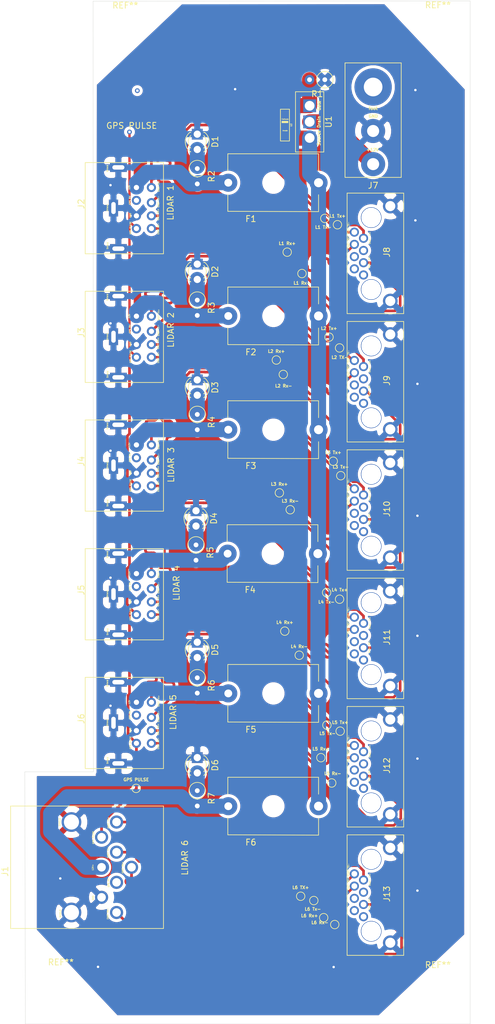
<source format=kicad_pcb>
(kicad_pcb (version 20171130) (host pcbnew "(5.1.4-0-10_14)")

  (general
    (thickness 1.6)
    (drawings 13)
    (tracks 2770)
    (zones 0)
    (modules 63)
    (nets 42)
  )

  (page A4)
  (layers
    (0 F.Cu signal)
    (31 B.Cu signal)
    (32 B.Adhes user)
    (33 F.Adhes user)
    (34 B.Paste user)
    (35 F.Paste user)
    (36 B.SilkS user)
    (37 F.SilkS user)
    (38 B.Mask user)
    (39 F.Mask user)
    (40 Dwgs.User user)
    (41 Cmts.User user)
    (42 Eco1.User user)
    (43 Eco2.User user)
    (44 Edge.Cuts user)
    (45 Margin user)
    (46 B.CrtYd user)
    (47 F.CrtYd user)
    (48 B.Fab user)
    (49 F.Fab user)
  )

  (setup
    (last_trace_width 0.44)
    (user_trace_width 0.38)
    (user_trace_width 0.44)
    (user_trace_width 2.5)
    (trace_clearance 0.2)
    (zone_clearance 0.508)
    (zone_45_only no)
    (trace_min 0.2)
    (via_size 0.8)
    (via_drill 0.4)
    (via_min_size 0.508)
    (via_min_drill 0.254)
    (uvia_size 0.8)
    (uvia_drill 0.4)
    (uvias_allowed no)
    (uvia_min_size 0.2)
    (uvia_min_drill 0.1)
    (edge_width 0.05)
    (segment_width 0.2)
    (pcb_text_width 0.3)
    (pcb_text_size 1.5 1.5)
    (mod_edge_width 0.12)
    (mod_text_size 1 1)
    (mod_text_width 0.15)
    (pad_size 0.44 0.44)
    (pad_drill 0)
    (pad_to_mask_clearance 0.0508)
    (solder_mask_min_width 0.25)
    (aux_axis_origin 0 0)
    (grid_origin 154.05 179.45)
    (visible_elements FFFDFF7F)
    (pcbplotparams
      (layerselection 0x010fc_ffffffff)
      (usegerberextensions false)
      (usegerberattributes false)
      (usegerberadvancedattributes false)
      (creategerberjobfile false)
      (excludeedgelayer true)
      (linewidth 0.100000)
      (plotframeref false)
      (viasonmask false)
      (mode 1)
      (useauxorigin false)
      (hpglpennumber 1)
      (hpglpenspeed 20)
      (hpglpendiameter 15.000000)
      (psnegative false)
      (psa4output false)
      (plotreference true)
      (plotvalue true)
      (plotinvisibletext false)
      (padsonsilk false)
      (subtractmaskfromsilk false)
      (outputformat 1)
      (mirror false)
      (drillshape 1)
      (scaleselection 1)
      (outputdirectory ""))
  )

  (net 0 "")
  (net 1 "Net-(D1-Pad2)")
  (net 2 GND)
  (net 3 "Net-(D2-Pad2)")
  (net 4 "Net-(D3-Pad2)")
  (net 5 "Net-(D4-Pad2)")
  (net 6 "Net-(D5-Pad2)")
  (net 7 "Net-(D6-Pad2)")
  (net 8 "Net-(F1-Pad2)")
  (net 9 Pout)
  (net 10 "Net-(F2-Pad2)")
  (net 11 "Net-(F3-Pad2)")
  (net 12 "Net-(F4-Pad2)")
  (net 13 "Net-(F5-Pad2)")
  (net 14 "Net-(F6-Pad2)")
  (net 15 L-6_Enet_Rx+)
  (net 16 L-6_Enet_Tx+)
  (net 17 L-6_Enet_Rx-)
  (net 18 L-6_Enet_Tx-)
  (net 19 GPS_Pulse)
  (net 20 L-1_Enet_Tx+)
  (net 21 L-1_Enet_Tx-)
  (net 22 L-1_Enet_Rx-)
  (net 23 L-1_Enet_Rx+)
  (net 24 L-2_Enet_Tx+)
  (net 25 L-2_Enet_Tx-)
  (net 26 L-2_Enet_Rx-)
  (net 27 L-2_Enet_Rx+)
  (net 28 L-3_Enet_Tx+)
  (net 29 L-3_Enet_Tx-)
  (net 30 L-3_Enet_Rx-)
  (net 31 L-3_Enet_Rx+)
  (net 32 L-4_Enet_Tx+)
  (net 33 L-4_Enet_Tx-)
  (net 34 L-4_Enet_Rx-)
  (net 35 L-4_Enet_Rx+)
  (net 36 L-5_Enet_Tx+)
  (net 37 L-5_Enet_Tx-)
  (net 38 L-5_Enet_Rx-)
  (net 39 L-5_Enet_Rx+)
  (net 40 "Net-(J7-Pad2)")
  (net 41 "Net-(R1-Pad2)")

  (net_class Default "This is the default net class."
    (clearance 0.2)
    (trace_width 0.25)
    (via_dia 0.8)
    (via_drill 0.4)
    (uvia_dia 0.8)
    (uvia_drill 0.4)
    (add_net GND)
    (add_net GPS_Pulse)
    (add_net L-1_Enet_Rx+)
    (add_net L-1_Enet_Rx-)
    (add_net L-1_Enet_Tx+)
    (add_net L-1_Enet_Tx-)
    (add_net L-2_Enet_Rx+)
    (add_net L-2_Enet_Rx-)
    (add_net L-2_Enet_Tx+)
    (add_net L-2_Enet_Tx-)
    (add_net L-3_Enet_Rx+)
    (add_net L-3_Enet_Rx-)
    (add_net L-3_Enet_Tx+)
    (add_net L-3_Enet_Tx-)
    (add_net L-4_Enet_Rx+)
    (add_net L-4_Enet_Rx-)
    (add_net L-4_Enet_Tx+)
    (add_net L-4_Enet_Tx-)
    (add_net L-5_Enet_Rx+)
    (add_net L-5_Enet_Rx-)
    (add_net L-5_Enet_Tx+)
    (add_net L-5_Enet_Tx-)
    (add_net L-6_Enet_Rx+)
    (add_net L-6_Enet_Rx-)
    (add_net L-6_Enet_Tx+)
    (add_net L-6_Enet_Tx-)
    (add_net "Net-(D1-Pad2)")
    (add_net "Net-(D2-Pad2)")
    (add_net "Net-(D3-Pad2)")
    (add_net "Net-(D4-Pad2)")
    (add_net "Net-(D5-Pad2)")
    (add_net "Net-(D6-Pad2)")
    (add_net "Net-(F1-Pad2)")
    (add_net "Net-(F2-Pad2)")
    (add_net "Net-(F3-Pad2)")
    (add_net "Net-(F4-Pad2)")
    (add_net "Net-(F5-Pad2)")
    (add_net "Net-(F6-Pad2)")
    (add_net "Net-(J7-Pad2)")
    (add_net "Net-(R1-Pad2)")
    (add_net Pout)
  )

  (module Connector:MD-80SM (layer F.Cu) (tedit 5DB8C23B) (tstamp 5DBBB632)
    (at 86.03996 114.654584 90)
    (path /5DC4E338)
    (fp_text reference J5 (at 0.6858 -0.6604 90) (layer F.SilkS)
      (effects (font (size 1 1) (thickness 0.15)))
    )
    (fp_text value MD-80SM (at 0 0.9906 90) (layer F.Fab)
      (effects (font (size 1 1) (thickness 0.15)))
    )
    (fp_text user "ENET TX-" (at 1.05 12.175 90) (layer F.SilkS)
      (effects (font (size 0.254 0.254) (thickness 0.0635)))
    )
    (fp_text user "ENET RX+" (at -1.075 12.125 90) (layer F.SilkS)
      (effects (font (size 0.254 0.254) (thickness 0.0635)))
    )
    (fp_text user "ENET RX-" (at -3.425 12.15 90) (layer F.SilkS)
      (effects (font (size 0.254 0.254) (thickness 0.0635)))
    )
    (fp_text user "ENET TX+" (at 3.625 12.2 90) (layer F.SilkS)
      (effects (font (size 0.254 0.254) (thickness 0.0635)))
    )
    (fp_text user "GPS RX" (at 1.275 7.425 90) (layer F.SilkS)
      (effects (font (size 0.254 0.254) (thickness 0.0635)))
    )
    (fp_text user "GPS PULSE" (at -3.302 7.5184 90) (layer F.SilkS)
      (effects (font (size 0.254 0.254) (thickness 0.0635)))
    )
    (fp_text user 12V (at 3.425 7.325 90) (layer F.SilkS)
      (effects (font (size 0.254 0.254) (thickness 0.0635)))
    )
    (fp_text user GND (at -1.2192 7.493 90) (layer F.SilkS)
      (effects (font (size 0.254 0.254) (thickness 0.0635)))
    )
    (fp_text user Shield (at 6.5532 3.683 90) (layer F.SilkS)
      (effects (font (size 0.254 0.254) (thickness 0.0635)))
    )
    (fp_text user Shield (at 0.0254 3.683 90) (layer F.SilkS)
      (effects (font (size 0.254 0.254) (thickness 0.0635)))
    )
    (fp_text user Shield (at -6.2484 3.7084 90) (layer F.SilkS)
      (effects (font (size 0.254 0.254) (thickness 0.0635)))
    )
    (fp_line (start 7.5438 13.0048) (end -7.5946 13.0048) (layer F.SilkS) (width 0.12))
    (fp_line (start 7.5438 0) (end 7.5438 13.0048) (layer F.SilkS) (width 0.12))
    (fp_line (start -7.5946 0) (end 7.5438 0) (layer F.SilkS) (width 0.12))
    (fp_line (start -7.5946 13.0048) (end -7.5946 0) (layer F.SilkS) (width 0.12))
    (pad 11 thru_hole rect (at 6.7437 5.5118) (size 2.794 1.524) (drill oval 2.0066 0.7366) (layers *.Cu *.Mask)
      (net 2 GND))
    (pad 10 thru_hole rect (at -6.7437 5.5118 180) (size 2.794 1.524) (drill oval 2.0066 0.7366) (layers *.Cu *.Mask)
      (net 2 GND))
    (pad 9 thru_hole rect (at 0 4.699 90) (size 2.794 1.524) (drill oval 2.0066 0.7366) (layers *.Cu *.Mask)
      (net 2 GND))
    (pad 8 thru_hole circle (at 3.4036 10.9982 90) (size 1.524 1.524) (drill 0.871982) (layers *.Cu *.Mask)
      (net 32 L-4_Enet_Tx+))
    (pad 7 thru_hole circle (at 0.889 10.9982 90) (size 1.524 1.524) (drill 0.871982) (layers *.Cu *.Mask)
      (net 33 L-4_Enet_Tx-))
    (pad 6 thru_hole circle (at -3.4036 10.9982 90) (size 1.524 1.524) (drill 0.871982) (layers *.Cu *.Mask)
      (net 34 L-4_Enet_Rx-))
    (pad 5 thru_hole circle (at 3.4036 8.509 90) (size 1.524 1.524) (drill 0.871982) (layers *.Cu *.Mask)
      (net 12 "Net-(F4-Pad2)"))
    (pad 4 thru_hole circle (at -1.2954 10.9982 90) (size 1.524 1.524) (drill 0.871982) (layers *.Cu *.Mask)
      (net 35 L-4_Enet_Rx+))
    (pad 3 thru_hole circle (at -3.4036 8.509 90) (size 1.524 1.524) (drill 0.871982) (layers *.Cu *.Mask)
      (net 19 GPS_Pulse))
    (pad 2 thru_hole circle (at 1.27 8.509 90) (size 1.524 1.524) (drill 0.871982) (layers *.Cu *.Mask))
    (pad 1 thru_hole circle (at -1.2954 8.509 90) (size 1.524 1.524) (drill 0.871982) (layers *.Cu *.Mask)
      (net 2 GND))
  )

  (module Connector:T3507900U (layer F.Cu) (tedit 5DB3C253) (tstamp 5DBC11FD)
    (at 73.64476 159.98952 270)
    (path /5DC6F678)
    (fp_text reference J1 (at 0.6858 0.9144 90) (layer F.SilkS)
      (effects (font (size 1 1) (thickness 0.15)))
    )
    (fp_text value T3507900U (at 1.143 -0.7874 90) (layer F.Fab)
      (effects (font (size 1 1) (thickness 0.15)))
    )
    (fp_text user SHIELD (at -7.493 -8.1534 90) (layer F.SilkS)
      (effects (font (size 0.254 0.254) (thickness 0.0635)))
    )
    (fp_text user SHIELD (at 7.6708 -8.255 90) (layer F.SilkS)
      (effects (font (size 0.254 0.254) (thickness 0.0635)))
    )
    (fp_text user "ENET RX-" (at 7.675 -16.15 90) (layer F.SilkS)
      (effects (font (size 0.254 0.254) (thickness 0.0635)))
    )
    (fp_text user "ENET RX+" (at 0.05 -18.625 90) (layer F.SilkS)
      (effects (font (size 0.254 0.254) (thickness 0.0635)))
    )
    (fp_text user "ENET TX-" (at -2.5 -16.2 90) (layer F.SilkS)
      (effects (font (size 0.254 0.254) (thickness 0.0635)))
    )
    (fp_text user "ENET TX+" (at -7.4 -16.25 90) (layer F.SilkS)
      (effects (font (size 0.254 0.254) (thickness 0.0635)))
    )
    (fp_text user "GPS RX" (at 2.5908 -16.2814 90) (layer F.SilkS)
      (effects (font (size 0.254 0.254) (thickness 0.0635)))
    )
    (fp_text user "GPS PULSE" (at -4.9276 -13.7414 90) (layer F.SilkS)
      (effects (font (size 0.254 0.254) (thickness 0.0635)))
    )
    (fp_text user 12V+ (at 0.0254 -13.6652 90) (layer F.SilkS)
      (effects (font (size 0.254 0.254) (thickness 0.0635)))
    )
    (fp_text user GND (at 5.08 -13.6906 90) (layer F.SilkS)
      (effects (font (size 0.254 0.254) (thickness 0.0635)))
    )
    (fp_line (start -10.16 0) (end 0 0) (layer F.SilkS) (width 0.12))
    (fp_line (start -10.16 -25.4) (end -10.16 0) (layer F.SilkS) (width 0.12))
    (fp_line (start 10.16 -25.4) (end -10.16 -25.4) (layer F.SilkS) (width 0.12))
    (fp_line (start 10.16 0) (end 10.16 -25.4) (layer F.SilkS) (width 0.12))
    (fp_line (start 0 0) (end 10.16 0) (layer F.SilkS) (width 0.12))
    (pad GND thru_hole circle (at -7.5057 -10.1092 270) (size 3.2766 3.2766) (drill 2.5146) (layers *.Cu *.Mask)
      (net 2 GND))
    (pad GND thru_hole circle (at 7.5057 -10.1092 270) (size 3.2766 3.2766) (drill 2.5146) (layers *.Cu *.Mask)
      (net 2 GND))
    (pad 8 thru_hole circle (at 0 -20.0914 270) (size 2.1844 2.1844) (drill 1.4224) (layers *.Cu *.Mask)
      (net 15 L-6_Enet_Rx+))
    (pad 7 thru_hole circle (at -7.5057 -17.6022 270) (size 2.1844 2.1844) (drill 1.4224) (layers *.Cu *.Mask)
      (net 16 L-6_Enet_Tx+))
    (pad 6 thru_hole circle (at 7.5057 -17.6022 270) (size 2.1844 2.1844) (drill 1.4224) (layers *.Cu *.Mask)
      (net 17 L-6_Enet_Rx-))
    (pad 5 thru_hole circle (at -2.5019 -17.6022 270) (size 2.1844 2.1844) (drill 1.4224) (layers *.Cu *.Mask)
      (net 18 L-6_Enet_Tx-))
    (pad 4 thru_hole circle (at 2.5019 -17.6022 270) (size 2.1844 2.1844) (drill 1.4224) (layers *.Cu *.Mask))
    (pad 3 thru_hole circle (at -4.9911 -15.113 270) (size 2.1844 2.1844) (drill 1.4224) (layers *.Cu *.Mask)
      (net 19 GPS_Pulse))
    (pad 2 thru_hole circle (at 0 -15.113 270) (size 2.1844 2.1844) (drill 1.4224) (layers *.Cu *.Mask)
      (net 14 "Net-(F6-Pad2)"))
    (pad 1 thru_hole circle (at 4.9911 -15.113 270) (size 2.1844 2.1844) (drill 1.4224) (layers *.Cu *.Mask)
      (net 2 GND))
  )

  (module MountingHole:MountingHole_3.2mm_M3 (layer F.Cu) (tedit 56D1B4CB) (tstamp 5DBC3B51)
    (at 144.65 180.4)
    (descr "Mounting Hole 3.2mm, no annular, M3")
    (tags "mounting hole 3.2mm no annular m3")
    (attr virtual)
    (fp_text reference REF** (at 0 -4.2) (layer F.SilkS)
      (effects (font (size 1 1) (thickness 0.15)))
    )
    (fp_text value MountingHole_3.2mm_M3 (at 0 4.2) (layer F.Fab)
      (effects (font (size 1 1) (thickness 0.15)))
    )
    (fp_text user %R (at 0.3 0) (layer F.Fab)
      (effects (font (size 1 1) (thickness 0.15)))
    )
    (fp_circle (center 0 0) (end 3.2 0) (layer Cmts.User) (width 0.15))
    (fp_circle (center 0 0) (end 3.45 0) (layer F.CrtYd) (width 0.05))
    (pad 1 np_thru_hole circle (at 0 0) (size 3.2 3.2) (drill 3.2) (layers *.Cu *.Mask))
  )

  (module MountingHole:MountingHole_3.2mm_M3 (layer F.Cu) (tedit 56D1B4CB) (tstamp 5DBC3B51)
    (at 82 179.95)
    (descr "Mounting Hole 3.2mm, no annular, M3")
    (tags "mounting hole 3.2mm no annular m3")
    (attr virtual)
    (fp_text reference REF** (at 0 -4.2) (layer F.SilkS)
      (effects (font (size 1 1) (thickness 0.15)))
    )
    (fp_text value MountingHole_3.2mm_M3 (at 0 4.2) (layer F.Fab)
      (effects (font (size 1 1) (thickness 0.15)))
    )
    (fp_text user %R (at 0.3 0) (layer F.Fab)
      (effects (font (size 1 1) (thickness 0.15)))
    )
    (fp_circle (center 0 0) (end 3.2 0) (layer Cmts.User) (width 0.15))
    (fp_circle (center 0 0) (end 3.45 0) (layer F.CrtYd) (width 0.05))
    (pad 1 np_thru_hole circle (at 0 0) (size 3.2 3.2) (drill 3.2) (layers *.Cu *.Mask))
  )

  (module MountingHole:MountingHole_3.2mm_M3 (layer F.Cu) (tedit 56D1B4CB) (tstamp 5DBC3B51)
    (at 92.7 21.15)
    (descr "Mounting Hole 3.2mm, no annular, M3")
    (tags "mounting hole 3.2mm no annular m3")
    (attr virtual)
    (fp_text reference REF** (at 0 -4.2) (layer F.SilkS)
      (effects (font (size 1 1) (thickness 0.15)))
    )
    (fp_text value MountingHole_3.2mm_M3 (at 0 4.2) (layer F.Fab)
      (effects (font (size 1 1) (thickness 0.15)))
    )
    (fp_text user %R (at 0.3 0) (layer F.Fab)
      (effects (font (size 1 1) (thickness 0.15)))
    )
    (fp_circle (center 0 0) (end 3.2 0) (layer Cmts.User) (width 0.15))
    (fp_circle (center 0 0) (end 3.45 0) (layer F.CrtYd) (width 0.05))
    (pad 1 np_thru_hole circle (at 0 0) (size 3.2 3.2) (drill 3.2) (layers *.Cu *.Mask))
  )

  (module MountingHole:MountingHole_3.2mm_M3 (layer F.Cu) (tedit 56D1B4CB) (tstamp 5DBC3B24)
    (at 144.65 21.1)
    (descr "Mounting Hole 3.2mm, no annular, M3")
    (tags "mounting hole 3.2mm no annular m3")
    (attr virtual)
    (fp_text reference REF** (at 0 -4.2) (layer F.SilkS)
      (effects (font (size 1 1) (thickness 0.15)))
    )
    (fp_text value MountingHole_3.2mm_M3 (at 0 4.2) (layer F.Fab)
      (effects (font (size 1 1) (thickness 0.15)))
    )
    (fp_circle (center 0 0) (end 3.45 0) (layer F.CrtYd) (width 0.05))
    (fp_circle (center 0 0) (end 3.2 0) (layer Cmts.User) (width 0.15))
    (fp_text user %R (at 0.3 0) (layer F.Fab)
      (effects (font (size 1 1) (thickness 0.15)))
    )
    (pad 1 np_thru_hole circle (at 0 0) (size 3.2 3.2) (drill 3.2) (layers *.Cu *.Mask))
  )

  (module TestPoint:TestPoint_Pad_D1.0mm (layer F.Cu) (tedit 5DBD909E) (tstamp 5DBC5FFD)
    (at 94.5 146.9)
    (descr "SMD pad as test Point, diameter 1.0mm")
    (tags "test point SMD pad")
    (path /5DF6AE97)
    (attr virtual)
    (fp_text reference "GPS PULSE" (at 0 -1.448) (layer F.SilkS)
      (effects (font (size 0.5 0.5) (thickness 0.125)))
    )
    (fp_text value TestPoint (at 0 1.55) (layer F.Fab)
      (effects (font (size 1 1) (thickness 0.15)))
    )
    (fp_circle (center 0 0) (end 0 0.7) (layer F.SilkS) (width 0.12))
    (fp_circle (center 0 0) (end 1 0) (layer F.CrtYd) (width 0.05))
    (fp_text user %R (at 0 -1.45) (layer F.Fab)
      (effects (font (size 1 1) (thickness 0.15)))
    )
    (pad 1 smd circle (at 0 0) (size 0.44 0.44) (layers F.Cu F.Mask)
      (net 19 GPS_Pulse))
  )

  (module TestPoint:TestPoint_Pad_D1.0mm (layer F.Cu) (tedit 5DBD8FD7) (tstamp 5DBC64F2)
    (at 127 146 180)
    (descr "SMD pad as test Point, diameter 1.0mm")
    (tags "test point SMD pad")
    (path /5DF66E8A)
    (attr virtual)
    (fp_text reference "L5 Rx-" (at -0.15748 1.56972) (layer F.SilkS)
      (effects (font (size 0.5 0.5) (thickness 0.125)))
    )
    (fp_text value TestPoint (at 0 1.55) (layer F.Fab)
      (effects (font (size 1 1) (thickness 0.15)))
    )
    (fp_circle (center 0 0) (end 0 0.7) (layer F.SilkS) (width 0.12))
    (fp_circle (center 0 0) (end 1 0) (layer F.CrtYd) (width 0.05))
    (fp_text user %R (at 0 -1.45) (layer F.Fab)
      (effects (font (size 1 1) (thickness 0.15)))
    )
    (pad 1 smd circle (at 0 0 180) (size 0.44 0.44) (layers F.Cu F.Mask)
      (net 38 L-5_Enet_Rx-))
  )

  (module TestPoint:TestPoint_Pad_D1.0mm (layer F.Cu) (tedit 5DBD8FCB) (tstamp 5DBC6507)
    (at 125.2 141.8)
    (descr "SMD pad as test Point, diameter 1.0mm")
    (tags "test point SMD pad")
    (path /5DF62F3B)
    (attr virtual)
    (fp_text reference "L5 Rx+" (at 0 -1.448) (layer F.SilkS)
      (effects (font (size 0.5 0.5) (thickness 0.125)))
    )
    (fp_text value TestPoint (at 0 1.55) (layer F.Fab)
      (effects (font (size 1 1) (thickness 0.15)))
    )
    (fp_circle (center 0 0) (end 0 0.7) (layer F.SilkS) (width 0.12))
    (fp_circle (center 0 0) (end 1 0) (layer F.CrtYd) (width 0.05))
    (fp_text user %R (at 0 -1.45) (layer F.Fab)
      (effects (font (size 1 1) (thickness 0.15)))
    )
    (pad 1 smd circle (at 0 0) (size 0.44 0.44) (layers F.Cu F.Mask)
      (net 39 L-5_Enet_Rx+))
  )

  (module TestPoint:TestPoint_Pad_D1.0mm (layer F.Cu) (tedit 5DBD8FE6) (tstamp 5DBC651C)
    (at 126.2 136.4)
    (descr "SMD pad as test Point, diameter 1.0mm")
    (tags "test point SMD pad")
    (path /5DF5ED2D)
    (attr virtual)
    (fp_text reference "L5 Tx-" (at 0.09652 1.37668) (layer F.SilkS)
      (effects (font (size 0.5 0.5) (thickness 0.125)))
    )
    (fp_text value TestPoint (at 0 1.55) (layer F.Fab)
      (effects (font (size 1 1) (thickness 0.15)))
    )
    (fp_circle (center 0 0) (end 0 0.7) (layer F.SilkS) (width 0.12))
    (fp_circle (center 0 0) (end 1 0) (layer F.CrtYd) (width 0.05))
    (fp_text user %R (at 0 -1.45) (layer F.Fab)
      (effects (font (size 1 1) (thickness 0.15)))
    )
    (pad 1 smd circle (at 0 0) (size 0.44 0.44) (layers F.Cu F.Mask)
      (net 37 L-5_Enet_Tx-))
  )

  (module TestPoint:TestPoint_Pad_D1.0mm (layer F.Cu) (tedit 5DBD8FF2) (tstamp 5DBC6531)
    (at 128.4 137.4)
    (descr "SMD pad as test Point, diameter 1.0mm")
    (tags "test point SMD pad")
    (path /5DF377D9)
    (attr virtual)
    (fp_text reference "L5 Tx+" (at 0 -1.448) (layer F.SilkS)
      (effects (font (size 0.5 0.5) (thickness 0.125)))
    )
    (fp_text value TestPoint (at 0 1.55) (layer F.Fab)
      (effects (font (size 1 1) (thickness 0.15)))
    )
    (fp_circle (center 0 0) (end 0 0.7) (layer F.SilkS) (width 0.12))
    (fp_circle (center 0 0) (end 1 0) (layer F.CrtYd) (width 0.05))
    (fp_text user %R (at 0 -1.45) (layer F.Fab)
      (effects (font (size 1 1) (thickness 0.15)))
    )
    (pad 1 smd circle (at 0 0) (size 0.44 0.44) (layers F.Cu F.Mask)
      (net 36 L-5_Enet_Tx+))
  )

  (module TestPoint:TestPoint_Pad_D1.0mm (layer F.Cu) (tedit 5DBD8FC2) (tstamp 5DBC6546)
    (at 121.6 124.8)
    (descr "SMD pad as test Point, diameter 1.0mm")
    (tags "test point SMD pad")
    (path /5DF58BD1)
    (attr virtual)
    (fp_text reference "L4 Rx-" (at 0 -1.448) (layer F.SilkS)
      (effects (font (size 0.5 0.5) (thickness 0.125)))
    )
    (fp_text value TestPoint (at 0 1.55) (layer F.Fab)
      (effects (font (size 1 1) (thickness 0.15)))
    )
    (fp_circle (center 0 0) (end 0 0.7) (layer F.SilkS) (width 0.12))
    (fp_circle (center 0 0) (end 1 0) (layer F.CrtYd) (width 0.05))
    (fp_text user %R (at 0 -1.45) (layer F.Fab)
      (effects (font (size 1 1) (thickness 0.15)))
    )
    (pad 1 smd circle (at 0 0) (size 0.44 0.44) (layers F.Cu F.Mask)
      (net 34 L-4_Enet_Rx-))
  )

  (module TestPoint:TestPoint_Pad_D1.0mm (layer F.Cu) (tedit 5DBD8FB1) (tstamp 5DBC655B)
    (at 119.2 120.8)
    (descr "SMD pad as test Point, diameter 1.0mm")
    (tags "test point SMD pad")
    (path /5DF54BC4)
    (attr virtual)
    (fp_text reference "L4 Rx+" (at 0 -1.448) (layer F.SilkS)
      (effects (font (size 0.5 0.5) (thickness 0.125)))
    )
    (fp_text value TestPoint (at 0 1.55) (layer F.Fab)
      (effects (font (size 1 1) (thickness 0.15)))
    )
    (fp_circle (center 0 0) (end 0 0.7) (layer F.SilkS) (width 0.12))
    (fp_circle (center 0 0) (end 1 0) (layer F.CrtYd) (width 0.05))
    (fp_text user %R (at 0 -1.45) (layer F.Fab)
      (effects (font (size 1 1) (thickness 0.15)))
    )
    (pad 1 smd circle (at 0 0) (size 0.44 0.44) (layers F.Cu F.Mask)
      (net 35 L-4_Enet_Rx+))
  )

  (module TestPoint:TestPoint_Pad_D1.0mm (layer F.Cu) (tedit 5DBD9023) (tstamp 5DBC6570)
    (at 126.15 114.4)
    (descr "SMD pad as test Point, diameter 1.0mm")
    (tags "test point SMD pad")
    (path /5DF4FD7F)
    (attr virtual)
    (fp_text reference "L4 Tx-" (at -0.03556 1.56464) (layer F.SilkS)
      (effects (font (size 0.5 0.5) (thickness 0.125)))
    )
    (fp_text value TestPoint (at 0 1.55) (layer F.Fab)
      (effects (font (size 1 1) (thickness 0.15)))
    )
    (fp_circle (center 0 0) (end 0 0.7) (layer F.SilkS) (width 0.12))
    (fp_circle (center 0 0) (end 1 0) (layer F.CrtYd) (width 0.05))
    (fp_text user %R (at 0 -1.45) (layer F.Fab)
      (effects (font (size 1 1) (thickness 0.15)))
    )
    (pad 1 smd circle (at 0 0) (size 0.44 0.44) (layers F.Cu F.Mask)
      (net 33 L-4_Enet_Tx-))
  )

  (module TestPoint:TestPoint_Pad_D1.0mm (layer F.Cu) (tedit 5DBD9028) (tstamp 5DBC6585)
    (at 128.3 115.5)
    (descr "SMD pad as test Point, diameter 1.0mm")
    (tags "test point SMD pad")
    (path /5DF4BAD9)
    (attr virtual)
    (fp_text reference "L4 Tx+" (at 0.03556 -1.5494) (layer F.SilkS)
      (effects (font (size 0.5 0.5) (thickness 0.125)))
    )
    (fp_text value TestPoint (at 0 1.55) (layer F.Fab)
      (effects (font (size 1 1) (thickness 0.15)))
    )
    (fp_circle (center 0 0) (end 0 0.7) (layer F.SilkS) (width 0.12))
    (fp_circle (center 0 0) (end 1 0) (layer F.CrtYd) (width 0.05))
    (fp_text user %R (at 0 -1.45) (layer F.Fab)
      (effects (font (size 1 1) (thickness 0.15)))
    )
    (pad 1 smd circle (at 0 0) (size 0.44 0.44) (layers F.Cu F.Mask)
      (net 32 L-4_Enet_Tx+))
  )

  (module TestPoint:TestPoint_Pad_D1.0mm (layer F.Cu) (tedit 5DBD9031) (tstamp 5DBC63DF)
    (at 120.1 100.65)
    (descr "SMD pad as test Point, diameter 1.0mm")
    (tags "test point SMD pad")
    (path /5DF479E8)
    (attr virtual)
    (fp_text reference "L3 Rx-" (at 0 -1.448) (layer F.SilkS)
      (effects (font (size 0.5 0.5) (thickness 0.125)))
    )
    (fp_text value TestPoint (at 0 1.55) (layer F.Fab)
      (effects (font (size 1 1) (thickness 0.15)))
    )
    (fp_circle (center 0 0) (end 0 0.7) (layer F.SilkS) (width 0.12))
    (fp_circle (center 0 0) (end 1 0) (layer F.CrtYd) (width 0.05))
    (fp_text user %R (at 0 -1.45) (layer F.Fab)
      (effects (font (size 1 1) (thickness 0.15)))
    )
    (pad 1 smd circle (at 0 0) (size 0.44 0.44) (layers F.Cu F.Mask)
      (net 30 L-3_Enet_Rx-))
  )

  (module TestPoint:TestPoint_Pad_D1.0mm (layer F.Cu) (tedit 5DBD9039) (tstamp 5DBC63F4)
    (at 118.3 97.85)
    (descr "SMD pad as test Point, diameter 1.0mm")
    (tags "test point SMD pad")
    (path /5DF43A27)
    (attr virtual)
    (fp_text reference "L3 Rx+" (at 0 -1.448) (layer F.SilkS)
      (effects (font (size 0.5 0.5) (thickness 0.125)))
    )
    (fp_text value TestPoint (at 0 1.55) (layer F.Fab)
      (effects (font (size 1 1) (thickness 0.15)))
    )
    (fp_circle (center 0 0) (end 0 0.7) (layer F.SilkS) (width 0.12))
    (fp_circle (center 0 0) (end 1 0) (layer F.CrtYd) (width 0.05))
    (fp_text user %R (at 0 -1.45) (layer F.Fab)
      (effects (font (size 1 1) (thickness 0.15)))
    )
    (pad 1 smd circle (at 0 0) (size 0.44 0.44) (layers F.Cu F.Mask)
      (net 31 L-3_Enet_Rx+))
  )

  (module TestPoint:TestPoint_Pad_D1.0mm (layer F.Cu) (tedit 5DBD9041) (tstamp 5DBC6409)
    (at 128.5 95)
    (descr "SMD pad as test Point, diameter 1.0mm")
    (tags "test point SMD pad")
    (path /5DF3FA66)
    (attr virtual)
    (fp_text reference "L3 Tx-" (at 0 -1.448) (layer F.SilkS)
      (effects (font (size 0.5 0.5) (thickness 0.125)))
    )
    (fp_text value TestPoint (at 0 1.55) (layer F.Fab)
      (effects (font (size 1 1) (thickness 0.15)))
    )
    (fp_circle (center 0 0) (end 0 0.7) (layer F.SilkS) (width 0.12))
    (fp_circle (center 0 0) (end 1 0) (layer F.CrtYd) (width 0.05))
    (fp_text user %R (at 0 -1.45) (layer F.Fab)
      (effects (font (size 1 1) (thickness 0.15)))
    )
    (pad 1 smd circle (at 0 0) (size 0.44 0.44) (layers F.Cu F.Mask)
      (net 29 L-3_Enet_Tx-))
  )

  (module TestPoint:TestPoint_Pad_D1.0mm (layer F.Cu) (tedit 5DBD9046) (tstamp 5DBC641E)
    (at 127.25 92.6)
    (descr "SMD pad as test Point, diameter 1.0mm")
    (tags "test point SMD pad")
    (path /5DF3BA7F)
    (attr virtual)
    (fp_text reference "L3 Tx+" (at 0 -1.448) (layer F.SilkS)
      (effects (font (size 0.5 0.5) (thickness 0.125)))
    )
    (fp_text value TestPoint (at 0 1.55) (layer F.Fab)
      (effects (font (size 1 1) (thickness 0.15)))
    )
    (fp_circle (center 0 0) (end 0 0.7) (layer F.SilkS) (width 0.12))
    (fp_circle (center 0 0) (end 1 0) (layer F.CrtYd) (width 0.05))
    (fp_text user %R (at 0 -1.45) (layer F.Fab)
      (effects (font (size 1 1) (thickness 0.15)))
    )
    (pad 1 smd circle (at 0 0) (size 0.44 0.44) (layers F.Cu F.Mask)
      (net 28 L-3_Enet_Tx+))
  )

  (module TestPoint:TestPoint_Pad_D1.0mm (layer F.Cu) (tedit 5DBD9058) (tstamp 5DBC61E8)
    (at 118.95 78.2 180)
    (descr "SMD pad as test Point, diameter 1.0mm")
    (tags "test point SMD pad")
    (path /5DF33721)
    (attr virtual)
    (fp_text reference "L2 Rx-" (at -0.05 -1.9) (layer F.SilkS)
      (effects (font (size 0.5 0.5) (thickness 0.125)))
    )
    (fp_text value TestPoint (at 0 1.55) (layer F.Fab)
      (effects (font (size 1 1) (thickness 0.15)))
    )
    (fp_circle (center 0 0) (end 0 0.7) (layer F.SilkS) (width 0.12))
    (fp_circle (center 0 0) (end 1 0) (layer F.CrtYd) (width 0.05))
    (fp_text user %R (at 0 -1.45) (layer F.Fab)
      (effects (font (size 1 1) (thickness 0.15)))
    )
    (pad 1 smd circle (at 0 0 180) (size 0.44 0.44) (layers F.Cu F.Mask)
      (net 26 L-2_Enet_Rx-))
  )

  (module TestPoint:TestPoint_Pad_D1.0mm (layer F.Cu) (tedit 5DBD905F) (tstamp 5DBC61FD)
    (at 117.8 75.8)
    (descr "SMD pad as test Point, diameter 1.0mm")
    (tags "test point SMD pad")
    (path /5DF2EE9D)
    (attr virtual)
    (fp_text reference "L2 Rx+" (at 0 -1.448) (layer F.SilkS)
      (effects (font (size 0.5 0.5) (thickness 0.125)))
    )
    (fp_text value TestPoint (at 0 1.55) (layer F.Fab)
      (effects (font (size 1 1) (thickness 0.15)))
    )
    (fp_circle (center 0 0) (end 0 0.7) (layer F.SilkS) (width 0.12))
    (fp_circle (center 0 0) (end 1 0) (layer F.CrtYd) (width 0.05))
    (fp_text user %R (at 0 -1.45) (layer F.Fab)
      (effects (font (size 1 1) (thickness 0.15)))
    )
    (pad 1 smd circle (at 0 0) (size 0.44 0.44) (layers F.Cu F.Mask)
      (net 27 L-2_Enet_Rx+))
  )

  (module TestPoint:TestPoint_Pad_D1.0mm (layer F.Cu) (tedit 5DBD9065) (tstamp 5DBC6212)
    (at 128.3 73.8)
    (descr "SMD pad as test Point, diameter 1.0mm")
    (tags "test point SMD pad")
    (path /5DF2ADBF)
    (attr virtual)
    (fp_text reference "L2 TX-" (at 0.04572 1.56464) (layer F.SilkS)
      (effects (font (size 0.5 0.5) (thickness 0.125)))
    )
    (fp_text value TestPoint (at 0 1.55) (layer F.Fab)
      (effects (font (size 1 1) (thickness 0.15)))
    )
    (fp_circle (center 0 0) (end 0 0.7) (layer F.SilkS) (width 0.12))
    (fp_circle (center 0 0) (end 1 0) (layer F.CrtYd) (width 0.05))
    (fp_text user %R (at 0 -1.45) (layer F.Fab)
      (effects (font (size 1 1) (thickness 0.15)))
    )
    (pad 1 smd circle (at 0 0) (size 0.44 0.44) (layers F.Cu F.Mask)
      (net 25 L-2_Enet_Tx-))
  )

  (module TestPoint:TestPoint_Pad_D1.0mm (layer F.Cu) (tedit 5DBD906C) (tstamp 5DBC6227)
    (at 126.55 72)
    (descr "SMD pad as test Point, diameter 1.0mm")
    (tags "test point SMD pad")
    (path /5DF26CCE)
    (attr virtual)
    (fp_text reference "L2 Tx+" (at 0 -1.448) (layer F.SilkS)
      (effects (font (size 0.5 0.5) (thickness 0.125)))
    )
    (fp_text value TestPoint (at 0 1.55) (layer F.Fab)
      (effects (font (size 1 1) (thickness 0.15)))
    )
    (fp_circle (center 0 0) (end 0 0.7) (layer F.SilkS) (width 0.12))
    (fp_circle (center 0 0) (end 1 0) (layer F.CrtYd) (width 0.05))
    (fp_text user %R (at 0 -1.45) (layer F.Fab)
      (effects (font (size 1 1) (thickness 0.15)))
    )
    (pad 1 smd circle (at 0 0) (size 0.44 0.44) (layers F.Cu F.Mask)
      (net 24 L-2_Enet_Tx+))
  )

  (module TestPoint:TestPoint_Pad_D1.0mm (layer F.Cu) (tedit 5DBD9082) (tstamp 5DBC623C)
    (at 122.05 61.45)
    (descr "SMD pad as test Point, diameter 1.0mm")
    (tags "test point SMD pad")
    (path /5DF1D20C)
    (attr virtual)
    (fp_text reference "L1 Rx-" (at 0.00508 1.57988) (layer F.SilkS)
      (effects (font (size 0.5 0.5) (thickness 0.125)))
    )
    (fp_text value TestPoint (at 0 1.55) (layer F.Fab)
      (effects (font (size 1 1) (thickness 0.15)))
    )
    (fp_circle (center 0 0) (end 0 0.7) (layer F.SilkS) (width 0.12))
    (fp_circle (center 0 0) (end 1 0) (layer F.CrtYd) (width 0.05))
    (fp_text user %R (at 0 -1.45) (layer F.Fab)
      (effects (font (size 1 1) (thickness 0.15)))
    )
    (pad 1 smd circle (at 0 0) (size 0.44 0.44) (layers F.Cu F.Mask)
      (net 22 L-1_Enet_Rx-))
  )

  (module TestPoint:TestPoint_Pad_D1.0mm (layer F.Cu) (tedit 5DBD9078) (tstamp 5DBC6251)
    (at 119.60104 57.9)
    (descr "SMD pad as test Point, diameter 1.0mm")
    (tags "test point SMD pad")
    (path /5DF19238)
    (attr virtual)
    (fp_text reference "L1 Rx+" (at 0 -1.448) (layer F.SilkS)
      (effects (font (size 0.5 0.5) (thickness 0.125)))
    )
    (fp_text value TestPoint (at 0 1.55) (layer F.Fab)
      (effects (font (size 1 1) (thickness 0.15)))
    )
    (fp_circle (center 0 0) (end 0 0.7) (layer F.SilkS) (width 0.12))
    (fp_circle (center 0 0) (end 1 0) (layer F.CrtYd) (width 0.05))
    (fp_text user %R (at 0 -1.45) (layer F.Fab)
      (effects (font (size 1 1) (thickness 0.15)))
    )
    (pad 1 smd circle (at 0 0) (size 0.44 0.44) (layers F.Cu F.Mask)
      (net 23 L-1_Enet_Rx+))
  )

  (module TestPoint:TestPoint_Pad_D1.0mm (layer F.Cu) (tedit 5DBD9088) (tstamp 5DBC6266)
    (at 125.85 52.3)
    (descr "SMD pad as test Point, diameter 1.0mm")
    (tags "test point SMD pad")
    (path /5DEFD8F8)
    (attr virtual)
    (fp_text reference "L1 Tx-" (at -0.26416 1.46304) (layer F.SilkS)
      (effects (font (size 0.5 0.5) (thickness 0.125)))
    )
    (fp_text value TestPoint (at 0 1.55) (layer F.Fab)
      (effects (font (size 1 1) (thickness 0.15)))
    )
    (fp_circle (center 0 0) (end 0 0.7) (layer F.SilkS) (width 0.12))
    (fp_circle (center 0 0) (end 1 0) (layer F.CrtYd) (width 0.05))
    (fp_text user %R (at 0 -1.45) (layer F.Fab)
      (effects (font (size 1 1) (thickness 0.15)))
    )
    (pad 1 smd circle (at 0 0) (size 0.44 0.44) (layers F.Cu F.Mask)
      (net 21 L-1_Enet_Tx-))
  )

  (module TestPoint:TestPoint_Pad_D1.0mm (layer F.Cu) (tedit 5DBD9090) (tstamp 5DBC627B)
    (at 127.95 53.35)
    (descr "SMD pad as test Point, diameter 1.0mm")
    (tags "test point SMD pad")
    (path /5DEFABA2)
    (attr virtual)
    (fp_text reference "L1 Tx+" (at 0 -1.448) (layer F.SilkS)
      (effects (font (size 0.5 0.5) (thickness 0.125)))
    )
    (fp_text value TestPoint (at 0 1.55) (layer F.Fab)
      (effects (font (size 1 1) (thickness 0.15)))
    )
    (fp_circle (center 0 0) (end 0 0.7) (layer F.SilkS) (width 0.12))
    (fp_circle (center 0 0) (end 1 0) (layer F.CrtYd) (width 0.05))
    (fp_text user %R (at 0 -1.45) (layer F.Fab)
      (effects (font (size 1 1) (thickness 0.15)))
    )
    (pad 1 smd circle (at 0 0) (size 0.44 0.44) (layers F.Cu F.Mask)
      (net 20 L-1_Enet_Tx+))
  )

  (module TestPoint:TestPoint_Pad_D1.0mm (layer F.Cu) (tedit 5DBD9012) (tstamp 5DBC5F55)
    (at 127.5 169.5)
    (descr "SMD pad as test Point, diameter 1.0mm")
    (tags "test point SMD pad")
    (path /5DF7AC7E)
    (attr virtual)
    (fp_text reference "L6 Rx-" (at -2.47904 -0.3302) (layer F.SilkS)
      (effects (font (size 0.5 0.5) (thickness 0.125)))
    )
    (fp_text value TestPoint (at 0 1.55) (layer F.Fab)
      (effects (font (size 1 1) (thickness 0.15)))
    )
    (fp_circle (center 0 0) (end 0 0.7) (layer F.SilkS) (width 0.12))
    (fp_circle (center 0 0) (end 1 0) (layer F.CrtYd) (width 0.05))
    (fp_text user %R (at 0 -1.45) (layer F.Fab)
      (effects (font (size 1 1) (thickness 0.15)))
    )
    (pad 1 smd circle (at 0 0) (size 0.44 0.44) (layers F.Cu F.Mask)
      (net 17 L-6_Enet_Rx-))
  )

  (module TestPoint:TestPoint_Pad_D1.0mm (layer F.Cu) (tedit 5DBD900B) (tstamp 5DBC5F4D)
    (at 125.66396 168.35628)
    (descr "SMD pad as test Point, diameter 1.0mm")
    (tags "test point SMD pad")
    (path /5DF76C97)
    (attr virtual)
    (fp_text reference "L6 Rx+" (at -2.35712 -0.32512) (layer F.SilkS)
      (effects (font (size 0.5 0.5) (thickness 0.125)))
    )
    (fp_text value TestPoint (at 0 1.55) (layer F.Fab)
      (effects (font (size 1 1) (thickness 0.15)))
    )
    (fp_circle (center 0 0) (end 0 0.7) (layer F.SilkS) (width 0.12))
    (fp_circle (center 0 0) (end 1 0) (layer F.CrtYd) (width 0.05))
    (fp_text user %R (at 0 -1.45) (layer F.Fab)
      (effects (font (size 1 1) (thickness 0.15)))
    )
    (pad 1 smd circle (at 0 0) (size 0.44 0.44) (layers F.Cu F.Mask)
      (net 15 L-6_Enet_Rx+))
  )

  (module TestPoint:TestPoint_Pad_D1.0mm (layer F.Cu) (tedit 5DBD9007) (tstamp 5DBC5F45)
    (at 124.02312 165.51656)
    (descr "SMD pad as test Point, diameter 1.0mm")
    (tags "test point SMD pad")
    (path /5DF72CE9)
    (attr virtual)
    (fp_text reference "L6 Tx-" (at -0.16764 1.41732) (layer F.SilkS)
      (effects (font (size 0.5 0.5) (thickness 0.125)))
    )
    (fp_text value TestPoint (at 0 1.55) (layer F.Fab)
      (effects (font (size 1 1) (thickness 0.15)))
    )
    (fp_circle (center 0 0) (end 0 0.7) (layer F.SilkS) (width 0.12))
    (fp_circle (center 0 0) (end 1 0) (layer F.CrtYd) (width 0.05))
    (fp_text user %R (at 0 -1.45) (layer F.Fab)
      (effects (font (size 1 1) (thickness 0.15)))
    )
    (pad 1 smd circle (at 0 0) (size 0.44 0.44) (layers F.Cu F.Mask)
      (net 18 L-6_Enet_Tx-))
  )

  (module TestPoint:TestPoint_Pad_D1.0mm (layer F.Cu) (tedit 5DBD8FFC) (tstamp 5DBC5F3D)
    (at 121.83872 164.80028)
    (descr "SMD pad as test Point, diameter 1.0mm")
    (tags "test point SMD pad")
    (path /5DF6ED74)
    (attr virtual)
    (fp_text reference "L6 TX+" (at 0 -1.448) (layer F.SilkS)
      (effects (font (size 0.5 0.5) (thickness 0.125)))
    )
    (fp_text value TestPoint (at 0 1.55) (layer F.Fab)
      (effects (font (size 1 1) (thickness 0.15)))
    )
    (fp_circle (center 0 0) (end 0 0.7) (layer F.SilkS) (width 0.12))
    (fp_circle (center 0 0) (end 1 0) (layer F.CrtYd) (width 0.05))
    (fp_text user %R (at 0 -1.45) (layer F.Fab)
      (effects (font (size 1 1) (thickness 0.15)))
    )
    (pad 1 smd circle (at 0 0) (size 0.44 0.44) (layers F.Cu F.Mask)
      (net 16 L-6_Enet_Tx+))
  )

  (module Diode_SMD:MMSZ5242B-TP (layer F.Cu) (tedit 5DAFB067) (tstamp 5DBBB772)
    (at 119.22656 38.42664 90)
    (path /5DBFB564)
    (fp_text reference U2 (at 1.625 1.05 90) (layer F.SilkS)
      (effects (font (size 0.254 0.254) (thickness 0.0635)))
    )
    (fp_text value MMSZ5242B-TP (at 1.55 -1.075 90) (layer F.Fab)
      (effects (font (size 0.254 0.254) (thickness 0.0635)))
    )
    (fp_poly (pts (xy 2 -0.5) (xy 2.25 -0.5) (xy 2.25 0.5) (xy 2 0.5)) (layer F.SilkS) (width 0.1))
    (fp_text user Cathode (at 2.6 0.025) (layer F.SilkS)
      (effects (font (size 0.1905 0.1905) (thickness 0.047625)))
    )
    (fp_text user Anode (at 0.7 0.025) (layer F.SilkS)
      (effects (font (size 0.1905 0.1905) (thickness 0.047625)))
    )
    (fp_line (start -1.025 0.75) (end -1.025 -0.75) (layer F.SilkS) (width 0.12))
    (fp_line (start 4.25 0.75) (end -1.025 0.75) (layer F.SilkS) (width 0.12))
    (fp_line (start 4.25 -0.75) (end 4.25 0.75) (layer F.SilkS) (width 0.12))
    (fp_line (start -1.025 -0.75) (end 4.25 -0.75) (layer F.SilkS) (width 0.12))
    (pad 2 smd rect (at 3.2766 0 180) (size 1.2192 0.9144) (layers F.Cu F.Paste F.Mask)
      (net 41 "Net-(R1-Pad2)"))
    (pad 1 smd rect (at 0 0 180) (size 1.2192 0.9144) (layers F.Cu F.Paste F.Mask)
      (net 9 Pout))
  )

  (module Package_TO_SOT_THT:FQP47P06 (layer F.Cu) (tedit 5DB39E0F) (tstamp 5DBBB765)
    (at 123.3312 36.2778 270)
    (path /5DADBB43)
    (fp_text reference U1 (at 0 -3.15 90) (layer F.SilkS)
      (effects (font (size 1 1) (thickness 0.15)))
    )
    (fp_text value FQP47P06 (at 0 1.725 90) (layer F.Fab)
      (effects (font (size 0.5 0.5) (thickness 0.125)))
    )
    (fp_text user Drain (at 0 -1.55 90) (layer F.SilkS)
      (effects (font (size 0.5 0.5) (thickness 0.125)))
    )
    (fp_text user Source (at 2.675 -1.55 90) (layer F.SilkS)
      (effects (font (size 0.5 0.5) (thickness 0.125)))
    )
    (fp_text user Gate (at -2.7 -1.575 90) (layer F.SilkS)
      (effects (font (size 0.5 0.5) (thickness 0.125)))
    )
    (fp_line (start -5 2.35) (end -5 -2.35) (layer F.SilkS) (width 0.12))
    (fp_line (start 5 2.35) (end -5 2.35) (layer F.SilkS) (width 0.12))
    (fp_line (start 5 -2.35) (end 5 2.35) (layer F.SilkS) (width 0.12))
    (fp_line (start -5 -2.35) (end 5 -2.35) (layer F.SilkS) (width 0.12))
    (pad 3 thru_hole rect (at 2.67 0) (size 2 2.125) (drill 1.62) (layers *.Cu *.Mask)
      (net 9 Pout))
    (pad 2 thru_hole rect (at 0 0 270) (size 2.125 2.125) (drill 1.62) (layers *.Cu *.Mask)
      (net 40 "Net-(J7-Pad2)"))
    (pad 1 thru_hole rect (at -2.67 0 270) (size 2.125 2.125) (drill 1.62) (layers *.Cu *.Mask)
      (net 41 "Net-(R1-Pad2)"))
  )

  (module Resistor_THT:R_Axial_DIN0207_L6.3mm_D2.5mm_P2.54mm_Vertical (layer F.Cu) (tedit 5AE5139B) (tstamp 5DBBB757)
    (at 104.65816 147.27936 270)
    (descr "Resistor, Axial_DIN0207 series, Axial, Vertical, pin pitch=2.54mm, 0.25W = 1/4W, length*diameter=6.3*2.5mm^2, http://cdn-reichelt.de/documents/datenblatt/B400/1_4W%23YAG.pdf")
    (tags "Resistor Axial_DIN0207 series Axial Vertical pin pitch 2.54mm 0.25W = 1/4W length 6.3mm diameter 2.5mm")
    (path /5DC52FB7)
    (fp_text reference R7 (at 1.27 -2.37 90) (layer F.SilkS)
      (effects (font (size 1 1) (thickness 0.15)))
    )
    (fp_text value 560 (at 1.27 2.37 90) (layer F.Fab)
      (effects (font (size 1 1) (thickness 0.15)))
    )
    (fp_text user %R (at 1.27 -2.37 90) (layer F.Fab)
      (effects (font (size 1 1) (thickness 0.15)))
    )
    (fp_line (start 3.59 -1.5) (end -1.5 -1.5) (layer F.CrtYd) (width 0.05))
    (fp_line (start 3.59 1.5) (end 3.59 -1.5) (layer F.CrtYd) (width 0.05))
    (fp_line (start -1.5 1.5) (end 3.59 1.5) (layer F.CrtYd) (width 0.05))
    (fp_line (start -1.5 -1.5) (end -1.5 1.5) (layer F.CrtYd) (width 0.05))
    (fp_line (start 1.37 0) (end 1.44 0) (layer F.SilkS) (width 0.12))
    (fp_line (start 0 0) (end 2.54 0) (layer F.Fab) (width 0.1))
    (fp_circle (center 0 0) (end 1.37 0) (layer F.SilkS) (width 0.12))
    (fp_circle (center 0 0) (end 1.25 0) (layer F.Fab) (width 0.1))
    (pad 2 thru_hole oval (at 2.54 0 270) (size 1.6 1.6) (drill 0.8) (layers *.Cu *.Mask)
      (net 14 "Net-(F6-Pad2)"))
    (pad 1 thru_hole circle (at 0 0 270) (size 1.6 1.6) (drill 0.8) (layers *.Cu *.Mask)
      (net 7 "Net-(D6-Pad2)"))
    (model ${KISYS3DMOD}/Resistor_THT.3dshapes/R_Axial_DIN0207_L6.3mm_D2.5mm_P2.54mm_Vertical.wrl
      (at (xyz 0 0 0))
      (scale (xyz 1 1 1))
      (rotate (xyz 0 0 0))
    )
  )

  (module Resistor_THT:R_Axial_DIN0207_L6.3mm_D2.5mm_P2.54mm_Vertical (layer F.Cu) (tedit 5AE5139B) (tstamp 5DBBB748)
    (at 104.65816 128.54432 270)
    (descr "Resistor, Axial_DIN0207 series, Axial, Vertical, pin pitch=2.54mm, 0.25W = 1/4W, length*diameter=6.3*2.5mm^2, http://cdn-reichelt.de/documents/datenblatt/B400/1_4W%23YAG.pdf")
    (tags "Resistor Axial_DIN0207 series Axial Vertical pin pitch 2.54mm 0.25W = 1/4W length 6.3mm diameter 2.5mm")
    (path /5DC4601F)
    (fp_text reference R6 (at 1.27 -2.37 90) (layer F.SilkS)
      (effects (font (size 1 1) (thickness 0.15)))
    )
    (fp_text value 560 (at 1.27 2.37 90) (layer F.Fab)
      (effects (font (size 1 1) (thickness 0.15)))
    )
    (fp_text user %R (at 1.27 -2.37 90) (layer F.Fab)
      (effects (font (size 1 1) (thickness 0.15)))
    )
    (fp_line (start 3.59 -1.5) (end -1.5 -1.5) (layer F.CrtYd) (width 0.05))
    (fp_line (start 3.59 1.5) (end 3.59 -1.5) (layer F.CrtYd) (width 0.05))
    (fp_line (start -1.5 1.5) (end 3.59 1.5) (layer F.CrtYd) (width 0.05))
    (fp_line (start -1.5 -1.5) (end -1.5 1.5) (layer F.CrtYd) (width 0.05))
    (fp_line (start 1.37 0) (end 1.44 0) (layer F.SilkS) (width 0.12))
    (fp_line (start 0 0) (end 2.54 0) (layer F.Fab) (width 0.1))
    (fp_circle (center 0 0) (end 1.37 0) (layer F.SilkS) (width 0.12))
    (fp_circle (center 0 0) (end 1.25 0) (layer F.Fab) (width 0.1))
    (pad 2 thru_hole oval (at 2.54 0 270) (size 1.6 1.6) (drill 0.8) (layers *.Cu *.Mask)
      (net 13 "Net-(F5-Pad2)"))
    (pad 1 thru_hole circle (at 0 0 270) (size 1.6 1.6) (drill 0.8) (layers *.Cu *.Mask)
      (net 6 "Net-(D5-Pad2)"))
    (model ${KISYS3DMOD}/Resistor_THT.3dshapes/R_Axial_DIN0207_L6.3mm_D2.5mm_P2.54mm_Vertical.wrl
      (at (xyz 0 0 0))
      (scale (xyz 1 1 1))
      (rotate (xyz 0 0 0))
    )
  )

  (module Resistor_THT:R_Axial_DIN0207_L6.3mm_D2.5mm_P2.54mm_Vertical (layer F.Cu) (tedit 5AE5139B) (tstamp 5DBBB739)
    (at 104.45 106.49 270)
    (descr "Resistor, Axial_DIN0207 series, Axial, Vertical, pin pitch=2.54mm, 0.25W = 1/4W, length*diameter=6.3*2.5mm^2, http://cdn-reichelt.de/documents/datenblatt/B400/1_4W%23YAG.pdf")
    (tags "Resistor Axial_DIN0207 series Axial Vertical pin pitch 2.54mm 0.25W = 1/4W length 6.3mm diameter 2.5mm")
    (path /5DC3FCBF)
    (fp_text reference R5 (at 1.27 -2.37 90) (layer F.SilkS)
      (effects (font (size 1 1) (thickness 0.15)))
    )
    (fp_text value 560 (at 1.27 2.37 90) (layer F.Fab)
      (effects (font (size 1 1) (thickness 0.15)))
    )
    (fp_text user %R (at 1.27 -2.37 90) (layer F.Fab)
      (effects (font (size 1 1) (thickness 0.15)))
    )
    (fp_line (start 3.59 -1.5) (end -1.5 -1.5) (layer F.CrtYd) (width 0.05))
    (fp_line (start 3.59 1.5) (end 3.59 -1.5) (layer F.CrtYd) (width 0.05))
    (fp_line (start -1.5 1.5) (end 3.59 1.5) (layer F.CrtYd) (width 0.05))
    (fp_line (start -1.5 -1.5) (end -1.5 1.5) (layer F.CrtYd) (width 0.05))
    (fp_line (start 1.37 0) (end 1.44 0) (layer F.SilkS) (width 0.12))
    (fp_line (start 0 0) (end 2.54 0) (layer F.Fab) (width 0.1))
    (fp_circle (center 0 0) (end 1.37 0) (layer F.SilkS) (width 0.12))
    (fp_circle (center 0 0) (end 1.25 0) (layer F.Fab) (width 0.1))
    (pad 2 thru_hole oval (at 2.54 0 270) (size 1.6 1.6) (drill 0.8) (layers *.Cu *.Mask)
      (net 12 "Net-(F4-Pad2)"))
    (pad 1 thru_hole circle (at 0 0 270) (size 1.6 1.6) (drill 0.8) (layers *.Cu *.Mask)
      (net 5 "Net-(D4-Pad2)"))
    (model ${KISYS3DMOD}/Resistor_THT.3dshapes/R_Axial_DIN0207_L6.3mm_D2.5mm_P2.54mm_Vertical.wrl
      (at (xyz 0 0 0))
      (scale (xyz 1 1 1))
      (rotate (xyz 0 0 0))
    )
  )

  (module Resistor_THT:R_Axial_DIN0207_L6.3mm_D2.5mm_P2.54mm_Vertical (layer F.Cu) (tedit 5AE5139B) (tstamp 5DBBB72A)
    (at 104.65816 84.836 270)
    (descr "Resistor, Axial_DIN0207 series, Axial, Vertical, pin pitch=2.54mm, 0.25W = 1/4W, length*diameter=6.3*2.5mm^2, http://cdn-reichelt.de/documents/datenblatt/B400/1_4W%23YAG.pdf")
    (tags "Resistor Axial_DIN0207 series Axial Vertical pin pitch 2.54mm 0.25W = 1/4W length 6.3mm diameter 2.5mm")
    (path /5DC393BC)
    (fp_text reference R4 (at 1.27 -2.37 90) (layer F.SilkS)
      (effects (font (size 1 1) (thickness 0.15)))
    )
    (fp_text value 560 (at 1.27 2.37 90) (layer F.Fab)
      (effects (font (size 1 1) (thickness 0.15)))
    )
    (fp_text user %R (at 1.27 -2.37 90) (layer F.Fab)
      (effects (font (size 1 1) (thickness 0.15)))
    )
    (fp_line (start 3.59 -1.5) (end -1.5 -1.5) (layer F.CrtYd) (width 0.05))
    (fp_line (start 3.59 1.5) (end 3.59 -1.5) (layer F.CrtYd) (width 0.05))
    (fp_line (start -1.5 1.5) (end 3.59 1.5) (layer F.CrtYd) (width 0.05))
    (fp_line (start -1.5 -1.5) (end -1.5 1.5) (layer F.CrtYd) (width 0.05))
    (fp_line (start 1.37 0) (end 1.44 0) (layer F.SilkS) (width 0.12))
    (fp_line (start 0 0) (end 2.54 0) (layer F.Fab) (width 0.1))
    (fp_circle (center 0 0) (end 1.37 0) (layer F.SilkS) (width 0.12))
    (fp_circle (center 0 0) (end 1.25 0) (layer F.Fab) (width 0.1))
    (pad 2 thru_hole oval (at 2.54 0 270) (size 1.6 1.6) (drill 0.8) (layers *.Cu *.Mask)
      (net 11 "Net-(F3-Pad2)"))
    (pad 1 thru_hole circle (at 0 0 270) (size 1.6 1.6) (drill 0.8) (layers *.Cu *.Mask)
      (net 4 "Net-(D3-Pad2)"))
    (model ${KISYS3DMOD}/Resistor_THT.3dshapes/R_Axial_DIN0207_L6.3mm_D2.5mm_P2.54mm_Vertical.wrl
      (at (xyz 0 0 0))
      (scale (xyz 1 1 1))
      (rotate (xyz 0 0 0))
    )
  )

  (module Resistor_THT:R_Axial_DIN0207_L6.3mm_D2.5mm_P2.54mm_Vertical (layer F.Cu) (tedit 5AE5139B) (tstamp 5DBBB71B)
    (at 104.65816 65.8622 270)
    (descr "Resistor, Axial_DIN0207 series, Axial, Vertical, pin pitch=2.54mm, 0.25W = 1/4W, length*diameter=6.3*2.5mm^2, http://cdn-reichelt.de/documents/datenblatt/B400/1_4W%23YAG.pdf")
    (tags "Resistor Axial_DIN0207 series Axial Vertical pin pitch 2.54mm 0.25W = 1/4W length 6.3mm diameter 2.5mm")
    (path /5DC33E65)
    (fp_text reference R3 (at 1.27 -2.37 90) (layer F.SilkS)
      (effects (font (size 1 1) (thickness 0.15)))
    )
    (fp_text value 560 (at 1.27 2.37 90) (layer F.Fab)
      (effects (font (size 1 1) (thickness 0.15)))
    )
    (fp_text user %R (at 1.27 -2.37 90) (layer F.Fab)
      (effects (font (size 1 1) (thickness 0.15)))
    )
    (fp_line (start 3.59 -1.5) (end -1.5 -1.5) (layer F.CrtYd) (width 0.05))
    (fp_line (start 3.59 1.5) (end 3.59 -1.5) (layer F.CrtYd) (width 0.05))
    (fp_line (start -1.5 1.5) (end 3.59 1.5) (layer F.CrtYd) (width 0.05))
    (fp_line (start -1.5 -1.5) (end -1.5 1.5) (layer F.CrtYd) (width 0.05))
    (fp_line (start 1.37 0) (end 1.44 0) (layer F.SilkS) (width 0.12))
    (fp_line (start 0 0) (end 2.54 0) (layer F.Fab) (width 0.1))
    (fp_circle (center 0 0) (end 1.37 0) (layer F.SilkS) (width 0.12))
    (fp_circle (center 0 0) (end 1.25 0) (layer F.Fab) (width 0.1))
    (pad 2 thru_hole oval (at 2.54 0 270) (size 1.6 1.6) (drill 0.8) (layers *.Cu *.Mask)
      (net 10 "Net-(F2-Pad2)"))
    (pad 1 thru_hole circle (at 0 0 270) (size 1.6 1.6) (drill 0.8) (layers *.Cu *.Mask)
      (net 3 "Net-(D2-Pad2)"))
    (model ${KISYS3DMOD}/Resistor_THT.3dshapes/R_Axial_DIN0207_L6.3mm_D2.5mm_P2.54mm_Vertical.wrl
      (at (xyz 0 0 0))
      (scale (xyz 1 1 1))
      (rotate (xyz 0 0 0))
    )
  )

  (module Resistor_THT:R_Axial_DIN0207_L6.3mm_D2.5mm_P2.54mm_Vertical (layer F.Cu) (tedit 5AE5139B) (tstamp 5DBBB70C)
    (at 104.65816 44.03344 270)
    (descr "Resistor, Axial_DIN0207 series, Axial, Vertical, pin pitch=2.54mm, 0.25W = 1/4W, length*diameter=6.3*2.5mm^2, http://cdn-reichelt.de/documents/datenblatt/B400/1_4W%23YAG.pdf")
    (tags "Resistor Axial_DIN0207 series Axial Vertical pin pitch 2.54mm 0.25W = 1/4W length 6.3mm diameter 2.5mm")
    (path /5DBBFE73)
    (fp_text reference R2 (at 1.27 -2.37 90) (layer F.SilkS)
      (effects (font (size 1 1) (thickness 0.15)))
    )
    (fp_text value 560 (at 1.27 2.37 90) (layer F.Fab)
      (effects (font (size 1 1) (thickness 0.15)))
    )
    (fp_text user %R (at 1.27 -2.37 90) (layer F.Fab)
      (effects (font (size 1 1) (thickness 0.15)))
    )
    (fp_line (start 3.59 -1.5) (end -1.5 -1.5) (layer F.CrtYd) (width 0.05))
    (fp_line (start 3.59 1.5) (end 3.59 -1.5) (layer F.CrtYd) (width 0.05))
    (fp_line (start -1.5 1.5) (end 3.59 1.5) (layer F.CrtYd) (width 0.05))
    (fp_line (start -1.5 -1.5) (end -1.5 1.5) (layer F.CrtYd) (width 0.05))
    (fp_line (start 1.37 0) (end 1.44 0) (layer F.SilkS) (width 0.12))
    (fp_line (start 0 0) (end 2.54 0) (layer F.Fab) (width 0.1))
    (fp_circle (center 0 0) (end 1.37 0) (layer F.SilkS) (width 0.12))
    (fp_circle (center 0 0) (end 1.25 0) (layer F.Fab) (width 0.1))
    (pad 2 thru_hole oval (at 2.54 0 270) (size 1.6 1.6) (drill 0.8) (layers *.Cu *.Mask)
      (net 8 "Net-(F1-Pad2)"))
    (pad 1 thru_hole circle (at 0 0 270) (size 1.6 1.6) (drill 0.8) (layers *.Cu *.Mask)
      (net 1 "Net-(D1-Pad2)"))
    (model ${KISYS3DMOD}/Resistor_THT.3dshapes/R_Axial_DIN0207_L6.3mm_D2.5mm_P2.54mm_Vertical.wrl
      (at (xyz 0 0 0))
      (scale (xyz 1 1 1))
      (rotate (xyz 0 0 0))
    )
  )

  (module Resistor_THT:R_Axial_DIN0207_L6.3mm_D2.5mm_P2.54mm_Vertical (layer F.Cu) (tedit 5AE5139B) (tstamp 5DBBB6FD)
    (at 125.85088 29.27756 180)
    (descr "Resistor, Axial_DIN0207 series, Axial, Vertical, pin pitch=2.54mm, 0.25W = 1/4W, length*diameter=6.3*2.5mm^2, http://cdn-reichelt.de/documents/datenblatt/B400/1_4W%23YAG.pdf")
    (tags "Resistor Axial_DIN0207 series Axial Vertical pin pitch 2.54mm 0.25W = 1/4W length 6.3mm diameter 2.5mm")
    (path /5DBFFBA9)
    (fp_text reference R1 (at 1.27 -2.37) (layer F.SilkS)
      (effects (font (size 1 1) (thickness 0.15)))
    )
    (fp_text value 120K (at 1.27 2.37) (layer F.Fab)
      (effects (font (size 1 1) (thickness 0.15)))
    )
    (fp_text user %R (at 1.27 -2.37) (layer F.Fab)
      (effects (font (size 1 1) (thickness 0.15)))
    )
    (fp_line (start 3.59 -1.5) (end -1.5 -1.5) (layer F.CrtYd) (width 0.05))
    (fp_line (start 3.59 1.5) (end 3.59 -1.5) (layer F.CrtYd) (width 0.05))
    (fp_line (start -1.5 1.5) (end 3.59 1.5) (layer F.CrtYd) (width 0.05))
    (fp_line (start -1.5 -1.5) (end -1.5 1.5) (layer F.CrtYd) (width 0.05))
    (fp_line (start 1.37 0) (end 1.44 0) (layer F.SilkS) (width 0.12))
    (fp_line (start 0 0) (end 2.54 0) (layer F.Fab) (width 0.1))
    (fp_circle (center 0 0) (end 1.37 0) (layer F.SilkS) (width 0.12))
    (fp_circle (center 0 0) (end 1.25 0) (layer F.Fab) (width 0.1))
    (pad 2 thru_hole oval (at 2.54 0 180) (size 1.6 1.6) (drill 0.8) (layers *.Cu *.Mask)
      (net 41 "Net-(R1-Pad2)"))
    (pad 1 thru_hole circle (at 0 0 180) (size 1.6 1.6) (drill 0.8) (layers *.Cu *.Mask)
      (net 2 GND))
    (model ${KISYS3DMOD}/Resistor_THT.3dshapes/R_Axial_DIN0207_L6.3mm_D2.5mm_P2.54mm_Vertical.wrl
      (at (xyz 0 0 0))
      (scale (xyz 1 1 1))
      (rotate (xyz 0 0 0))
    )
  )

  (module Connector_RJ:SS-60300-004_1 (layer F.Cu) (tedit 5DB3A5DE) (tstamp 5DBBB6EE)
    (at 133.55444 170.6104 90)
    (path /5DC26FAD)
    (fp_text reference J13 (at 6.2 2.6 90) (layer F.SilkS)
      (effects (font (size 1 1) (thickness 0.15)))
    )
    (fp_text value RJ45_Shielded (at 5.8 -5.4 90) (layer F.Fab)
      (effects (font (size 1 1) (thickness 0.15)))
    )
    (fp_line (start -4 -4) (end 16 -4) (layer F.SilkS) (width 0.12))
    (fp_line (start 16 -4) (end 16 5.4) (layer F.SilkS) (width 0.12))
    (fp_line (start 16 5.4) (end -4 5.4) (layer F.SilkS) (width 0.12))
    (fp_line (start -4 5.4) (end -4 -4) (layer F.SilkS) (width 0.12))
    (fp_text user "Enet- TX+" (at 8.575 -0.225 90) (layer F.SilkS)
      (effects (font (size 0.25 0.25) (thickness 0.0625)))
    )
    (fp_text user "Enet- TX-" (at 10.225 -3.75 90) (layer F.SilkS)
      (effects (font (size 0.25 0.25) (thickness 0.0625)))
    )
    (fp_text user "Enet- RX+" (at 7.875 -3.75 90) (layer F.SilkS)
      (effects (font (size 0.25 0.25) (thickness 0.0625)))
    )
    (fp_text user "Enet- RX-" (at 4.625 -0.3 90) (layer F.SilkS)
      (effects (font (size 0.25 0.25) (thickness 0.0625)))
    )
    (pad 1 thru_hole circle (at 8.509 -1.27 90) (size 1.524 1.524) (drill 0.9652) (layers *.Cu *.Mask)
      (net 16 L-6_Enet_Tx+))
    (pad 2 thru_hole circle (at 9.525 -2.794 90) (size 1.524 1.524) (drill 0.9652) (layers *.Cu *.Mask)
      (net 18 L-6_Enet_Tx-))
    (pad 3 thru_hole circle (at 7.493 -2.794 90) (size 1.524 1.524) (drill 0.9652) (layers *.Cu *.Mask)
      (net 15 L-6_Enet_Rx+))
    (pad 4 thru_hole circle (at 5.461 -2.794 90) (size 1.524 1.524) (drill 0.9652) (layers *.Cu *.Mask))
    (pad 5 thru_hole circle (at 6.477 -1.27 90) (size 1.524 1.524) (drill 0.9652) (layers *.Cu *.Mask))
    (pad 6 thru_hole circle (at 4.445 -1.27 90) (size 1.524 1.524) (drill 0.9652) (layers *.Cu *.Mask)
      (net 17 L-6_Enet_Rx-))
    (pad 7 thru_hole circle (at 2.413 -1.27 90) (size 1.524 1.524) (drill 0.9652) (layers *.Cu *.Mask))
    (pad 8 thru_hole circle (at 3.429 -2.794 90) (size 1.524 1.524) (drill 0.9652) (layers *.Cu *.Mask))
    (pad "" np_thru_hole circle (at 0 0 90) (size 3.429 3.429) (drill 3.2512) (layers *.Cu *.Mask))
    (pad "" np_thru_hole circle (at 11.938 0 90) (size 3.429 3.429) (drill 3.2512) (layers *.Cu *.Mask))
    (pad SH thru_hole circle (at -1.905 3.175 90) (size 2.4384 2.4384) (drill 1.6764) (layers *.Cu *.Mask)
      (net 2 GND))
    (pad SH thru_hole circle (at 13.843 3.175 90) (size 2.4384 2.4384) (drill 1.6764) (layers *.Cu *.Mask)
      (net 2 GND))
  )

  (module Connector_RJ:SS-60300-004_1 (layer F.Cu) (tedit 5DB3A5DE) (tstamp 5DBBCB35)
    (at 133.55444 149.308944 90)
    (path /5DC26FA7)
    (fp_text reference J12 (at 6.2 2.6 90) (layer F.SilkS)
      (effects (font (size 1 1) (thickness 0.15)))
    )
    (fp_text value RJ45_Shielded (at 5.8 -5.4 90) (layer F.Fab)
      (effects (font (size 1 1) (thickness 0.15)))
    )
    (fp_line (start -4 -4) (end 16 -4) (layer F.SilkS) (width 0.12))
    (fp_line (start 16 -4) (end 16 5.4) (layer F.SilkS) (width 0.12))
    (fp_line (start 16 5.4) (end -4 5.4) (layer F.SilkS) (width 0.12))
    (fp_line (start -4 5.4) (end -4 -4) (layer F.SilkS) (width 0.12))
    (fp_text user "Enet- TX+" (at 8.575 -0.225 90) (layer F.SilkS)
      (effects (font (size 0.25 0.25) (thickness 0.0625)))
    )
    (fp_text user "Enet- TX-" (at 10.225 -3.75 90) (layer F.SilkS)
      (effects (font (size 0.25 0.25) (thickness 0.0625)))
    )
    (fp_text user "Enet- RX+" (at 7.875 -3.75 90) (layer F.SilkS)
      (effects (font (size 0.25 0.25) (thickness 0.0625)))
    )
    (fp_text user "Enet- RX-" (at 4.625 -0.3 90) (layer F.SilkS)
      (effects (font (size 0.25 0.25) (thickness 0.0625)))
    )
    (pad 1 thru_hole circle (at 8.509 -1.27 90) (size 1.524 1.524) (drill 0.9652) (layers *.Cu *.Mask)
      (net 36 L-5_Enet_Tx+))
    (pad 2 thru_hole circle (at 9.525 -2.794 90) (size 1.524 1.524) (drill 0.9652) (layers *.Cu *.Mask)
      (net 37 L-5_Enet_Tx-))
    (pad 3 thru_hole circle (at 7.493 -2.794 90) (size 1.524 1.524) (drill 0.9652) (layers *.Cu *.Mask)
      (net 39 L-5_Enet_Rx+))
    (pad 4 thru_hole circle (at 5.461 -2.794 90) (size 1.524 1.524) (drill 0.9652) (layers *.Cu *.Mask))
    (pad 5 thru_hole circle (at 6.477 -1.27 90) (size 1.524 1.524) (drill 0.9652) (layers *.Cu *.Mask))
    (pad 6 thru_hole circle (at 4.445 -1.27 90) (size 1.524 1.524) (drill 0.9652) (layers *.Cu *.Mask)
      (net 38 L-5_Enet_Rx-))
    (pad 7 thru_hole circle (at 2.413 -1.27 90) (size 1.524 1.524) (drill 0.9652) (layers *.Cu *.Mask))
    (pad 8 thru_hole circle (at 3.429 -2.794 90) (size 1.524 1.524) (drill 0.9652) (layers *.Cu *.Mask))
    (pad "" np_thru_hole circle (at 0 0 90) (size 3.429 3.429) (drill 3.2512) (layers *.Cu *.Mask))
    (pad "" np_thru_hole circle (at 11.938 0 90) (size 3.429 3.429) (drill 3.2512) (layers *.Cu *.Mask))
    (pad SH thru_hole circle (at -1.905 3.175 90) (size 2.4384 2.4384) (drill 1.6764) (layers *.Cu *.Mask)
      (net 2 GND))
    (pad SH thru_hole circle (at 13.843 3.175 90) (size 2.4384 2.4384) (drill 1.6764) (layers *.Cu *.Mask)
      (net 2 GND))
  )

  (module Connector_RJ:SS-60300-004_1 (layer F.Cu) (tedit 5DB3A5DE) (tstamp 5DBBCB7A)
    (at 133.55444 128.007488 90)
    (path /5DC2478C)
    (fp_text reference J11 (at 6.2 2.6 90) (layer F.SilkS)
      (effects (font (size 1 1) (thickness 0.15)))
    )
    (fp_text value RJ45_Shielded (at 5.8 -5.4 90) (layer F.Fab)
      (effects (font (size 1 1) (thickness 0.15)))
    )
    (fp_line (start -4 -4) (end 16 -4) (layer F.SilkS) (width 0.12))
    (fp_line (start 16 -4) (end 16 5.4) (layer F.SilkS) (width 0.12))
    (fp_line (start 16 5.4) (end -4 5.4) (layer F.SilkS) (width 0.12))
    (fp_line (start -4 5.4) (end -4 -4) (layer F.SilkS) (width 0.12))
    (fp_text user "Enet- TX+" (at 8.575 -0.225 90) (layer F.SilkS)
      (effects (font (size 0.25 0.25) (thickness 0.0625)))
    )
    (fp_text user "Enet- TX-" (at 10.225 -3.75 90) (layer F.SilkS)
      (effects (font (size 0.25 0.25) (thickness 0.0625)))
    )
    (fp_text user "Enet- RX+" (at 7.875 -3.75 90) (layer F.SilkS)
      (effects (font (size 0.25 0.25) (thickness 0.0625)))
    )
    (fp_text user "Enet- RX-" (at 4.625 -0.3 90) (layer F.SilkS)
      (effects (font (size 0.25 0.25) (thickness 0.0625)))
    )
    (pad 1 thru_hole circle (at 8.509 -1.27 90) (size 1.524 1.524) (drill 0.9652) (layers *.Cu *.Mask)
      (net 32 L-4_Enet_Tx+))
    (pad 2 thru_hole circle (at 9.525 -2.794 90) (size 1.524 1.524) (drill 0.9652) (layers *.Cu *.Mask)
      (net 33 L-4_Enet_Tx-))
    (pad 3 thru_hole circle (at 7.493 -2.794 90) (size 1.524 1.524) (drill 0.9652) (layers *.Cu *.Mask)
      (net 35 L-4_Enet_Rx+))
    (pad 4 thru_hole circle (at 5.461 -2.794 90) (size 1.524 1.524) (drill 0.9652) (layers *.Cu *.Mask))
    (pad 5 thru_hole circle (at 6.477 -1.27 90) (size 1.524 1.524) (drill 0.9652) (layers *.Cu *.Mask))
    (pad 6 thru_hole circle (at 4.445 -1.27 90) (size 1.524 1.524) (drill 0.9652) (layers *.Cu *.Mask)
      (net 34 L-4_Enet_Rx-))
    (pad 7 thru_hole circle (at 2.413 -1.27 90) (size 1.524 1.524) (drill 0.9652) (layers *.Cu *.Mask))
    (pad 8 thru_hole circle (at 3.429 -2.794 90) (size 1.524 1.524) (drill 0.9652) (layers *.Cu *.Mask))
    (pad "" np_thru_hole circle (at 0 0 90) (size 3.429 3.429) (drill 3.2512) (layers *.Cu *.Mask))
    (pad "" np_thru_hole circle (at 11.938 0 90) (size 3.429 3.429) (drill 3.2512) (layers *.Cu *.Mask))
    (pad SH thru_hole circle (at -1.905 3.175 90) (size 2.4384 2.4384) (drill 1.6764) (layers *.Cu *.Mask)
      (net 2 GND))
    (pad SH thru_hole circle (at 13.843 3.175 90) (size 2.4384 2.4384) (drill 1.6764) (layers *.Cu *.Mask)
      (net 2 GND))
  )

  (module Connector_RJ:SS-60300-004_1 (layer F.Cu) (tedit 5DB3A5DE) (tstamp 5DBBCC49)
    (at 133.55444 106.706032 90)
    (path /5DC24786)
    (fp_text reference J10 (at 6.2 2.6 90) (layer F.SilkS)
      (effects (font (size 1 1) (thickness 0.15)))
    )
    (fp_text value RJ45_Shielded (at 5.8 -5.4 90) (layer F.Fab)
      (effects (font (size 1 1) (thickness 0.15)))
    )
    (fp_line (start -4 -4) (end 16 -4) (layer F.SilkS) (width 0.12))
    (fp_line (start 16 -4) (end 16 5.4) (layer F.SilkS) (width 0.12))
    (fp_line (start 16 5.4) (end -4 5.4) (layer F.SilkS) (width 0.12))
    (fp_line (start -4 5.4) (end -4 -4) (layer F.SilkS) (width 0.12))
    (fp_text user "Enet- TX+" (at 8.575 -0.225 90) (layer F.SilkS)
      (effects (font (size 0.25 0.25) (thickness 0.0625)))
    )
    (fp_text user "Enet- TX-" (at 10.225 -3.75 90) (layer F.SilkS)
      (effects (font (size 0.25 0.25) (thickness 0.0625)))
    )
    (fp_text user "Enet- RX+" (at 7.875 -3.75 90) (layer F.SilkS)
      (effects (font (size 0.25 0.25) (thickness 0.0625)))
    )
    (fp_text user "Enet- RX-" (at 4.625 -0.3 90) (layer F.SilkS)
      (effects (font (size 0.25 0.25) (thickness 0.0625)))
    )
    (pad 1 thru_hole circle (at 8.509 -1.27 90) (size 1.524 1.524) (drill 0.9652) (layers *.Cu *.Mask)
      (net 28 L-3_Enet_Tx+))
    (pad 2 thru_hole circle (at 9.525 -2.794 90) (size 1.524 1.524) (drill 0.9652) (layers *.Cu *.Mask)
      (net 29 L-3_Enet_Tx-))
    (pad 3 thru_hole circle (at 7.493 -2.794 90) (size 1.524 1.524) (drill 0.9652) (layers *.Cu *.Mask)
      (net 31 L-3_Enet_Rx+))
    (pad 4 thru_hole circle (at 5.461 -2.794 90) (size 1.524 1.524) (drill 0.9652) (layers *.Cu *.Mask))
    (pad 5 thru_hole circle (at 6.477 -1.27 90) (size 1.524 1.524) (drill 0.9652) (layers *.Cu *.Mask))
    (pad 6 thru_hole circle (at 4.445 -1.27 90) (size 1.524 1.524) (drill 0.9652) (layers *.Cu *.Mask)
      (net 30 L-3_Enet_Rx-))
    (pad 7 thru_hole circle (at 2.413 -1.27 90) (size 1.524 1.524) (drill 0.9652) (layers *.Cu *.Mask))
    (pad 8 thru_hole circle (at 3.429 -2.794 90) (size 1.524 1.524) (drill 0.9652) (layers *.Cu *.Mask))
    (pad "" np_thru_hole circle (at 0 0 90) (size 3.429 3.429) (drill 3.2512) (layers *.Cu *.Mask))
    (pad "" np_thru_hole circle (at 11.938 0 90) (size 3.429 3.429) (drill 3.2512) (layers *.Cu *.Mask))
    (pad SH thru_hole circle (at -1.905 3.175 90) (size 2.4384 2.4384) (drill 1.6764) (layers *.Cu *.Mask)
      (net 2 GND))
    (pad SH thru_hole circle (at 13.843 3.175 90) (size 2.4384 2.4384) (drill 1.6764) (layers *.Cu *.Mask)
      (net 2 GND))
  )

  (module Connector_RJ:SS-60300-004_1 (layer F.Cu) (tedit 5DB3A5DE) (tstamp 5DBBCBBF)
    (at 133.55444 85.404576 90)
    (path /5DC21809)
    (fp_text reference J9 (at 6.2 2.6 90) (layer F.SilkS)
      (effects (font (size 1 1) (thickness 0.15)))
    )
    (fp_text value RJ45_Shielded (at 5.8 -5.4 90) (layer F.Fab)
      (effects (font (size 1 1) (thickness 0.15)))
    )
    (fp_line (start -4 -4) (end 16 -4) (layer F.SilkS) (width 0.12))
    (fp_line (start 16 -4) (end 16 5.4) (layer F.SilkS) (width 0.12))
    (fp_line (start 16 5.4) (end -4 5.4) (layer F.SilkS) (width 0.12))
    (fp_line (start -4 5.4) (end -4 -4) (layer F.SilkS) (width 0.12))
    (fp_text user "Enet- TX+" (at 8.575 -0.225 90) (layer F.SilkS)
      (effects (font (size 0.25 0.25) (thickness 0.0625)))
    )
    (fp_text user "Enet- TX-" (at 10.225 -3.75 90) (layer F.SilkS)
      (effects (font (size 0.25 0.25) (thickness 0.0625)))
    )
    (fp_text user "Enet- RX+" (at 7.875 -3.75 90) (layer F.SilkS)
      (effects (font (size 0.25 0.25) (thickness 0.0625)))
    )
    (fp_text user "Enet- RX-" (at 4.625 -0.3 90) (layer F.SilkS)
      (effects (font (size 0.25 0.25) (thickness 0.0625)))
    )
    (pad 1 thru_hole circle (at 8.509 -1.27 90) (size 1.524 1.524) (drill 0.9652) (layers *.Cu *.Mask)
      (net 24 L-2_Enet_Tx+))
    (pad 2 thru_hole circle (at 9.525 -2.794 90) (size 1.524 1.524) (drill 0.9652) (layers *.Cu *.Mask)
      (net 25 L-2_Enet_Tx-))
    (pad 3 thru_hole circle (at 7.493 -2.794 90) (size 1.524 1.524) (drill 0.9652) (layers *.Cu *.Mask)
      (net 27 L-2_Enet_Rx+))
    (pad 4 thru_hole circle (at 5.461 -2.794 90) (size 1.524 1.524) (drill 0.9652) (layers *.Cu *.Mask))
    (pad 5 thru_hole circle (at 6.477 -1.27 90) (size 1.524 1.524) (drill 0.9652) (layers *.Cu *.Mask))
    (pad 6 thru_hole circle (at 4.445 -1.27 90) (size 1.524 1.524) (drill 0.9652) (layers *.Cu *.Mask)
      (net 26 L-2_Enet_Rx-))
    (pad 7 thru_hole circle (at 2.413 -1.27 90) (size 1.524 1.524) (drill 0.9652) (layers *.Cu *.Mask))
    (pad 8 thru_hole circle (at 3.429 -2.794 90) (size 1.524 1.524) (drill 0.9652) (layers *.Cu *.Mask))
    (pad "" np_thru_hole circle (at 0 0 90) (size 3.429 3.429) (drill 3.2512) (layers *.Cu *.Mask))
    (pad "" np_thru_hole circle (at 11.938 0 90) (size 3.429 3.429) (drill 3.2512) (layers *.Cu *.Mask))
    (pad SH thru_hole circle (at -1.905 3.175 90) (size 2.4384 2.4384) (drill 1.6764) (layers *.Cu *.Mask)
      (net 2 GND))
    (pad SH thru_hole circle (at 13.843 3.175 90) (size 2.4384 2.4384) (drill 1.6764) (layers *.Cu *.Mask)
      (net 2 GND))
  )

  (module Connector_RJ:SS-60300-004_1 (layer F.Cu) (tedit 5DB3A5DE) (tstamp 5DBBCC04)
    (at 133.55444 64.10312 90)
    (path /5DC107A2)
    (fp_text reference J8 (at 6.2 2.6 90) (layer F.SilkS)
      (effects (font (size 1 1) (thickness 0.15)))
    )
    (fp_text value RJ45_Shielded (at 5.8 -5.4 90) (layer F.Fab)
      (effects (font (size 1 1) (thickness 0.15)))
    )
    (fp_line (start -4 -4) (end 16 -4) (layer F.SilkS) (width 0.12))
    (fp_line (start 16 -4) (end 16 5.4) (layer F.SilkS) (width 0.12))
    (fp_line (start 16 5.4) (end -4 5.4) (layer F.SilkS) (width 0.12))
    (fp_line (start -4 5.4) (end -4 -4) (layer F.SilkS) (width 0.12))
    (fp_text user "Enet- TX+" (at 8.575 -0.225 90) (layer F.SilkS)
      (effects (font (size 0.25 0.25) (thickness 0.0625)))
    )
    (fp_text user "Enet- TX-" (at 10.225 -3.75 90) (layer F.SilkS)
      (effects (font (size 0.25 0.25) (thickness 0.0625)))
    )
    (fp_text user "Enet- RX+" (at 7.875 -3.75 90) (layer F.SilkS)
      (effects (font (size 0.25 0.25) (thickness 0.0625)))
    )
    (fp_text user "Enet- RX-" (at 4.625 -0.3 90) (layer F.SilkS)
      (effects (font (size 0.25 0.25) (thickness 0.0625)))
    )
    (pad 1 thru_hole circle (at 8.509 -1.27 90) (size 1.524 1.524) (drill 0.9652) (layers *.Cu *.Mask)
      (net 20 L-1_Enet_Tx+))
    (pad 2 thru_hole circle (at 9.525 -2.794 90) (size 1.524 1.524) (drill 0.9652) (layers *.Cu *.Mask)
      (net 21 L-1_Enet_Tx-))
    (pad 3 thru_hole circle (at 7.493 -2.794 90) (size 1.524 1.524) (drill 0.9652) (layers *.Cu *.Mask)
      (net 23 L-1_Enet_Rx+))
    (pad 4 thru_hole circle (at 5.461 -2.794 90) (size 1.524 1.524) (drill 0.9652) (layers *.Cu *.Mask))
    (pad 5 thru_hole circle (at 6.477 -1.27 90) (size 1.524 1.524) (drill 0.9652) (layers *.Cu *.Mask))
    (pad 6 thru_hole circle (at 4.445 -1.27 90) (size 1.524 1.524) (drill 0.9652) (layers *.Cu *.Mask)
      (net 22 L-1_Enet_Rx-))
    (pad 7 thru_hole circle (at 2.413 -1.27 90) (size 1.524 1.524) (drill 0.9652) (layers *.Cu *.Mask))
    (pad 8 thru_hole circle (at 3.429 -2.794 90) (size 1.524 1.524) (drill 0.9652) (layers *.Cu *.Mask))
    (pad "" np_thru_hole circle (at 0 0 90) (size 3.429 3.429) (drill 3.2512) (layers *.Cu *.Mask))
    (pad "" np_thru_hole circle (at 11.938 0 90) (size 3.429 3.429) (drill 3.2512) (layers *.Cu *.Mask))
    (pad SH thru_hole circle (at -1.905 3.175 90) (size 2.4384 2.4384) (drill 1.6764) (layers *.Cu *.Mask)
      (net 2 GND))
    (pad SH thru_hole circle (at 13.843 3.175 90) (size 2.4384 2.4384) (drill 1.6764) (layers *.Cu *.Mask)
      (net 2 GND))
  )

  (module Connector:0768250002 (layer F.Cu) (tedit 5DB3ADC9) (tstamp 5DBBB65E)
    (at 133.87728 30.49168)
    (path /5DBD0E2A)
    (fp_text reference J7 (at 0 16.35) (layer F.SilkS)
      (effects (font (size 1 1) (thickness 0.15)))
    )
    (fp_text value 76825-0002 (at 0 -4.95) (layer F.Fab)
      (effects (font (size 1 1) (thickness 0.15)))
    )
    (fp_text user +12V (at -0.1 10.425) (layer F.SilkS)
      (effects (font (size 0.5 0.5) (thickness 0.125)))
    )
    (fp_text user GND (at 0.025 4.85) (layer F.SilkS)
      (effects (font (size 0.5 0.5) (thickness 0.125)))
    )
    (fp_text user foot (at 0 3.55) (layer F.SilkS)
      (effects (font (size 0.5 0.5) (thickness 0.125)))
    )
    (fp_line (start -4.67 -4) (end 4.67 -4) (layer F.SilkS) (width 0.12))
    (fp_line (start 4.67 15) (end 4.67 -4) (layer F.SilkS) (width 0.12))
    (fp_line (start -4.67 15) (end 4.67 15) (layer F.SilkS) (width 0.12))
    (fp_line (start -4.67 -4) (end -4.67 15) (layer F.SilkS) (width 0.12))
    (pad 2 thru_hole circle (at 0 12.8) (size 4 4) (drill 2) (layers *.Cu *.Mask)
      (net 40 "Net-(J7-Pad2)"))
    (pad 3 thru_hole circle (at 0 7.3) (size 4 4) (drill 2) (layers *.Cu *.Mask)
      (net 2 GND))
    (pad "" np_thru_hole circle (at 0 0) (size 6.2 6.2) (drill 3.1) (layers *.Cu *.Mask))
  )

  (module Connector:MD-80SM (layer F.Cu) (tedit 5DB8C23B) (tstamp 5DBDBCA6)
    (at 86.03996 136.013952 90)
    (path /5DC5255A)
    (fp_text reference J6 (at 0.6858 -0.6604 90) (layer F.SilkS)
      (effects (font (size 1 1) (thickness 0.15)))
    )
    (fp_text value MD-80SM (at 0 0.9906 90) (layer F.Fab)
      (effects (font (size 1 1) (thickness 0.15)))
    )
    (fp_text user "ENET TX-" (at 1.05 12.175 90) (layer F.SilkS)
      (effects (font (size 0.254 0.254) (thickness 0.0635)))
    )
    (fp_text user "ENET RX+" (at -1.075 12.125 90) (layer F.SilkS)
      (effects (font (size 0.254 0.254) (thickness 0.0635)))
    )
    (fp_text user "ENET RX-" (at -3.425 12.15 90) (layer F.SilkS)
      (effects (font (size 0.254 0.254) (thickness 0.0635)))
    )
    (fp_text user "ENET TX+" (at 3.625 12.2 90) (layer F.SilkS)
      (effects (font (size 0.254 0.254) (thickness 0.0635)))
    )
    (fp_text user "GPS RX" (at 1.275 7.425 90) (layer F.SilkS)
      (effects (font (size 0.254 0.254) (thickness 0.0635)))
    )
    (fp_text user "GPS PULSE" (at -3.302 7.5184 90) (layer F.SilkS)
      (effects (font (size 0.254 0.254) (thickness 0.0635)))
    )
    (fp_text user 12V (at 3.425 7.325 90) (layer F.SilkS)
      (effects (font (size 0.254 0.254) (thickness 0.0635)))
    )
    (fp_text user GND (at -1.2192 7.493 90) (layer F.SilkS)
      (effects (font (size 0.254 0.254) (thickness 0.0635)))
    )
    (fp_text user Shield (at 6.5532 3.683 90) (layer F.SilkS)
      (effects (font (size 0.254 0.254) (thickness 0.0635)))
    )
    (fp_text user Shield (at 0.0254 3.683 90) (layer F.SilkS)
      (effects (font (size 0.254 0.254) (thickness 0.0635)))
    )
    (fp_text user Shield (at -6.2484 3.7084 90) (layer F.SilkS)
      (effects (font (size 0.254 0.254) (thickness 0.0635)))
    )
    (fp_line (start 7.5438 13.0048) (end -7.5946 13.0048) (layer F.SilkS) (width 0.12))
    (fp_line (start 7.5438 0) (end 7.5438 13.0048) (layer F.SilkS) (width 0.12))
    (fp_line (start -7.5946 0) (end 7.5438 0) (layer F.SilkS) (width 0.12))
    (fp_line (start -7.5946 13.0048) (end -7.5946 0) (layer F.SilkS) (width 0.12))
    (pad 11 thru_hole rect (at 6.7437 5.5118) (size 2.794 1.524) (drill oval 2.0066 0.7366) (layers *.Cu *.Mask)
      (net 2 GND))
    (pad 10 thru_hole rect (at -6.7437 5.5118 180) (size 2.794 1.524) (drill oval 2.0066 0.7366) (layers *.Cu *.Mask)
      (net 2 GND))
    (pad 9 thru_hole rect (at 0 4.699 90) (size 2.794 1.524) (drill oval 2.0066 0.7366) (layers *.Cu *.Mask)
      (net 2 GND))
    (pad 8 thru_hole circle (at 3.4036 10.9982 90) (size 1.524 1.524) (drill 0.871982) (layers *.Cu *.Mask)
      (net 36 L-5_Enet_Tx+))
    (pad 7 thru_hole circle (at 0.889 10.9982 90) (size 1.524 1.524) (drill 0.871982) (layers *.Cu *.Mask)
      (net 37 L-5_Enet_Tx-))
    (pad 6 thru_hole circle (at -3.4036 10.9982 90) (size 1.524 1.524) (drill 0.871982) (layers *.Cu *.Mask)
      (net 38 L-5_Enet_Rx-))
    (pad 5 thru_hole circle (at 3.4036 8.509 90) (size 1.524 1.524) (drill 0.871982) (layers *.Cu *.Mask)
      (net 13 "Net-(F5-Pad2)"))
    (pad 4 thru_hole circle (at -1.2954 10.9982 90) (size 1.524 1.524) (drill 0.871982) (layers *.Cu *.Mask)
      (net 39 L-5_Enet_Rx+))
    (pad 3 thru_hole circle (at -3.4036 8.509 90) (size 1.524 1.524) (drill 0.871982) (layers *.Cu *.Mask)
      (net 19 GPS_Pulse))
    (pad 2 thru_hole circle (at 1.27 8.509 90) (size 1.524 1.524) (drill 0.871982) (layers *.Cu *.Mask))
    (pad 1 thru_hole circle (at -1.2954 8.509 90) (size 1.524 1.524) (drill 0.871982) (layers *.Cu *.Mask)
      (net 2 GND))
  )

  (module Connector:MD-80SM (layer F.Cu) (tedit 5DB8C23B) (tstamp 5DBBB614)
    (at 86.03996 93.295216 90)
    (path /5DC4E317)
    (fp_text reference J4 (at 0.6858 -0.6604 90) (layer F.SilkS)
      (effects (font (size 1 1) (thickness 0.15)))
    )
    (fp_text value MD-80SM (at 0 0.9906 90) (layer F.Fab)
      (effects (font (size 1 1) (thickness 0.15)))
    )
    (fp_text user "ENET TX-" (at 1.05 12.175 90) (layer F.SilkS)
      (effects (font (size 0.254 0.254) (thickness 0.0635)))
    )
    (fp_text user "ENET RX+" (at -1.075 12.125 90) (layer F.SilkS)
      (effects (font (size 0.254 0.254) (thickness 0.0635)))
    )
    (fp_text user "ENET RX-" (at -3.425 12.15 90) (layer F.SilkS)
      (effects (font (size 0.254 0.254) (thickness 0.0635)))
    )
    (fp_text user "ENET TX+" (at 3.625 12.2 90) (layer F.SilkS)
      (effects (font (size 0.254 0.254) (thickness 0.0635)))
    )
    (fp_text user "GPS RX" (at 1.275 7.425 90) (layer F.SilkS)
      (effects (font (size 0.254 0.254) (thickness 0.0635)))
    )
    (fp_text user "GPS PULSE" (at -3.302 7.5184 90) (layer F.SilkS)
      (effects (font (size 0.254 0.254) (thickness 0.0635)))
    )
    (fp_text user 12V (at 3.425 7.325 90) (layer F.SilkS)
      (effects (font (size 0.254 0.254) (thickness 0.0635)))
    )
    (fp_text user GND (at -1.2192 7.493 90) (layer F.SilkS)
      (effects (font (size 0.254 0.254) (thickness 0.0635)))
    )
    (fp_text user Shield (at 6.5532 3.683 90) (layer F.SilkS)
      (effects (font (size 0.254 0.254) (thickness 0.0635)))
    )
    (fp_text user Shield (at 0.0254 3.683 90) (layer F.SilkS)
      (effects (font (size 0.254 0.254) (thickness 0.0635)))
    )
    (fp_text user Shield (at -6.2484 3.7084 90) (layer F.SilkS)
      (effects (font (size 0.254 0.254) (thickness 0.0635)))
    )
    (fp_line (start 7.5438 13.0048) (end -7.5946 13.0048) (layer F.SilkS) (width 0.12))
    (fp_line (start 7.5438 0) (end 7.5438 13.0048) (layer F.SilkS) (width 0.12))
    (fp_line (start -7.5946 0) (end 7.5438 0) (layer F.SilkS) (width 0.12))
    (fp_line (start -7.5946 13.0048) (end -7.5946 0) (layer F.SilkS) (width 0.12))
    (pad 11 thru_hole rect (at 6.7437 5.5118) (size 2.794 1.524) (drill oval 2.0066 0.7366) (layers *.Cu *.Mask)
      (net 2 GND))
    (pad 10 thru_hole rect (at -6.7437 5.5118 180) (size 2.794 1.524) (drill oval 2.0066 0.7366) (layers *.Cu *.Mask)
      (net 2 GND))
    (pad 9 thru_hole rect (at 0 4.699 90) (size 2.794 1.524) (drill oval 2.0066 0.7366) (layers *.Cu *.Mask)
      (net 2 GND))
    (pad 8 thru_hole circle (at 3.4036 10.9982 90) (size 1.524 1.524) (drill 0.871982) (layers *.Cu *.Mask)
      (net 28 L-3_Enet_Tx+))
    (pad 7 thru_hole circle (at 0.889 10.9982 90) (size 1.524 1.524) (drill 0.871982) (layers *.Cu *.Mask)
      (net 29 L-3_Enet_Tx-))
    (pad 6 thru_hole circle (at -3.4036 10.9982 90) (size 1.524 1.524) (drill 0.871982) (layers *.Cu *.Mask)
      (net 30 L-3_Enet_Rx-))
    (pad 5 thru_hole circle (at 3.4036 8.509 90) (size 1.524 1.524) (drill 0.871982) (layers *.Cu *.Mask)
      (net 11 "Net-(F3-Pad2)"))
    (pad 4 thru_hole circle (at -1.2954 10.9982 90) (size 1.524 1.524) (drill 0.871982) (layers *.Cu *.Mask)
      (net 31 L-3_Enet_Rx+))
    (pad 3 thru_hole circle (at -3.4036 8.509 90) (size 1.524 1.524) (drill 0.871982) (layers *.Cu *.Mask)
      (net 19 GPS_Pulse))
    (pad 2 thru_hole circle (at 1.27 8.509 90) (size 1.524 1.524) (drill 0.871982) (layers *.Cu *.Mask))
    (pad 1 thru_hole circle (at -1.2954 8.509 90) (size 1.524 1.524) (drill 0.871982) (layers *.Cu *.Mask)
      (net 2 GND))
  )

  (module Connector:MD-80SM (layer F.Cu) (tedit 5DB8C23B) (tstamp 5DBBB5F6)
    (at 86.03996 71.935848 90)
    (path /5DC415F3)
    (fp_text reference J3 (at 0.6858 -0.6604 90) (layer F.SilkS)
      (effects (font (size 1 1) (thickness 0.15)))
    )
    (fp_text value MD-80SM (at 0 0.9906 90) (layer F.Fab)
      (effects (font (size 1 1) (thickness 0.15)))
    )
    (fp_text user "ENET TX-" (at 1.05 12.175 90) (layer F.SilkS)
      (effects (font (size 0.254 0.254) (thickness 0.0635)))
    )
    (fp_text user "ENET RX+" (at -1.075 12.125 90) (layer F.SilkS)
      (effects (font (size 0.254 0.254) (thickness 0.0635)))
    )
    (fp_text user "ENET RX-" (at -3.425 12.15 90) (layer F.SilkS)
      (effects (font (size 0.254 0.254) (thickness 0.0635)))
    )
    (fp_text user "ENET TX+" (at 3.625 12.2 90) (layer F.SilkS)
      (effects (font (size 0.254 0.254) (thickness 0.0635)))
    )
    (fp_text user "GPS RX" (at 1.275 7.425 90) (layer F.SilkS)
      (effects (font (size 0.254 0.254) (thickness 0.0635)))
    )
    (fp_text user "GPS PULSE" (at -3.302 7.5184 90) (layer F.SilkS)
      (effects (font (size 0.254 0.254) (thickness 0.0635)))
    )
    (fp_text user 12V (at 3.425 7.325 90) (layer F.SilkS)
      (effects (font (size 0.254 0.254) (thickness 0.0635)))
    )
    (fp_text user GND (at -1.2192 7.493 90) (layer F.SilkS)
      (effects (font (size 0.254 0.254) (thickness 0.0635)))
    )
    (fp_text user Shield (at 6.5532 3.683 90) (layer F.SilkS)
      (effects (font (size 0.254 0.254) (thickness 0.0635)))
    )
    (fp_text user Shield (at 0.0254 3.683 90) (layer F.SilkS)
      (effects (font (size 0.254 0.254) (thickness 0.0635)))
    )
    (fp_text user Shield (at -6.2484 3.7084 90) (layer F.SilkS)
      (effects (font (size 0.254 0.254) (thickness 0.0635)))
    )
    (fp_line (start 7.5438 13.0048) (end -7.5946 13.0048) (layer F.SilkS) (width 0.12))
    (fp_line (start 7.5438 0) (end 7.5438 13.0048) (layer F.SilkS) (width 0.12))
    (fp_line (start -7.5946 0) (end 7.5438 0) (layer F.SilkS) (width 0.12))
    (fp_line (start -7.5946 13.0048) (end -7.5946 0) (layer F.SilkS) (width 0.12))
    (pad 11 thru_hole rect (at 6.7437 5.5118) (size 2.794 1.524) (drill oval 2.0066 0.7366) (layers *.Cu *.Mask)
      (net 2 GND))
    (pad 10 thru_hole rect (at -6.7437 5.5118 180) (size 2.794 1.524) (drill oval 2.0066 0.7366) (layers *.Cu *.Mask)
      (net 2 GND))
    (pad 9 thru_hole rect (at 0 4.699 90) (size 2.794 1.524) (drill oval 2.0066 0.7366) (layers *.Cu *.Mask)
      (net 2 GND))
    (pad 8 thru_hole circle (at 3.4036 10.9982 90) (size 1.524 1.524) (drill 0.871982) (layers *.Cu *.Mask)
      (net 24 L-2_Enet_Tx+))
    (pad 7 thru_hole circle (at 0.889 10.9982 90) (size 1.524 1.524) (drill 0.871982) (layers *.Cu *.Mask)
      (net 25 L-2_Enet_Tx-))
    (pad 6 thru_hole circle (at -3.4036 10.9982 90) (size 1.524 1.524) (drill 0.871982) (layers *.Cu *.Mask)
      (net 26 L-2_Enet_Rx-))
    (pad 5 thru_hole circle (at 3.4036 8.509 90) (size 1.524 1.524) (drill 0.871982) (layers *.Cu *.Mask)
      (net 10 "Net-(F2-Pad2)"))
    (pad 4 thru_hole circle (at -1.2954 10.9982 90) (size 1.524 1.524) (drill 0.871982) (layers *.Cu *.Mask)
      (net 27 L-2_Enet_Rx+))
    (pad 3 thru_hole circle (at -3.4036 8.509 90) (size 1.524 1.524) (drill 0.871982) (layers *.Cu *.Mask)
      (net 19 GPS_Pulse))
    (pad 2 thru_hole circle (at 1.27 8.509 90) (size 1.524 1.524) (drill 0.871982) (layers *.Cu *.Mask))
    (pad 1 thru_hole circle (at -1.2954 8.509 90) (size 1.524 1.524) (drill 0.871982) (layers *.Cu *.Mask)
      (net 2 GND))
  )

  (module Connector:MD-80SM (layer F.Cu) (tedit 5DB8C23B) (tstamp 5DBBB5D8)
    (at 86.03996 50.57648 90)
    (path /5DB6E083)
    (fp_text reference J2 (at 0.6858 -0.6604 90) (layer F.SilkS)
      (effects (font (size 1 1) (thickness 0.15)))
    )
    (fp_text value MD-80SM (at 0 0.9906 90) (layer F.Fab)
      (effects (font (size 1 1) (thickness 0.15)))
    )
    (fp_text user "ENET TX-" (at 1.05 12.175 90) (layer F.SilkS)
      (effects (font (size 0.254 0.254) (thickness 0.0635)))
    )
    (fp_text user "ENET RX+" (at -1.075 12.125 90) (layer F.SilkS)
      (effects (font (size 0.254 0.254) (thickness 0.0635)))
    )
    (fp_text user "ENET RX-" (at -3.425 12.15 90) (layer F.SilkS)
      (effects (font (size 0.254 0.254) (thickness 0.0635)))
    )
    (fp_text user "ENET TX+" (at 3.625 12.2 90) (layer F.SilkS)
      (effects (font (size 0.254 0.254) (thickness 0.0635)))
    )
    (fp_text user "GPS RX" (at 1.275 7.425 90) (layer F.SilkS)
      (effects (font (size 0.254 0.254) (thickness 0.0635)))
    )
    (fp_text user "GPS PULSE" (at -3.302 7.5184 90) (layer F.SilkS)
      (effects (font (size 0.254 0.254) (thickness 0.0635)))
    )
    (fp_text user 12V (at 3.425 7.325 90) (layer F.SilkS)
      (effects (font (size 0.254 0.254) (thickness 0.0635)))
    )
    (fp_text user GND (at -1.2192 7.493 90) (layer F.SilkS)
      (effects (font (size 0.254 0.254) (thickness 0.0635)))
    )
    (fp_text user Shield (at 6.5532 3.683 90) (layer F.SilkS)
      (effects (font (size 0.254 0.254) (thickness 0.0635)))
    )
    (fp_text user Shield (at 0.0254 3.683 90) (layer F.SilkS)
      (effects (font (size 0.254 0.254) (thickness 0.0635)))
    )
    (fp_text user Shield (at -6.2484 3.7084 90) (layer F.SilkS)
      (effects (font (size 0.254 0.254) (thickness 0.0635)))
    )
    (fp_line (start 7.5438 13.0048) (end -7.5946 13.0048) (layer F.SilkS) (width 0.12))
    (fp_line (start 7.5438 0) (end 7.5438 13.0048) (layer F.SilkS) (width 0.12))
    (fp_line (start -7.5946 0) (end 7.5438 0) (layer F.SilkS) (width 0.12))
    (fp_line (start -7.5946 13.0048) (end -7.5946 0) (layer F.SilkS) (width 0.12))
    (pad 11 thru_hole rect (at 6.7437 5.5118) (size 2.794 1.524) (drill oval 2.0066 0.7366) (layers *.Cu *.Mask)
      (net 2 GND))
    (pad 10 thru_hole rect (at -6.7437 5.5118 180) (size 2.794 1.524) (drill oval 2.0066 0.7366) (layers *.Cu *.Mask)
      (net 2 GND))
    (pad 9 thru_hole rect (at 0 4.699 90) (size 2.794 1.524) (drill oval 2.0066 0.7366) (layers *.Cu *.Mask)
      (net 2 GND))
    (pad 8 thru_hole circle (at 3.4036 10.9982 90) (size 1.524 1.524) (drill 0.871982) (layers *.Cu *.Mask)
      (net 20 L-1_Enet_Tx+))
    (pad 7 thru_hole circle (at 0.889 10.9982 90) (size 1.524 1.524) (drill 0.871982) (layers *.Cu *.Mask)
      (net 21 L-1_Enet_Tx-))
    (pad 6 thru_hole circle (at -3.4036 10.9982 90) (size 1.524 1.524) (drill 0.871982) (layers *.Cu *.Mask)
      (net 22 L-1_Enet_Rx-))
    (pad 5 thru_hole circle (at 3.4036 8.509 90) (size 1.524 1.524) (drill 0.871982) (layers *.Cu *.Mask)
      (net 8 "Net-(F1-Pad2)"))
    (pad 4 thru_hole circle (at -1.2954 10.9982 90) (size 1.524 1.524) (drill 0.871982) (layers *.Cu *.Mask)
      (net 23 L-1_Enet_Rx+))
    (pad 3 thru_hole circle (at -3.4036 8.509 90) (size 1.524 1.524) (drill 0.871982) (layers *.Cu *.Mask)
      (net 19 GPS_Pulse))
    (pad 2 thru_hole circle (at 1.27 8.509 90) (size 1.524 1.524) (drill 0.871982) (layers *.Cu *.Mask))
    (pad 1 thru_hole circle (at -1.2954 8.509 90) (size 1.524 1.524) (drill 0.871982) (layers *.Cu *.Mask)
      (net 2 GND))
  )

  (module "480 Component Footprints:Fuseholder" (layer F.Cu) (tedit 5DBB5C63) (tstamp 5DBBB59D)
    (at 124.81052 149.85492 180)
    (descr "Fuseholder horizontal open 5x20 Schurter 0031.8201, https://www.schurter.com/en/datasheet/typ_OGN.pdf")
    (tags "Fuseholder horizontal open 5x20 Schurter 0031.8201")
    (path /5DC52FB1)
    (fp_text reference F6 (at 11.25 -6) (layer F.SilkS)
      (effects (font (size 1 1) (thickness 0.15)))
    )
    (fp_text value Fuse (at 11.25 6) (layer F.Fab)
      (effects (font (size 1 1) (thickness 0.15)))
    )
    (fp_arc (start 0 0) (end -0.25 1.95) (angle 165.3) (layer F.CrtYd) (width 0.05))
    (fp_arc (start 15.35 0) (end 15.6 -1.95) (angle 165.3) (layer F.CrtYd) (width 0.05))
    (fp_line (start 0 4.8) (end 0 2) (layer F.SilkS) (width 0.12))
    (fp_line (start 15.6 1.95) (end 15.6 5.05) (layer F.CrtYd) (width 0.05))
    (fp_line (start 15.6 -1.95) (end 15.6 -5.05) (layer F.CrtYd) (width 0.05))
    (fp_line (start -0.25 -1.95) (end -0.25 -5.05) (layer F.CrtYd) (width 0.05))
    (fp_line (start 0 4.8) (end 15.075 4.8) (layer F.SilkS) (width 0.12))
    (fp_line (start -0.25 -5.05) (end 15.6 -5.05) (layer F.CrtYd) (width 0.05))
    (fp_line (start 15.6 5.05) (end -0.25 5.05) (layer F.CrtYd) (width 0.05))
    (fp_line (start 0 -4.8) (end 15.075 -4.75) (layer F.SilkS) (width 0.12))
    (fp_line (start 0 -2) (end 0 -4.8) (layer F.SilkS) (width 0.12))
    (fp_line (start 15.075 -1.95) (end 15.075 -4.75) (layer F.SilkS) (width 0.12))
    (fp_line (start 15.075 4.8) (end 15.075 2) (layer F.SilkS) (width 0.12))
    (fp_line (start -0.25 5.05) (end -0.25 1.95) (layer F.CrtYd) (width 0.05))
    (fp_line (start 15.025 -4.7) (end 0.1 -4.7) (layer F.Fab) (width 0.1))
    (fp_line (start 15.025 4.75) (end 15.025 -4.7) (layer F.Fab) (width 0.1))
    (fp_line (start 0.1 4.7) (end 15.05 4.75) (layer F.Fab) (width 0.1))
    (fp_line (start 0.1 -4.7) (end 0.1 4.7) (layer F.Fab) (width 0.1))
    (fp_text user %R (at 11.25 4) (layer F.Fab)
      (effects (font (size 1 1) (thickness 0.15)))
    )
    (pad "" np_thru_hole circle (at 7.5 0 180) (size 2.7 2.7) (drill 2.7) (layers *.Cu *.Mask))
    (pad 2 thru_hole circle (at 15 0 180) (size 3 3) (drill 1.3) (layers *.Cu *.Mask)
      (net 14 "Net-(F6-Pad2)"))
    (pad 1 thru_hole circle (at 0 0 180) (size 3 3) (drill 1.5) (layers *.Cu *.Mask)
      (net 9 Pout))
  )

  (module "480 Component Footprints:Fuseholder" (layer F.Cu) (tedit 5DBB5C63) (tstamp 5DBBB583)
    (at 124.81052 131.13512 180)
    (descr "Fuseholder horizontal open 5x20 Schurter 0031.8201, https://www.schurter.com/en/datasheet/typ_OGN.pdf")
    (tags "Fuseholder horizontal open 5x20 Schurter 0031.8201")
    (path /5DC46019)
    (fp_text reference F5 (at 11.25 -6) (layer F.SilkS)
      (effects (font (size 1 1) (thickness 0.15)))
    )
    (fp_text value Fuse (at 11.25 6) (layer F.Fab)
      (effects (font (size 1 1) (thickness 0.15)))
    )
    (fp_arc (start 0 0) (end -0.25 1.95) (angle 165.3) (layer F.CrtYd) (width 0.05))
    (fp_arc (start 15.35 0) (end 15.6 -1.95) (angle 165.3) (layer F.CrtYd) (width 0.05))
    (fp_line (start 0 4.8) (end 0 2) (layer F.SilkS) (width 0.12))
    (fp_line (start 15.6 1.95) (end 15.6 5.05) (layer F.CrtYd) (width 0.05))
    (fp_line (start 15.6 -1.95) (end 15.6 -5.05) (layer F.CrtYd) (width 0.05))
    (fp_line (start -0.25 -1.95) (end -0.25 -5.05) (layer F.CrtYd) (width 0.05))
    (fp_line (start 0 4.8) (end 15.075 4.8) (layer F.SilkS) (width 0.12))
    (fp_line (start -0.25 -5.05) (end 15.6 -5.05) (layer F.CrtYd) (width 0.05))
    (fp_line (start 15.6 5.05) (end -0.25 5.05) (layer F.CrtYd) (width 0.05))
    (fp_line (start 0 -4.8) (end 15.075 -4.75) (layer F.SilkS) (width 0.12))
    (fp_line (start 0 -2) (end 0 -4.8) (layer F.SilkS) (width 0.12))
    (fp_line (start 15.075 -1.95) (end 15.075 -4.75) (layer F.SilkS) (width 0.12))
    (fp_line (start 15.075 4.8) (end 15.075 2) (layer F.SilkS) (width 0.12))
    (fp_line (start -0.25 5.05) (end -0.25 1.95) (layer F.CrtYd) (width 0.05))
    (fp_line (start 15.025 -4.7) (end 0.1 -4.7) (layer F.Fab) (width 0.1))
    (fp_line (start 15.025 4.75) (end 15.025 -4.7) (layer F.Fab) (width 0.1))
    (fp_line (start 0.1 4.7) (end 15.05 4.75) (layer F.Fab) (width 0.1))
    (fp_line (start 0.1 -4.7) (end 0.1 4.7) (layer F.Fab) (width 0.1))
    (fp_text user %R (at 11.25 4) (layer F.Fab)
      (effects (font (size 1 1) (thickness 0.15)))
    )
    (pad "" np_thru_hole circle (at 7.5 0 180) (size 2.7 2.7) (drill 2.7) (layers *.Cu *.Mask))
    (pad 2 thru_hole circle (at 15 0 180) (size 3 3) (drill 1.3) (layers *.Cu *.Mask)
      (net 13 "Net-(F5-Pad2)"))
    (pad 1 thru_hole circle (at 0 0 180) (size 3 3) (drill 1.5) (layers *.Cu *.Mask)
      (net 9 Pout))
  )

  (module "480 Component Footprints:Fuseholder" (layer F.Cu) (tedit 5DBB5C63) (tstamp 5DBBF21F)
    (at 124.7 107.94 180)
    (descr "Fuseholder horizontal open 5x20 Schurter 0031.8201, https://www.schurter.com/en/datasheet/typ_OGN.pdf")
    (tags "Fuseholder horizontal open 5x20 Schurter 0031.8201")
    (path /5DC3FCB9)
    (fp_text reference F4 (at 11.25 -6) (layer F.SilkS)
      (effects (font (size 1 1) (thickness 0.15)))
    )
    (fp_text value Fuse (at 11.25 6) (layer F.Fab)
      (effects (font (size 1 1) (thickness 0.15)))
    )
    (fp_arc (start 0 0) (end -0.25 1.95) (angle 165.3) (layer F.CrtYd) (width 0.05))
    (fp_arc (start 15.35 0) (end 15.6 -1.95) (angle 165.3) (layer F.CrtYd) (width 0.05))
    (fp_line (start 0 4.8) (end 0 2) (layer F.SilkS) (width 0.12))
    (fp_line (start 15.6 1.95) (end 15.6 5.05) (layer F.CrtYd) (width 0.05))
    (fp_line (start 15.6 -1.95) (end 15.6 -5.05) (layer F.CrtYd) (width 0.05))
    (fp_line (start -0.25 -1.95) (end -0.25 -5.05) (layer F.CrtYd) (width 0.05))
    (fp_line (start 0 4.8) (end 15.075 4.8) (layer F.SilkS) (width 0.12))
    (fp_line (start -0.25 -5.05) (end 15.6 -5.05) (layer F.CrtYd) (width 0.05))
    (fp_line (start 15.6 5.05) (end -0.25 5.05) (layer F.CrtYd) (width 0.05))
    (fp_line (start 0 -4.8) (end 15.075 -4.75) (layer F.SilkS) (width 0.12))
    (fp_line (start 0 -2) (end 0 -4.8) (layer F.SilkS) (width 0.12))
    (fp_line (start 15.075 -1.95) (end 15.075 -4.75) (layer F.SilkS) (width 0.12))
    (fp_line (start 15.075 4.8) (end 15.075 2) (layer F.SilkS) (width 0.12))
    (fp_line (start -0.25 5.05) (end -0.25 1.95) (layer F.CrtYd) (width 0.05))
    (fp_line (start 15.025 -4.7) (end 0.1 -4.7) (layer F.Fab) (width 0.1))
    (fp_line (start 15.025 4.75) (end 15.025 -4.7) (layer F.Fab) (width 0.1))
    (fp_line (start 0.1 4.7) (end 15.05 4.75) (layer F.Fab) (width 0.1))
    (fp_line (start 0.1 -4.7) (end 0.1 4.7) (layer F.Fab) (width 0.1))
    (fp_text user %R (at 11.25 4 180) (layer F.Fab)
      (effects (font (size 1 1) (thickness 0.15)))
    )
    (pad "" np_thru_hole circle (at 7.5 0 180) (size 2.7 2.7) (drill 2.7) (layers *.Cu *.Mask))
    (pad 2 thru_hole circle (at 15 0 180) (size 3 3) (drill 1.3) (layers *.Cu *.Mask)
      (net 12 "Net-(F4-Pad2)"))
    (pad 1 thru_hole circle (at 0 0 180) (size 3 3) (drill 1.5) (layers *.Cu *.Mask)
      (net 9 Pout))
  )

  (module "480 Component Footprints:Fuseholder" (layer F.Cu) (tedit 5DBB5C63) (tstamp 5DBBB54F)
    (at 124.81052 87.36584 180)
    (descr "Fuseholder horizontal open 5x20 Schurter 0031.8201, https://www.schurter.com/en/datasheet/typ_OGN.pdf")
    (tags "Fuseholder horizontal open 5x20 Schurter 0031.8201")
    (path /5DC393B6)
    (fp_text reference F3 (at 11.25 -6) (layer F.SilkS)
      (effects (font (size 1 1) (thickness 0.15)))
    )
    (fp_text value Fuse (at 11.25 6) (layer F.Fab)
      (effects (font (size 1 1) (thickness 0.15)))
    )
    (fp_arc (start 0 0) (end -0.25 1.95) (angle 165.3) (layer F.CrtYd) (width 0.05))
    (fp_arc (start 15.35 0) (end 15.6 -1.95) (angle 165.3) (layer F.CrtYd) (width 0.05))
    (fp_line (start 0 4.8) (end 0 2) (layer F.SilkS) (width 0.12))
    (fp_line (start 15.6 1.95) (end 15.6 5.05) (layer F.CrtYd) (width 0.05))
    (fp_line (start 15.6 -1.95) (end 15.6 -5.05) (layer F.CrtYd) (width 0.05))
    (fp_line (start -0.25 -1.95) (end -0.25 -5.05) (layer F.CrtYd) (width 0.05))
    (fp_line (start 0 4.8) (end 15.075 4.8) (layer F.SilkS) (width 0.12))
    (fp_line (start -0.25 -5.05) (end 15.6 -5.05) (layer F.CrtYd) (width 0.05))
    (fp_line (start 15.6 5.05) (end -0.25 5.05) (layer F.CrtYd) (width 0.05))
    (fp_line (start 0 -4.8) (end 15.075 -4.75) (layer F.SilkS) (width 0.12))
    (fp_line (start 0 -2) (end 0 -4.8) (layer F.SilkS) (width 0.12))
    (fp_line (start 15.075 -1.95) (end 15.075 -4.75) (layer F.SilkS) (width 0.12))
    (fp_line (start 15.075 4.8) (end 15.075 2) (layer F.SilkS) (width 0.12))
    (fp_line (start -0.25 5.05) (end -0.25 1.95) (layer F.CrtYd) (width 0.05))
    (fp_line (start 15.025 -4.7) (end 0.1 -4.7) (layer F.Fab) (width 0.1))
    (fp_line (start 15.025 4.75) (end 15.025 -4.7) (layer F.Fab) (width 0.1))
    (fp_line (start 0.1 4.7) (end 15.05 4.75) (layer F.Fab) (width 0.1))
    (fp_line (start 0.1 -4.7) (end 0.1 4.7) (layer F.Fab) (width 0.1))
    (fp_text user %R (at 11.25 4) (layer F.Fab)
      (effects (font (size 1 1) (thickness 0.15)))
    )
    (pad "" np_thru_hole circle (at 7.5 0 180) (size 2.7 2.7) (drill 2.7) (layers *.Cu *.Mask))
    (pad 2 thru_hole circle (at 15 0 180) (size 3 3) (drill 1.3) (layers *.Cu *.Mask)
      (net 11 "Net-(F3-Pad2)"))
    (pad 1 thru_hole circle (at 0 0 180) (size 3 3) (drill 1.5) (layers *.Cu *.Mask)
      (net 9 Pout))
  )

  (module "480 Component Footprints:Fuseholder" (layer F.Cu) (tedit 5DBB5C63) (tstamp 5DBBB535)
    (at 124.81052 68.49364 180)
    (descr "Fuseholder horizontal open 5x20 Schurter 0031.8201, https://www.schurter.com/en/datasheet/typ_OGN.pdf")
    (tags "Fuseholder horizontal open 5x20 Schurter 0031.8201")
    (path /5DC33E5F)
    (fp_text reference F2 (at 11.25 -6) (layer F.SilkS)
      (effects (font (size 1 1) (thickness 0.15)))
    )
    (fp_text value Fuse (at 11.25 6) (layer F.Fab)
      (effects (font (size 1 1) (thickness 0.15)))
    )
    (fp_arc (start 0 0) (end -0.25 1.95) (angle 165.3) (layer F.CrtYd) (width 0.05))
    (fp_arc (start 15.35 0) (end 15.6 -1.95) (angle 165.3) (layer F.CrtYd) (width 0.05))
    (fp_line (start 0 4.8) (end 0 2) (layer F.SilkS) (width 0.12))
    (fp_line (start 15.6 1.95) (end 15.6 5.05) (layer F.CrtYd) (width 0.05))
    (fp_line (start 15.6 -1.95) (end 15.6 -5.05) (layer F.CrtYd) (width 0.05))
    (fp_line (start -0.25 -1.95) (end -0.25 -5.05) (layer F.CrtYd) (width 0.05))
    (fp_line (start 0 4.8) (end 15.075 4.8) (layer F.SilkS) (width 0.12))
    (fp_line (start -0.25 -5.05) (end 15.6 -5.05) (layer F.CrtYd) (width 0.05))
    (fp_line (start 15.6 5.05) (end -0.25 5.05) (layer F.CrtYd) (width 0.05))
    (fp_line (start 0 -4.8) (end 15.075 -4.75) (layer F.SilkS) (width 0.12))
    (fp_line (start 0 -2) (end 0 -4.8) (layer F.SilkS) (width 0.12))
    (fp_line (start 15.075 -1.95) (end 15.075 -4.75) (layer F.SilkS) (width 0.12))
    (fp_line (start 15.075 4.8) (end 15.075 2) (layer F.SilkS) (width 0.12))
    (fp_line (start -0.25 5.05) (end -0.25 1.95) (layer F.CrtYd) (width 0.05))
    (fp_line (start 15.025 -4.7) (end 0.1 -4.7) (layer F.Fab) (width 0.1))
    (fp_line (start 15.025 4.75) (end 15.025 -4.7) (layer F.Fab) (width 0.1))
    (fp_line (start 0.1 4.7) (end 15.05 4.75) (layer F.Fab) (width 0.1))
    (fp_line (start 0.1 -4.7) (end 0.1 4.7) (layer F.Fab) (width 0.1))
    (fp_text user %R (at 11.25 4 180) (layer F.Fab)
      (effects (font (size 1 1) (thickness 0.15)))
    )
    (pad "" np_thru_hole circle (at 7.5 0 180) (size 2.7 2.7) (drill 2.7) (layers *.Cu *.Mask))
    (pad 2 thru_hole circle (at 15 0 180) (size 3 3) (drill 1.3) (layers *.Cu *.Mask)
      (net 10 "Net-(F2-Pad2)"))
    (pad 1 thru_hole circle (at 0 0 180) (size 3 3) (drill 1.5) (layers *.Cu *.Mask)
      (net 9 Pout))
  )

  (module "480 Component Footprints:Fuseholder" (layer F.Cu) (tedit 5DBB5C63) (tstamp 5DBBB51B)
    (at 124.81052 46.37532 180)
    (descr "Fuseholder horizontal open 5x20 Schurter 0031.8201, https://www.schurter.com/en/datasheet/typ_OGN.pdf")
    (tags "Fuseholder horizontal open 5x20 Schurter 0031.8201")
    (path /5DBBC8F2)
    (fp_text reference F1 (at 11.25 -6) (layer F.SilkS)
      (effects (font (size 1 1) (thickness 0.15)))
    )
    (fp_text value Fuse (at 11.25 6) (layer F.Fab)
      (effects (font (size 1 1) (thickness 0.15)))
    )
    (fp_arc (start 0 0) (end -0.25 1.95) (angle 165.3) (layer F.CrtYd) (width 0.05))
    (fp_arc (start 15.35 0) (end 15.6 -1.95) (angle 165.3) (layer F.CrtYd) (width 0.05))
    (fp_line (start 0 4.8) (end 0 2) (layer F.SilkS) (width 0.12))
    (fp_line (start 15.6 1.95) (end 15.6 5.05) (layer F.CrtYd) (width 0.05))
    (fp_line (start 15.6 -1.95) (end 15.6 -5.05) (layer F.CrtYd) (width 0.05))
    (fp_line (start -0.25 -1.95) (end -0.25 -5.05) (layer F.CrtYd) (width 0.05))
    (fp_line (start 0 4.8) (end 15.075 4.8) (layer F.SilkS) (width 0.12))
    (fp_line (start -0.25 -5.05) (end 15.6 -5.05) (layer F.CrtYd) (width 0.05))
    (fp_line (start 15.6 5.05) (end -0.25 5.05) (layer F.CrtYd) (width 0.05))
    (fp_line (start 0 -4.8) (end 15.075 -4.75) (layer F.SilkS) (width 0.12))
    (fp_line (start 0 -2) (end 0 -4.8) (layer F.SilkS) (width 0.12))
    (fp_line (start 15.075 -1.95) (end 15.075 -4.75) (layer F.SilkS) (width 0.12))
    (fp_line (start 15.075 4.8) (end 15.075 2) (layer F.SilkS) (width 0.12))
    (fp_line (start -0.25 5.05) (end -0.25 1.95) (layer F.CrtYd) (width 0.05))
    (fp_line (start 15.025 -4.7) (end 0.1 -4.7) (layer F.Fab) (width 0.1))
    (fp_line (start 15.025 4.75) (end 15.025 -4.7) (layer F.Fab) (width 0.1))
    (fp_line (start 0.1 4.7) (end 15.05 4.75) (layer F.Fab) (width 0.1))
    (fp_line (start 0.1 -4.7) (end 0.1 4.7) (layer F.Fab) (width 0.1))
    (fp_text user %R (at 11.25 4) (layer F.Fab)
      (effects (font (size 1 1) (thickness 0.15)))
    )
    (pad "" np_thru_hole circle (at 7.5 0 180) (size 2.7 2.7) (drill 2.7) (layers *.Cu *.Mask))
    (pad 2 thru_hole circle (at 15 0 180) (size 3 3) (drill 1.3) (layers *.Cu *.Mask)
      (net 8 "Net-(F1-Pad2)"))
    (pad 1 thru_hole circle (at 0 0 180) (size 3 3) (drill 1.5) (layers *.Cu *.Mask)
      (net 9 Pout))
  )

  (module "480 Component Footprints:LED_D3.0mm" (layer F.Cu) (tedit 5DBB5A9D) (tstamp 5DBBB501)
    (at 104.65816 141.78788 270)
    (descr "LED, diameter 3.0mm, 2 pins")
    (tags "LED diameter 3.0mm 2 pins")
    (path /5DC52FC3)
    (fp_text reference D6 (at 1.27 -2.96 90) (layer F.SilkS)
      (effects (font (size 1 1) (thickness 0.15)))
    )
    (fp_text value LED (at 1.27 2.96 90) (layer F.Fab)
      (effects (font (size 1 1) (thickness 0.15)))
    )
    (fp_line (start 3.7 -2.25) (end -1.15 -2.25) (layer F.CrtYd) (width 0.05))
    (fp_line (start 3.7 2.25) (end 3.7 -2.25) (layer F.CrtYd) (width 0.05))
    (fp_line (start -1.15 2.25) (end 3.7 2.25) (layer F.CrtYd) (width 0.05))
    (fp_line (start -1.15 -2.25) (end -1.15 2.25) (layer F.CrtYd) (width 0.05))
    (fp_line (start -0.29 1.08) (end -0.29 1.236) (layer F.SilkS) (width 0.12))
    (fp_line (start -0.29 -1.236) (end -0.29 -1.08) (layer F.SilkS) (width 0.12))
    (fp_line (start -0.23 -1.16619) (end -0.23 1.16619) (layer F.Fab) (width 0.1))
    (fp_circle (center 1.27 0) (end 2.77 0) (layer F.Fab) (width 0.1))
    (fp_arc (start 1.27 0) (end 0.229039 1.08) (angle -87.9) (layer F.SilkS) (width 0.12))
    (fp_arc (start 1.27 0) (end 0.229039 -1.08) (angle 87.9) (layer F.SilkS) (width 0.12))
    (fp_arc (start 1.27 0) (end -0.29 1.235516) (angle -108.8) (layer F.SilkS) (width 0.12))
    (fp_arc (start 1.27 0) (end -0.29 -1.235516) (angle 108.8) (layer F.SilkS) (width 0.12))
    (fp_arc (start 1.27 0) (end -0.23 -1.16619) (angle 284.3) (layer F.Fab) (width 0.1))
    (pad 2 thru_hole circle (at 2.54 0 270) (size 2.2 2.2) (drill 1.2) (layers *.Cu *.Mask)
      (net 7 "Net-(D6-Pad2)"))
    (pad 1 thru_hole rect (at 0 0 270) (size 1.8 1.8) (drill 1.2) (layers *.Cu *.Mask)
      (net 2 GND))
    (model ${KISYS3DMOD}/LED_THT.3dshapes/LED_D3.0mm.wrl
      (at (xyz 0 0 0))
      (scale (xyz 1 1 1))
      (rotate (xyz 0 0 0))
    )
  )

  (module "480 Component Footprints:LED_D3.0mm" (layer F.Cu) (tedit 5DBB5A9D) (tstamp 5DBBB4EE)
    (at 104.65816 122.64136 270)
    (descr "LED, diameter 3.0mm, 2 pins")
    (tags "LED diameter 3.0mm 2 pins")
    (path /5DC4602B)
    (fp_text reference D5 (at 1.27 -2.96 90) (layer F.SilkS)
      (effects (font (size 1 1) (thickness 0.15)))
    )
    (fp_text value LED (at 1.27 2.96 90) (layer F.Fab)
      (effects (font (size 1 1) (thickness 0.15)))
    )
    (fp_line (start 3.7 -2.25) (end -1.15 -2.25) (layer F.CrtYd) (width 0.05))
    (fp_line (start 3.7 2.25) (end 3.7 -2.25) (layer F.CrtYd) (width 0.05))
    (fp_line (start -1.15 2.25) (end 3.7 2.25) (layer F.CrtYd) (width 0.05))
    (fp_line (start -1.15 -2.25) (end -1.15 2.25) (layer F.CrtYd) (width 0.05))
    (fp_line (start -0.29 1.08) (end -0.29 1.236) (layer F.SilkS) (width 0.12))
    (fp_line (start -0.29 -1.236) (end -0.29 -1.08) (layer F.SilkS) (width 0.12))
    (fp_line (start -0.23 -1.16619) (end -0.23 1.16619) (layer F.Fab) (width 0.1))
    (fp_circle (center 1.27 0) (end 2.77 0) (layer F.Fab) (width 0.1))
    (fp_arc (start 1.27 0) (end 0.229039 1.08) (angle -87.9) (layer F.SilkS) (width 0.12))
    (fp_arc (start 1.27 0) (end 0.229039 -1.08) (angle 87.9) (layer F.SilkS) (width 0.12))
    (fp_arc (start 1.27 0) (end -0.29 1.235516) (angle -108.8) (layer F.SilkS) (width 0.12))
    (fp_arc (start 1.27 0) (end -0.29 -1.235516) (angle 108.8) (layer F.SilkS) (width 0.12))
    (fp_arc (start 1.27 0) (end -0.23 -1.16619) (angle 284.3) (layer F.Fab) (width 0.1))
    (pad 2 thru_hole circle (at 2.54 0 270) (size 2.2 2.2) (drill 1.2) (layers *.Cu *.Mask)
      (net 6 "Net-(D5-Pad2)"))
    (pad 1 thru_hole rect (at 0 0 270) (size 1.8 1.8) (drill 1.2) (layers *.Cu *.Mask)
      (net 2 GND))
    (model ${KISYS3DMOD}/LED_THT.3dshapes/LED_D3.0mm.wrl
      (at (xyz 0 0 0))
      (scale (xyz 1 1 1))
      (rotate (xyz 0 0 0))
    )
  )

  (module "480 Component Footprints:LED_D3.0mm" (layer F.Cu) (tedit 5DBB5A9D) (tstamp 5DBBB4DB)
    (at 104.45 100.82 270)
    (descr "LED, diameter 3.0mm, 2 pins")
    (tags "LED diameter 3.0mm 2 pins")
    (path /5DC3FCCB)
    (fp_text reference D4 (at 1.27 -2.96 90) (layer F.SilkS)
      (effects (font (size 1 1) (thickness 0.15)))
    )
    (fp_text value LED (at 1.27 2.96 90) (layer F.Fab)
      (effects (font (size 1 1) (thickness 0.15)))
    )
    (fp_line (start 3.7 -2.25) (end -1.15 -2.25) (layer F.CrtYd) (width 0.05))
    (fp_line (start 3.7 2.25) (end 3.7 -2.25) (layer F.CrtYd) (width 0.05))
    (fp_line (start -1.15 2.25) (end 3.7 2.25) (layer F.CrtYd) (width 0.05))
    (fp_line (start -1.15 -2.25) (end -1.15 2.25) (layer F.CrtYd) (width 0.05))
    (fp_line (start -0.29 1.08) (end -0.29 1.236) (layer F.SilkS) (width 0.12))
    (fp_line (start -0.29 -1.236) (end -0.29 -1.08) (layer F.SilkS) (width 0.12))
    (fp_line (start -0.23 -1.16619) (end -0.23 1.16619) (layer F.Fab) (width 0.1))
    (fp_circle (center 1.27 0) (end 2.77 0) (layer F.Fab) (width 0.1))
    (fp_arc (start 1.27 0) (end 0.229039 1.08) (angle -87.9) (layer F.SilkS) (width 0.12))
    (fp_arc (start 1.27 0) (end 0.229039 -1.08) (angle 87.9) (layer F.SilkS) (width 0.12))
    (fp_arc (start 1.27 0) (end -0.29 1.235516) (angle -108.8) (layer F.SilkS) (width 0.12))
    (fp_arc (start 1.27 0) (end -0.29 -1.235516) (angle 108.8) (layer F.SilkS) (width 0.12))
    (fp_arc (start 1.27 0) (end -0.23 -1.16619) (angle 284.3) (layer F.Fab) (width 0.1))
    (pad 2 thru_hole circle (at 2.54 0 270) (size 2.2 2.2) (drill 1.2) (layers *.Cu *.Mask)
      (net 5 "Net-(D4-Pad2)"))
    (pad 1 thru_hole rect (at 0 0 270) (size 1.8 1.8) (drill 1.2) (layers *.Cu *.Mask)
      (net 2 GND))
    (model ${KISYS3DMOD}/LED_THT.3dshapes/LED_D3.0mm.wrl
      (at (xyz 0 0 0))
      (scale (xyz 1 1 1))
      (rotate (xyz 0 0 0))
    )
  )

  (module "480 Component Footprints:LED_D3.0mm" (layer F.Cu) (tedit 5DBB5A9D) (tstamp 5DBBB4C8)
    (at 104.65816 79.10068 270)
    (descr "LED, diameter 3.0mm, 2 pins")
    (tags "LED diameter 3.0mm 2 pins")
    (path /5DC393C8)
    (fp_text reference D3 (at 1.27 -2.96 90) (layer F.SilkS)
      (effects (font (size 1 1) (thickness 0.15)))
    )
    (fp_text value LED (at 1.27 2.96 90) (layer F.Fab)
      (effects (font (size 1 1) (thickness 0.15)))
    )
    (fp_line (start 3.7 -2.25) (end -1.15 -2.25) (layer F.CrtYd) (width 0.05))
    (fp_line (start 3.7 2.25) (end 3.7 -2.25) (layer F.CrtYd) (width 0.05))
    (fp_line (start -1.15 2.25) (end 3.7 2.25) (layer F.CrtYd) (width 0.05))
    (fp_line (start -1.15 -2.25) (end -1.15 2.25) (layer F.CrtYd) (width 0.05))
    (fp_line (start -0.29 1.08) (end -0.29 1.236) (layer F.SilkS) (width 0.12))
    (fp_line (start -0.29 -1.236) (end -0.29 -1.08) (layer F.SilkS) (width 0.12))
    (fp_line (start -0.23 -1.16619) (end -0.23 1.16619) (layer F.Fab) (width 0.1))
    (fp_circle (center 1.27 0) (end 2.77 0) (layer F.Fab) (width 0.1))
    (fp_arc (start 1.27 0) (end 0.229039 1.08) (angle -87.9) (layer F.SilkS) (width 0.12))
    (fp_arc (start 1.27 0) (end 0.229039 -1.08) (angle 87.9) (layer F.SilkS) (width 0.12))
    (fp_arc (start 1.27 0) (end -0.29 1.235516) (angle -108.8) (layer F.SilkS) (width 0.12))
    (fp_arc (start 1.27 0) (end -0.29 -1.235516) (angle 108.8) (layer F.SilkS) (width 0.12))
    (fp_arc (start 1.27 0) (end -0.23 -1.16619) (angle 284.3) (layer F.Fab) (width 0.1))
    (pad 2 thru_hole circle (at 2.54 0 270) (size 2.2 2.2) (drill 1.2) (layers *.Cu *.Mask)
      (net 4 "Net-(D3-Pad2)"))
    (pad 1 thru_hole rect (at 0 0 270) (size 1.8 1.8) (drill 1.2) (layers *.Cu *.Mask)
      (net 2 GND))
    (model ${KISYS3DMOD}/LED_THT.3dshapes/LED_D3.0mm.wrl
      (at (xyz 0 0 0))
      (scale (xyz 1 1 1))
      (rotate (xyz 0 0 0))
    )
  )

  (module "480 Component Footprints:LED_D3.0mm" (layer F.Cu) (tedit 5DBB5A9D) (tstamp 5DBBB4B5)
    (at 104.65816 59.88812 270)
    (descr "LED, diameter 3.0mm, 2 pins")
    (tags "LED diameter 3.0mm 2 pins")
    (path /5DC33E71)
    (fp_text reference D2 (at 1.27 -2.96 90) (layer F.SilkS)
      (effects (font (size 1 1) (thickness 0.15)))
    )
    (fp_text value LED (at 1.27 2.96 90) (layer F.Fab)
      (effects (font (size 1 1) (thickness 0.15)))
    )
    (fp_line (start 3.7 -2.25) (end -1.15 -2.25) (layer F.CrtYd) (width 0.05))
    (fp_line (start 3.7 2.25) (end 3.7 -2.25) (layer F.CrtYd) (width 0.05))
    (fp_line (start -1.15 2.25) (end 3.7 2.25) (layer F.CrtYd) (width 0.05))
    (fp_line (start -1.15 -2.25) (end -1.15 2.25) (layer F.CrtYd) (width 0.05))
    (fp_line (start -0.29 1.08) (end -0.29 1.236) (layer F.SilkS) (width 0.12))
    (fp_line (start -0.29 -1.236) (end -0.29 -1.08) (layer F.SilkS) (width 0.12))
    (fp_line (start -0.23 -1.16619) (end -0.23 1.16619) (layer F.Fab) (width 0.1))
    (fp_circle (center 1.27 0) (end 2.77 0) (layer F.Fab) (width 0.1))
    (fp_arc (start 1.27 0) (end 0.229039 1.08) (angle -87.9) (layer F.SilkS) (width 0.12))
    (fp_arc (start 1.27 0) (end 0.229039 -1.08) (angle 87.9) (layer F.SilkS) (width 0.12))
    (fp_arc (start 1.27 0) (end -0.29 1.235516) (angle -108.8) (layer F.SilkS) (width 0.12))
    (fp_arc (start 1.27 0) (end -0.29 -1.235516) (angle 108.8) (layer F.SilkS) (width 0.12))
    (fp_arc (start 1.27 0) (end -0.23 -1.16619) (angle 284.3) (layer F.Fab) (width 0.1))
    (pad 2 thru_hole circle (at 2.54 0 270) (size 2.2 2.2) (drill 1.2) (layers *.Cu *.Mask)
      (net 3 "Net-(D2-Pad2)"))
    (pad 1 thru_hole rect (at 0 0 270) (size 1.8 1.8) (drill 1.2) (layers *.Cu *.Mask)
      (net 2 GND))
    (model ${KISYS3DMOD}/LED_THT.3dshapes/LED_D3.0mm.wrl
      (at (xyz 0 0 0))
      (scale (xyz 1 1 1))
      (rotate (xyz 0 0 0))
    )
  )

  (module "480 Component Footprints:LED_D3.0mm" (layer F.Cu) (tedit 5DBB5A9D) (tstamp 5DBBDA81)
    (at 104.65816 38.31844 270)
    (descr "LED, diameter 3.0mm, 2 pins")
    (tags "LED diameter 3.0mm 2 pins")
    (path /5DBD5F9D)
    (fp_text reference D1 (at 1.27 -2.96 90) (layer F.SilkS)
      (effects (font (size 1 1) (thickness 0.15)))
    )
    (fp_text value LED (at 1.27 2.96 90) (layer F.Fab)
      (effects (font (size 1 1) (thickness 0.15)))
    )
    (fp_line (start 3.7 -2.25) (end -1.15 -2.25) (layer F.CrtYd) (width 0.05))
    (fp_line (start 3.7 2.25) (end 3.7 -2.25) (layer F.CrtYd) (width 0.05))
    (fp_line (start -1.15 2.25) (end 3.7 2.25) (layer F.CrtYd) (width 0.05))
    (fp_line (start -1.15 -2.25) (end -1.15 2.25) (layer F.CrtYd) (width 0.05))
    (fp_line (start -0.29 1.08) (end -0.29 1.236) (layer F.SilkS) (width 0.12))
    (fp_line (start -0.29 -1.236) (end -0.29 -1.08) (layer F.SilkS) (width 0.12))
    (fp_line (start -0.23 -1.16619) (end -0.23 1.16619) (layer F.Fab) (width 0.1))
    (fp_circle (center 1.27 0) (end 2.77 0) (layer F.Fab) (width 0.1))
    (fp_arc (start 1.27 0) (end 0.229039 1.08) (angle -87.9) (layer F.SilkS) (width 0.12))
    (fp_arc (start 1.27 0) (end 0.229039 -1.08) (angle 87.9) (layer F.SilkS) (width 0.12))
    (fp_arc (start 1.27 0) (end -0.29 1.235516) (angle -108.8) (layer F.SilkS) (width 0.12))
    (fp_arc (start 1.27 0) (end -0.29 -1.235516) (angle 108.8) (layer F.SilkS) (width 0.12))
    (fp_arc (start 1.27 0) (end -0.23 -1.16619) (angle 284.3) (layer F.Fab) (width 0.1))
    (pad 2 thru_hole circle (at 2.54 0 270) (size 2.2 2.2) (drill 1.2) (layers *.Cu *.Mask)
      (net 1 "Net-(D1-Pad2)"))
    (pad 1 thru_hole rect (at 0 0 270) (size 1.8 1.8) (drill 1.2) (layers *.Cu *.Mask)
      (net 2 GND))
    (model ${KISYS3DMOD}/LED_THT.3dshapes/LED_D3.0mm.wrl
      (at (xyz 0 0 0))
      (scale (xyz 1 1 1))
      (rotate (xyz 0 0 0))
    )
  )

  (gr_line (start 87.4 144.15) (end 87.35 16.25) (layer Edge.Cuts) (width 0.05))
  (gr_line (start 76 144.15) (end 87.4 144.15) (layer Edge.Cuts) (width 0.05))
  (gr_text "LIDAR 6" (at 102.6 158.4 90) (layer F.SilkS) (tstamp 5DBC4043)
    (effects (font (size 1 1) (thickness 0.15)))
  )
  (gr_text "LIDAR 5" (at 100.65 134.25 90) (layer F.SilkS) (tstamp 5DBC4043)
    (effects (font (size 1 1) (thickness 0.15)))
  )
  (gr_text "LIDAR 4" (at 101.2 112.8 90) (layer F.SilkS) (tstamp 5DBC4043)
    (effects (font (size 1 1) (thickness 0.15)))
  )
  (gr_text "LIDAR 3" (at 100.3 93.2 90) (layer F.SilkS) (tstamp 5DBC4043)
    (effects (font (size 1 1) (thickness 0.15)))
  )
  (gr_text "LIDAR 2" (at 100.24996 70.80744 90) (layer F.SilkS) (tstamp 5DBC4043)
    (effects (font (size 1 1) (thickness 0.15)))
  )
  (gr_text "LIDAR 1" (at 100.20424 49.6848 90) (layer F.SilkS)
    (effects (font (size 1 1) (thickness 0.15)))
  )
  (gr_text "GPS PULSE" (at 93.75648 36.91128) (layer F.SilkS)
    (effects (font (size 1 1) (thickness 0.15)))
  )
  (gr_line (start 150 16.21536) (end 150 186) (layer Edge.Cuts) (width 0.05) (tstamp 5DBBFF6B))
  (gr_line (start 87.35 16.25) (end 150 16.21536) (layer Edge.Cuts) (width 0.05))
  (gr_line (start 76.1 186) (end 76 144.15) (layer Edge.Cuts) (width 0.05))
  (gr_line (start 150 186) (end 76.1 186) (layer Edge.Cuts) (width 0.05))

  (via (at 94.7 31.1) (size 0.8) (drill 0.4) (layers F.Cu B.Cu) (net 0) (tstamp 5DBDDB10))
  (segment (start 104.65816 42.414074) (end 104.65816 43.67531) (width 2.5) (layer B.Cu) (net 1))
  (segment (start 104.65816 40.85844) (end 104.65816 42.414074) (width 2.5) (layer B.Cu) (net 1))
  (via (at 110.95 30.85) (size 0.8) (drill 0.4) (layers F.Cu B.Cu) (net 2))
  (via (at 140.9 31) (size 0.8) (drill 0.4) (layers F.Cu B.Cu) (net 2) (tstamp 5DBDDB39))
  (via (at 90.24108 46.7816) (size 0.8) (drill 0.4) (layers F.Cu B.Cu) (net 2))
  (via (at 140.9 52.6288) (size 0.8) (drill 0.4) (layers F.Cu B.Cu) (net 2))
  (via (at 90.24108 69.7178) (size 0.8) (drill 0.4) (layers F.Cu B.Cu) (net 2))
  (via (at 141.23924 79.76108) (size 0.8) (drill 0.4) (layers F.Cu B.Cu) (net 2))
  (via (at 90.24108 90.85568) (size 0.8) (drill 0.4) (layers F.Cu B.Cu) (net 2))
  (via (at 141.23924 101.6508) (size 0.8) (drill 0.4) (layers F.Cu B.Cu) (net 2))
  (via (at 90.24108 111.9326) (size 0.8) (drill 0.4) (layers F.Cu B.Cu) (net 2))
  (via (at 141.23924 121.57456) (size 0.8) (drill 0.4) (layers F.Cu B.Cu) (net 2))
  (via (at 90.24108 133.18732) (size 0.8) (drill 0.4) (layers F.Cu B.Cu) (net 2))
  (via (at 141.23924 141.95552) (size 0.8) (drill 0.4) (layers F.Cu B.Cu) (net 2))
  (via (at 81.9 161.85) (size 0.8) (drill 0.4) (layers F.Cu B.Cu) (net 2))
  (via (at 141.23924 163.86556) (size 0.8) (drill 0.4) (layers F.Cu B.Cu) (net 2))
  (via (at 127.32004 176.55032) (size 0.8) (drill 0.4) (layers F.Cu B.Cu) (net 2))
  (via (at 88.16848 176.51984) (size 0.8) (drill 0.4) (layers F.Cu B.Cu) (net 2))
  (segment (start 104.65816 63.983754) (end 104.65816 65.702191) (width 2.5) (layer B.Cu) (net 3))
  (segment (start 104.65816 62.42812) (end 104.65816 63.983754) (width 2.5) (layer B.Cu) (net 3))
  (segment (start 104.65816 83.196314) (end 104.65816 84.66583) (width 2.5) (layer B.Cu) (net 4))
  (segment (start 104.65816 81.64068) (end 104.65816 83.196314) (width 2.5) (layer B.Cu) (net 4))
  (segment (start 104.45 104.915634) (end 104.45 106.32999) (width 2.5) (layer B.Cu) (net 5))
  (segment (start 104.45 103.36) (end 104.45 104.915634) (width 2.5) (layer B.Cu) (net 5))
  (segment (start 104.65816 126.736994) (end 104.65816 128.384311) (width 2.5) (layer B.Cu) (net 6))
  (segment (start 104.65816 125.18136) (end 104.65816 126.736994) (width 2.5) (layer B.Cu) (net 6))
  (segment (start 104.65816 145.883514) (end 104.65816 147.119351) (width 2.5) (layer B.Cu) (net 7))
  (segment (start 104.65816 144.32788) (end 104.65816 145.883514) (width 2.5) (layer B.Cu) (net 7))
  (segment (start 104.85628 46.37532) (end 104.65816 46.57344) (width 2.5) (layer B.Cu) (net 8))
  (segment (start 109.81052 46.37532) (end 104.85628 46.37532) (width 2.5) (layer B.Cu) (net 8))
  (segment (start 104.65816 46.57344) (end 103.52679 46.57344) (width 2.5) (layer B.Cu) (net 8))
  (segment (start 103.52679 46.57344) (end 101.59335 44.64) (width 2.5) (layer B.Cu) (net 8))
  (segment (start 101.59335 44.64) (end 96.297278 44.64) (width 2.5) (layer B.Cu) (net 8))
  (segment (start 96.297278 44.64) (end 94.54896 46.388318) (width 2.5) (layer B.Cu) (net 8))
  (segment (start 94.54896 46.388318) (end 94.54896 47.094479) (width 2.5) (layer B.Cu) (net 8))
  (segment (start 124.87656 46.30928) (end 124.81052 46.37532) (width 2.5) (layer F.Cu) (net 9))
  (segment (start 124.81052 46.37532) (end 124.81052 68.49364) (width 2.5) (layer B.Cu) (net 9))
  (segment (start 124.81052 68.49364) (end 124.81052 87.36584) (width 2.5) (layer B.Cu) (net 9))
  (segment (start 122.21282 38.97781) (end 123.3312 38.97781) (width 2.5) (layer F.Cu) (net 9))
  (segment (start 119.77773 38.97781) (end 122.21282 38.97781) (width 2.5) (layer F.Cu) (net 9))
  (segment (start 119.22656 38.42664) (end 119.77773 38.97781) (width 2.5) (layer F.Cu) (net 9))
  (segment (start 124.88 132.35104) (end 124.81052 132.42052) (width 2.5) (layer B.Cu) (net 9))
  (segment (start 124.81052 132.42052) (end 124.81052 149.85492) (width 2.5) (layer B.Cu) (net 9))
  (segment (start 124.81052 131.13512) (end 124.81052 132.42052) (width 2.5) (layer B.Cu) (net 9))
  (segment (start 124.7 131.0246) (end 124.81052 131.13512) (width 2.5) (layer B.Cu) (net 9))
  (segment (start 124.7 107.94) (end 124.7 131.0246) (width 2.5) (layer B.Cu) (net 9))
  (segment (start 124.81052 107.82948) (end 124.81052 87.36584) (width 2.5) (layer B.Cu) (net 9))
  (segment (start 124.7 107.94) (end 124.81052 107.82948) (width 2.5) (layer B.Cu) (net 9))
  (segment (start 123.3312 44.896) (end 124.81052 46.37532) (width 2.5) (layer B.Cu) (net 9))
  (segment (start 123.3312 38.9478) (end 123.3312 44.896) (width 2.5) (layer B.Cu) (net 9))
  (segment (start 104.7496 68.49364) (end 104.65816 68.4022) (width 2.5) (layer B.Cu) (net 10))
  (segment (start 109.81052 68.49364) (end 104.7496 68.49364) (width 2.5) (layer B.Cu) (net 10))
  (segment (start 94.54896 67.747686) (end 94.54896 68.453847) (width 2.5) (layer B.Cu) (net 10))
  (segment (start 95.976399 66.320247) (end 94.54896 67.747686) (width 2.5) (layer B.Cu) (net 10))
  (segment (start 100.181874 68.4022) (end 98.099921 66.320247) (width 2.5) (layer B.Cu) (net 10))
  (segment (start 98.099921 66.320247) (end 95.976399 66.320247) (width 2.5) (layer B.Cu) (net 10))
  (segment (start 104.65816 68.4022) (end 100.181874 68.4022) (width 2.5) (layer B.Cu) (net 10))
  (segment (start 104.66832 87.36584) (end 104.65816 87.376) (width 2.5) (layer B.Cu) (net 11))
  (segment (start 109.81052 87.36584) (end 104.66832 87.36584) (width 2.5) (layer B.Cu) (net 11))
  (segment (start 96.280014 87.376) (end 94.54896 89.107054) (width 2.5) (layer B.Cu) (net 11))
  (segment (start 94.54896 89.107054) (end 94.54896 89.813215) (width 2.5) (layer B.Cu) (net 11))
  (segment (start 104.65816 87.376) (end 96.280014 87.376) (width 2.5) (layer B.Cu) (net 11))
  (segment (start 94.54896 110.466422) (end 94.54896 111.172583) (width 2.5) (layer B.Cu) (net 12))
  (segment (start 95.985382 109.03) (end 94.54896 110.466422) (width 2.5) (layer B.Cu) (net 12))
  (segment (start 104.39 109.03) (end 95.985382 109.03) (width 2.5) (layer B.Cu) (net 12))
  (segment (start 108.61 109.03) (end 109.7 107.94) (width 2.5) (layer B.Cu) (net 12))
  (segment (start 104.39 109.03) (end 108.61 109.03) (width 2.5) (layer B.Cu) (net 12))
  (segment (start 104.70896 131.13512) (end 104.65816 131.08432) (width 2.5) (layer B.Cu) (net 13))
  (segment (start 109.81052 131.13512) (end 104.70896 131.13512) (width 2.5) (layer B.Cu) (net 13))
  (segment (start 94.54896 131.97104) (end 94.54896 132.531951) (width 2.5) (layer B.Cu) (net 13))
  (segment (start 96.121649 130.398351) (end 94.54896 131.97104) (width 2.5) (layer B.Cu) (net 13))
  (segment (start 98.099921 130.398351) (end 96.121649 130.398351) (width 2.5) (layer B.Cu) (net 13))
  (segment (start 98.78589 131.08432) (end 98.099921 130.398351) (width 2.5) (layer B.Cu) (net 13))
  (segment (start 104.65816 131.08432) (end 98.78589 131.08432) (width 2.5) (layer B.Cu) (net 13))
  (segment (start 104.69372 149.85492) (end 104.65816 149.81936) (width 2.5) (layer B.Cu) (net 14))
  (segment (start 109.81052 149.85492) (end 104.69372 149.85492) (width 2.5) (layer B.Cu) (net 14))
  (segment (start 87.213156 159.98952) (end 88.75776 159.98952) (width 2.5) (layer B.Cu) (net 14))
  (segment (start 86.209247 159.98952) (end 87.213156 159.98952) (width 2.5) (layer B.Cu) (net 14))
  (segment (start 80.3 154.080273) (end 86.209247 159.98952) (width 2.5) (layer B.Cu) (net 14))
  (segment (start 83.04 148.3) (end 80.3 151.04) (width 2.5) (layer B.Cu) (net 14))
  (segment (start 102.020419 148.3) (end 83.04 148.3) (width 2.5) (layer B.Cu) (net 14))
  (segment (start 103.53978 149.819361) (end 102.020419 148.3) (width 2.5) (layer B.Cu) (net 14))
  (segment (start 80.3 151.04) (end 80.3 154.080273) (width 2.5) (layer B.Cu) (net 14))
  (segment (start 104.65816 149.81936) (end 103.53978 149.819361) (width 2.5) (layer B.Cu) (net 14))
  (segment (start 129.16 164.71784) (end 130.76044 163.1174) (width 0.44) (layer F.Cu) (net 15))
  (segment (start 128.25984 168.39692) (end 129.16 167.49676) (width 0.44) (layer F.Cu) (net 15))
  (segment (start 99.30825 167.395289) (end 99.40616 167.40632) (width 0.44) (layer F.Cu) (net 15))
  (segment (start 99.215251 167.362747) (end 99.30825 167.395289) (width 0.44) (layer F.Cu) (net 15))
  (segment (start 99.062154 167.240656) (end 99.131824 167.310326) (width 0.44) (layer F.Cu) (net 15))
  (segment (start 98.96616 166.941108) (end 98.96616 166.96632) (width 0.44) (layer F.Cu) (net 15))
  (segment (start 98.955128 166.843199) (end 98.96616 166.941108) (width 0.44) (layer F.Cu) (net 15))
  (segment (start 98.624069 166.51214) (end 98.717068 166.544682) (width 0.44) (layer F.Cu) (net 15))
  (segment (start 98.52616 166.501108) (end 98.624069 166.51214) (width 0.44) (layer F.Cu) (net 15))
  (segment (start 98.251824 166.597103) (end 98.335251 166.544682) (width 0.44) (layer F.Cu) (net 15))
  (segment (start 98.182154 166.666773) (end 98.251824 166.597103) (width 0.44) (layer F.Cu) (net 15))
  (segment (start 98.08616 166.941108) (end 98.097191 166.843199) (width 0.44) (layer F.Cu) (net 15))
  (segment (start 98.075128 167.969441) (end 98.08616 167.871532) (width 0.44) (layer F.Cu) (net 15))
  (segment (start 98.042586 168.06244) (end 98.075128 167.969441) (width 0.44) (layer F.Cu) (net 15))
  (segment (start 97.920495 168.215537) (end 97.990165 168.145867) (width 0.44) (layer F.Cu) (net 15))
  (segment (start 97.744069 168.3005) (end 97.837068 168.267958) (width 0.44) (layer F.Cu) (net 15))
  (segment (start 97.64616 168.311532) (end 97.744069 168.3005) (width 0.44) (layer F.Cu) (net 15))
  (segment (start 97.54825 168.3005) (end 97.64616 168.311532) (width 0.44) (layer F.Cu) (net 15))
  (segment (start 97.302154 168.145867) (end 97.371824 168.215537) (width 0.44) (layer F.Cu) (net 15))
  (segment (start 97.20616 167.871532) (end 97.217191 167.969441) (width 0.44) (layer F.Cu) (net 15))
  (segment (start 97.20616 166.941108) (end 97.20616 167.871532) (width 0.44) (layer F.Cu) (net 15))
  (segment (start 101.31552 168.39692) (end 128.25984 168.39692) (width 0.44) (layer F.Cu) (net 15))
  (segment (start 97.110165 166.666773) (end 97.162586 166.7502) (width 0.44) (layer F.Cu) (net 15))
  (segment (start 97.040495 166.597103) (end 97.110165 166.666773) (width 0.44) (layer F.Cu) (net 15))
  (segment (start 96.957068 166.544682) (end 97.040495 166.597103) (width 0.44) (layer F.Cu) (net 15))
  (segment (start 99.40616 167.40632) (end 100.32492 167.40632) (width 0.44) (layer F.Cu) (net 15))
  (segment (start 96.76616 166.501108) (end 96.864069 166.51214) (width 0.44) (layer F.Cu) (net 15))
  (segment (start 96.66825 166.51214) (end 96.76616 166.501108) (width 0.44) (layer F.Cu) (net 15))
  (segment (start 96.422154 166.666773) (end 96.491824 166.597103) (width 0.44) (layer F.Cu) (net 15))
  (segment (start 96.369733 166.7502) (end 96.422154 166.666773) (width 0.44) (layer F.Cu) (net 15))
  (segment (start 96.315128 167.969441) (end 96.32616 167.871532) (width 0.44) (layer F.Cu) (net 15))
  (segment (start 96.077068 168.267958) (end 96.160495 168.215537) (width 0.44) (layer F.Cu) (net 15))
  (segment (start 95.984069 168.3005) (end 96.077068 168.267958) (width 0.44) (layer F.Cu) (net 15))
  (segment (start 96.160495 168.215537) (end 96.230165 168.145867) (width 0.44) (layer F.Cu) (net 15))
  (segment (start 95.88616 168.311532) (end 95.984069 168.3005) (width 0.44) (layer F.Cu) (net 15))
  (segment (start 129.16 167.49676) (end 129.16 164.71784) (width 0.44) (layer F.Cu) (net 15))
  (segment (start 95.695251 168.267958) (end 95.78825 168.3005) (width 0.44) (layer F.Cu) (net 15))
  (segment (start 98.335251 166.544682) (end 98.42825 166.51214) (width 0.44) (layer F.Cu) (net 15))
  (segment (start 95.611824 168.215537) (end 95.695251 168.267958) (width 0.44) (layer F.Cu) (net 15))
  (segment (start 95.78825 168.3005) (end 95.88616 168.311532) (width 0.44) (layer F.Cu) (net 15))
  (segment (start 95.489733 168.06244) (end 95.542154 168.145867) (width 0.44) (layer F.Cu) (net 15))
  (segment (start 96.864069 166.51214) (end 96.957068 166.544682) (width 0.44) (layer F.Cu) (net 15))
  (segment (start 95.44616 167.871532) (end 95.457191 167.969441) (width 0.44) (layer F.Cu) (net 15))
  (segment (start 95.44616 167.84632) (end 95.44616 167.871532) (width 0.44) (layer F.Cu) (net 15))
  (segment (start 95.435128 167.74841) (end 95.44616 167.84632) (width 0.44) (layer F.Cu) (net 15))
  (segment (start 97.455251 168.267958) (end 97.54825 168.3005) (width 0.44) (layer F.Cu) (net 15))
  (segment (start 97.371824 168.215537) (end 97.455251 168.267958) (width 0.44) (layer F.Cu) (net 15))
  (segment (start 95.402586 167.655411) (end 95.435128 167.74841) (width 0.44) (layer F.Cu) (net 15))
  (segment (start 95.350165 167.571984) (end 95.402586 167.655411) (width 0.44) (layer F.Cu) (net 15))
  (segment (start 96.230165 168.145867) (end 96.282586 168.06244) (width 0.44) (layer F.Cu) (net 15))
  (segment (start 95.280495 167.502314) (end 95.350165 167.571984) (width 0.44) (layer F.Cu) (net 15))
  (segment (start 98.08616 167.871532) (end 98.08616 166.941108) (width 0.44) (layer F.Cu) (net 15))
  (segment (start 96.32616 166.941108) (end 96.337191 166.843199) (width 0.44) (layer F.Cu) (net 15))
  (segment (start 93.394069 161.891688) (end 93.29616 161.90272) (width 0.44) (layer F.Cu) (net 15))
  (segment (start 94.570496 163.566725) (end 94.487069 163.619146) (width 0.44) (layer F.Cu) (net 15))
  (segment (start 94.33052 167.40632) (end 95.00616 167.40632) (width 0.44) (layer F.Cu) (net 15))
  (segment (start 93.73616 166.81196) (end 94.33052 167.40632) (width 0.44) (layer F.Cu) (net 15))
  (segment (start 98.717068 166.544682) (end 98.800495 166.597103) (width 0.44) (layer F.Cu) (net 15))
  (segment (start 93.640165 166.468384) (end 93.692586 166.551811) (width 0.44) (layer F.Cu) (net 15))
  (segment (start 96.491824 166.597103) (end 96.575251 166.544682) (width 0.44) (layer F.Cu) (net 15))
  (segment (start 92.832154 164.377055) (end 92.901824 164.446725) (width 0.44) (layer F.Cu) (net 15))
  (segment (start 93.570495 166.398714) (end 93.640165 166.468384) (width 0.44) (layer F.Cu) (net 15))
  (segment (start 93.487068 166.346293) (end 93.570495 166.398714) (width 0.44) (layer F.Cu) (net 15))
  (segment (start 93.394069 166.313751) (end 93.487068 166.346293) (width 0.44) (layer F.Cu) (net 15))
  (segment (start 93.29616 166.30272) (end 93.394069 166.313751) (width 0.44) (layer F.Cu) (net 15))
  (segment (start 98.42825 166.51214) (end 98.52616 166.501108) (width 0.44) (layer F.Cu) (net 15))
  (segment (start 93.73616 166.74272) (end 93.73616 166.81196) (width 0.44) (layer F.Cu) (net 15))
  (segment (start 96.575251 166.544682) (end 96.66825 166.51214) (width 0.44) (layer F.Cu) (net 15))
  (segment (start 94.725129 164.88481) (end 94.73616 164.98272) (width 0.44) (layer F.Cu) (net 15))
  (segment (start 93.17616 166.30272) (end 93.29616 166.30272) (width 0.44) (layer F.Cu) (net 15))
  (segment (start 98.870165 166.666773) (end 98.922586 166.7502) (width 0.44) (layer F.Cu) (net 15))
  (segment (start 93.692586 166.551811) (end 93.725128 166.64481) (width 0.44) (layer F.Cu) (net 15))
  (segment (start 92.985251 166.259146) (end 93.07825 166.291688) (width 0.44) (layer F.Cu) (net 15))
  (segment (start 92.779733 166.053628) (end 92.832154 166.137055) (width 0.44) (layer F.Cu) (net 15))
  (segment (start 92.832154 165.588384) (end 92.779733 165.671811) (width 0.44) (layer F.Cu) (net 15))
  (segment (start 92.985251 165.466293) (end 92.901824 165.518714) (width 0.44) (layer F.Cu) (net 15))
  (segment (start 93.07825 166.291688) (end 93.17616 166.30272) (width 0.44) (layer F.Cu) (net 15))
  (segment (start 93.17616 165.42272) (end 93.07825 165.433751) (width 0.44) (layer F.Cu) (net 15))
  (segment (start 98.097191 166.843199) (end 98.129733 166.7502) (width 0.44) (layer F.Cu) (net 15))
  (segment (start 94.29616 165.42272) (end 93.17616 165.42272) (width 0.44) (layer F.Cu) (net 15))
  (segment (start 93.035251 161.946293) (end 92.951824 161.998714) (width 0.44) (layer F.Cu) (net 15))
  (segment (start 94.39407 165.411688) (end 94.29616 165.42272) (width 0.44) (layer F.Cu) (net 15))
  (segment (start 94.570496 162.878714) (end 94.640166 162.948384) (width 0.44) (layer F.Cu) (net 15))
  (segment (start 92.747191 165.960629) (end 92.779733 166.053628) (width 0.44) (layer F.Cu) (net 15))
  (segment (start 98.922586 166.7502) (end 98.955128 166.843199) (width 0.44) (layer F.Cu) (net 15))
  (segment (start 96.337191 166.843199) (end 96.369733 166.7502) (width 0.44) (layer F.Cu) (net 15))
  (segment (start 94.73616 164.98272) (end 94.725129 165.080629) (width 0.44) (layer F.Cu) (net 15))
  (segment (start 95.457191 167.969441) (end 95.489733 168.06244) (width 0.44) (layer F.Cu) (net 15))
  (segment (start 94.640166 164.708384) (end 94.692587 164.791811) (width 0.44) (layer F.Cu) (net 15))
  (segment (start 92.779733 165.671811) (end 92.747191 165.76481) (width 0.44) (layer F.Cu) (net 15))
  (segment (start 92.901824 166.206725) (end 92.985251 166.259146) (width 0.44) (layer F.Cu) (net 15))
  (segment (start 94.692587 165.173628) (end 94.640166 165.257055) (width 0.44) (layer F.Cu) (net 15))
  (segment (start 93.22616 162.78272) (end 94.29616 162.78272) (width 0.44) (layer F.Cu) (net 15))
  (segment (start 94.570496 164.638714) (end 94.640166 164.708384) (width 0.44) (layer F.Cu) (net 15))
  (segment (start 94.487069 164.586293) (end 94.570496 164.638714) (width 0.44) (layer F.Cu) (net 15))
  (segment (start 98.977191 167.06423) (end 99.009733 167.157229) (width 0.44) (layer F.Cu) (net 15))
  (segment (start 92.901824 165.518714) (end 92.832154 165.588384) (width 0.44) (layer F.Cu) (net 15))
  (segment (start 94.39407 164.553751) (end 94.487069 164.586293) (width 0.44) (layer F.Cu) (net 15))
  (segment (start 94.29616 164.54272) (end 94.39407 164.553751) (width 0.44) (layer F.Cu) (net 15))
  (segment (start 93.17616 164.54272) (end 94.29616 164.54272) (width 0.44) (layer F.Cu) (net 15))
  (segment (start 94.29616 162.78272) (end 94.39407 162.793751) (width 0.44) (layer F.Cu) (net 15))
  (segment (start 93.07825 164.531688) (end 93.17616 164.54272) (width 0.44) (layer F.Cu) (net 15))
  (segment (start 94.692587 163.413628) (end 94.640166 163.497055) (width 0.44) (layer F.Cu) (net 15))
  (segment (start 93.07825 165.433751) (end 92.985251 165.466293) (width 0.44) (layer F.Cu) (net 15))
  (segment (start 92.901824 164.446725) (end 92.985251 164.499146) (width 0.44) (layer F.Cu) (net 15))
  (segment (start 96.32616 167.871532) (end 96.32616 166.941108) (width 0.44) (layer F.Cu) (net 15))
  (segment (start 94.640166 165.257055) (end 94.570496 165.326725) (width 0.44) (layer F.Cu) (net 15))
  (segment (start 92.985251 163.706293) (end 92.901824 163.758714) (width 0.44) (layer F.Cu) (net 15))
  (segment (start 92.73616 165.86272) (end 92.747191 165.960629) (width 0.44) (layer F.Cu) (net 15))
  (segment (start 93.07825 163.673751) (end 92.985251 163.706293) (width 0.44) (layer F.Cu) (net 15))
  (segment (start 92.901824 163.758714) (end 92.832154 163.828384) (width 0.44) (layer F.Cu) (net 15))
  (segment (start 97.837068 168.267958) (end 97.920495 168.215537) (width 0.44) (layer F.Cu) (net 15))
  (segment (start 94.487069 163.619146) (end 94.39407 163.651688) (width 0.44) (layer F.Cu) (net 15))
  (segment (start 92.829733 162.533628) (end 92.882154 162.617055) (width 0.44) (layer F.Cu) (net 15))
  (segment (start 93.725128 161.560629) (end 93.692586 161.653628) (width 0.44) (layer F.Cu) (net 15))
  (segment (start 94.487069 165.379146) (end 94.39407 165.411688) (width 0.44) (layer F.Cu) (net 15))
  (segment (start 92.779733 163.911811) (end 92.747191 164.00481) (width 0.44) (layer F.Cu) (net 15))
  (segment (start 93.12825 161.913751) (end 93.035251 161.946293) (width 0.44) (layer F.Cu) (net 15))
  (segment (start 92.985251 164.499146) (end 93.07825 164.531688) (width 0.44) (layer F.Cu) (net 15))
  (segment (start 98.129733 166.7502) (end 98.182154 166.666773) (width 0.44) (layer F.Cu) (net 15))
  (segment (start 92.747191 164.200629) (end 92.779733 164.293628) (width 0.44) (layer F.Cu) (net 15))
  (segment (start 92.797191 162.440629) (end 92.829733 162.533628) (width 0.44) (layer F.Cu) (net 15))
  (segment (start 92.73616 164.10272) (end 92.747191 164.200629) (width 0.44) (layer F.Cu) (net 15))
  (segment (start 92.832154 163.828384) (end 92.779733 163.911811) (width 0.44) (layer F.Cu) (net 15))
  (segment (start 94.29616 163.66272) (end 93.17616 163.66272) (width 0.44) (layer F.Cu) (net 15))
  (segment (start 94.487069 162.826293) (end 94.570496 162.878714) (width 0.44) (layer F.Cu) (net 15))
  (segment (start 93.17616 163.66272) (end 93.07825 163.673751) (width 0.44) (layer F.Cu) (net 15))
  (segment (start 94.640166 163.497055) (end 94.570496 163.566725) (width 0.44) (layer F.Cu) (net 15))
  (segment (start 94.39407 162.793751) (end 94.487069 162.826293) (width 0.44) (layer F.Cu) (net 15))
  (segment (start 93.73616 161.46272) (end 93.725128 161.560629) (width 0.44) (layer F.Cu) (net 15))
  (segment (start 94.725129 165.080629) (end 94.692587 165.173628) (width 0.44) (layer F.Cu) (net 15))
  (segment (start 97.195128 166.843199) (end 97.20616 166.941108) (width 0.44) (layer F.Cu) (net 15))
  (segment (start 95.00616 167.40632) (end 95.104069 167.417351) (width 0.44) (layer F.Cu) (net 15))
  (segment (start 93.73616 159.98952) (end 93.73616 161.46272) (width 0.44) (layer F.Cu) (net 15))
  (segment (start 92.951824 162.686725) (end 93.035251 162.739146) (width 0.44) (layer F.Cu) (net 15))
  (segment (start 93.725128 166.64481) (end 93.73616 166.74272) (width 0.44) (layer F.Cu) (net 15))
  (segment (start 93.12825 162.771688) (end 93.22616 162.78272) (width 0.44) (layer F.Cu) (net 15))
  (segment (start 94.640166 162.948384) (end 94.692587 163.031811) (width 0.44) (layer F.Cu) (net 15))
  (segment (start 92.78616 162.34272) (end 92.797191 162.440629) (width 0.44) (layer F.Cu) (net 15))
  (segment (start 98.800495 166.597103) (end 98.870165 166.666773) (width 0.44) (layer F.Cu) (net 15))
  (segment (start 94.725129 163.320629) (end 94.692587 163.413628) (width 0.44) (layer F.Cu) (net 15))
  (segment (start 99.009733 167.157229) (end 99.062154 167.240656) (width 0.44) (layer F.Cu) (net 15))
  (segment (start 93.640165 161.737055) (end 93.570495 161.806725) (width 0.44) (layer F.Cu) (net 15))
  (segment (start 92.951824 161.998714) (end 92.882154 162.068384) (width 0.44) (layer F.Cu) (net 15))
  (segment (start 94.73616 163.22272) (end 94.725129 163.320629) (width 0.44) (layer F.Cu) (net 15))
  (segment (start 99.131824 167.310326) (end 99.215251 167.362747) (width 0.44) (layer F.Cu) (net 15))
  (segment (start 92.779733 164.293628) (end 92.832154 164.377055) (width 0.44) (layer F.Cu) (net 15))
  (segment (start 94.725129 163.12481) (end 94.73616 163.22272) (width 0.44) (layer F.Cu) (net 15))
  (segment (start 100.32492 167.40632) (end 101.31552 168.39692) (width 0.44) (layer F.Cu) (net 15))
  (segment (start 95.104069 167.417351) (end 95.197068 167.449893) (width 0.44) (layer F.Cu) (net 15))
  (segment (start 92.882154 162.068384) (end 92.829733 162.151811) (width 0.44) (layer F.Cu) (net 15))
  (segment (start 93.035251 162.739146) (end 93.12825 162.771688) (width 0.44) (layer F.Cu) (net 15))
  (segment (start 93.487068 161.859146) (end 93.394069 161.891688) (width 0.44) (layer F.Cu) (net 15))
  (segment (start 97.990165 168.145867) (end 98.042586 168.06244) (width 0.44) (layer F.Cu) (net 15))
  (segment (start 93.570495 161.806725) (end 93.487068 161.859146) (width 0.44) (layer F.Cu) (net 15))
  (segment (start 96.282586 168.06244) (end 96.315128 167.969441) (width 0.44) (layer F.Cu) (net 15))
  (segment (start 95.542154 168.145867) (end 95.611824 168.215537) (width 0.44) (layer F.Cu) (net 15))
  (segment (start 93.29616 161.90272) (end 93.22616 161.90272) (width 0.44) (layer F.Cu) (net 15))
  (segment (start 93.22616 161.90272) (end 93.12825 161.913751) (width 0.44) (layer F.Cu) (net 15))
  (segment (start 97.162586 166.7502) (end 97.195128 166.843199) (width 0.44) (layer F.Cu) (net 15))
  (segment (start 92.747191 165.76481) (end 92.73616 165.86272) (width 0.44) (layer F.Cu) (net 15))
  (segment (start 92.797191 162.24481) (end 92.78616 162.34272) (width 0.44) (layer F.Cu) (net 15))
  (segment (start 97.217191 167.969441) (end 97.249733 168.06244) (width 0.44) (layer F.Cu) (net 15))
  (segment (start 92.832154 166.137055) (end 92.901824 166.206725) (width 0.44) (layer F.Cu) (net 15))
  (segment (start 94.570496 165.326725) (end 94.487069 165.379146) (width 0.44) (layer F.Cu) (net 15))
  (segment (start 98.96616 166.96632) (end 98.977191 167.06423) (width 0.44) (layer F.Cu) (net 15))
  (segment (start 92.829733 162.151811) (end 92.797191 162.24481) (width 0.44) (layer F.Cu) (net 15))
  (segment (start 92.747191 164.00481) (end 92.73616 164.10272) (width 0.44) (layer F.Cu) (net 15))
  (segment (start 97.249733 168.06244) (end 97.302154 168.145867) (width 0.44) (layer F.Cu) (net 15))
  (segment (start 92.882154 162.617055) (end 92.951824 162.686725) (width 0.44) (layer F.Cu) (net 15))
  (segment (start 95.197068 167.449893) (end 95.280495 167.502314) (width 0.44) (layer F.Cu) (net 15))
  (segment (start 94.692587 164.791811) (end 94.725129 164.88481) (width 0.44) (layer F.Cu) (net 15))
  (segment (start 94.39407 163.651688) (end 94.29616 163.66272) (width 0.44) (layer F.Cu) (net 15))
  (segment (start 94.692587 163.031811) (end 94.725129 163.12481) (width 0.44) (layer F.Cu) (net 15))
  (segment (start 93.692586 161.653628) (end 93.640165 161.737055) (width 0.44) (layer F.Cu) (net 15))
  (segment (start 131.42 159.72) (end 130.407403 159.72) (width 0.44) (layer F.Cu) (net 16))
  (segment (start 130.407403 159.72) (end 130.407403 159.733475) (width 0.38) (layer F.Cu) (net 16))
  (segment (start 132.28444 160.58444) (end 131.42 159.72) (width 0.44) (layer F.Cu) (net 16))
  (segment (start 132.28444 162.1014) (end 132.28444 160.58444) (width 0.44) (layer F.Cu) (net 16))
  (segment (start 130.407403 159.733475) (end 130.380245 159.733475) (width 0.44) (layer F.Cu) (net 16))
  (segment (start 124.40488 164.83) (end 129.51488 159.72) (width 0.44) (layer F.Cu) (net 16))
  (segment (start 103.38232 164.83) (end 124.40488 164.83) (width 0.44) (layer F.Cu) (net 16))
  (segment (start 101.32769 159.70705) (end 101.32769 162.77537) (width 0.44) (layer F.Cu) (net 16))
  (segment (start 100.700358 159.079719) (end 101.32769 159.70705) (width 0.44) (layer F.Cu) (net 16))
  (segment (start 100.623325 159.018287) (end 100.700358 159.079719) (width 0.44) (layer F.Cu) (net 16))
  (segment (start 129.51488 159.72) (end 130.407403 159.72) (width 0.44) (layer F.Cu) (net 16))
  (segment (start 100.339967 158.953613) (end 100.438495 158.953613) (width 0.44) (layer F.Cu) (net 16))
  (segment (start 100.155137 159.018287) (end 100.243908 158.975537) (width 0.44) (layer F.Cu) (net 16))
  (segment (start 99.9598 159.182423) (end 100.036832 159.120992) (width 0.44) (layer F.Cu) (net 16))
  (segment (start 99.676441 159.247098) (end 99.77497 159.247098) (width 0.44) (layer F.Cu) (net 16))
  (segment (start 99.580383 159.225173) (end 99.676441 159.247098) (width 0.44) (layer F.Cu) (net 16))
  (segment (start 99.310397 158.955188) (end 99.353147 159.043959) (width 0.44) (layer F.Cu) (net 16))
  (segment (start 99.310397 158.664542) (end 99.288473 158.760601) (width 0.44) (layer F.Cu) (net 16))
  (segment (start 100.245487 157.532079) (end 100.223561 157.628136) (width 0.44) (layer F.Cu) (net 16))
  (segment (start 100.534554 158.975537) (end 100.623325 159.018287) (width 0.44) (layer F.Cu) (net 16))
  (segment (start 100.245486 157.433549) (end 100.245487 157.532079) (width 0.44) (layer F.Cu) (net 16))
  (segment (start 100.11938 157.171687) (end 100.180812 157.24872) (width 0.44) (layer F.Cu) (net 16))
  (segment (start 100.042348 157.110256) (end 100.11938 157.171687) (width 0.44) (layer F.Cu) (net 16))
  (segment (start 100.223562 157.337492) (end 100.245486 157.433549) (width 0.44) (layer F.Cu) (net 16))
  (segment (start 99.857518 157.045582) (end 99.953576 157.067505) (width 0.44) (layer F.Cu) (net 16))
  (segment (start 99.75899 157.045582) (end 99.857518 157.045582) (width 0.44) (layer F.Cu) (net 16))
  (segment (start 99.57416 157.110256) (end 99.66293 157.067505) (width 0.44) (layer F.Cu) (net 16))
  (segment (start 98.715297 157.93792) (end 98.792329 157.876489) (width 0.44) (layer F.Cu) (net 16))
  (segment (start 98.530467 158.002595) (end 98.626525 157.98067) (width 0.44) (layer F.Cu) (net 16))
  (segment (start 99.353147 159.043959) (end 99.414579 159.120992) (width 0.44) (layer F.Cu) (net 16))
  (segment (start 98.247108 157.93792) (end 98.33588 157.98067) (width 0.44) (layer F.Cu) (net 16))
  (segment (start 100.180812 157.24872) (end 100.223562 157.337492) (width 0.44) (layer F.Cu) (net 16))
  (segment (start 98.170076 157.876489) (end 98.247108 157.93792) (width 0.44) (layer F.Cu) (net 16))
  (segment (start 98.108644 157.799456) (end 98.170076 157.876489) (width 0.44) (layer F.Cu) (net 16))
  (segment (start 98.065894 157.710685) (end 98.108644 157.799456) (width 0.44) (layer F.Cu) (net 16))
  (segment (start 98.04397 157.614626) (end 98.065894 157.710685) (width 0.44) (layer F.Cu) (net 16))
  (segment (start 100.180811 157.716908) (end 100.119381 157.793941) (width 0.44) (layer F.Cu) (net 16))
  (segment (start 98.04397 157.516098) (end 98.04397 157.614626) (width 0.44) (layer F.Cu) (net 16))
  (segment (start 98.065894 157.420039) (end 98.04397 157.516098) (width 0.44) (layer F.Cu) (net 16))
  (segment (start 98.108644 157.331268) (end 98.065894 157.420039) (width 0.44) (layer F.Cu) (net 16))
  (segment (start 99.288473 158.859129) (end 99.310397 158.955188) (width 0.44) (layer F.Cu) (net 16))
  (segment (start 98.170076 157.254235) (end 98.108644 157.331268) (width 0.44) (layer F.Cu) (net 16))
  (segment (start 98.979058 156.383633) (end 98.936308 156.472405) (width 0.44) (layer F.Cu) (net 16))
  (segment (start 99.000984 156.287576) (end 98.979058 156.383633) (width 0.44) (layer F.Cu) (net 16))
  (segment (start 98.709073 155.823002) (end 98.797845 155.865753) (width 0.44) (layer F.Cu) (net 16))
  (segment (start 94.582021 153.023004) (end 94.603946 153.119062) (width 0.44) (layer F.Cu) (net 16))
  (segment (start 98.514487 155.801079) (end 98.613015 155.801079) (width 0.44) (layer F.Cu) (net 16))
  (segment (start 97.756481 155.043073) (end 97.734555 155.13913) (width 0.44) (layer F.Cu) (net 16))
  (segment (start 98.418427 155.823002) (end 98.514487 155.801079) (width 0.44) (layer F.Cu) (net 16))
  (segment (start 94.796958 154.269085) (end 94.893016 154.24716) (width 0.44) (layer F.Cu) (net 16))
  (segment (start 94.603946 153.119062) (end 94.603946 153.217591) (width 0.44) (layer F.Cu) (net 16))
  (segment (start 96.490053 153.603983) (end 96.511977 153.70004) (width 0.44) (layer F.Cu) (net 16))
  (segment (start 98.329657 155.865753) (end 98.418427 155.823002) (width 0.44) (layer F.Cu) (net 16))
  (segment (start 98.252625 155.927186) (end 98.329657 155.865753) (width 0.44) (layer F.Cu) (net 16))
  (segment (start 97.547826 156.631986) (end 98.252625 155.927186) (width 0.44) (layer F.Cu) (net 16))
  (segment (start 99.77497 159.247098) (end 99.871028 159.225173) (width 0.44) (layer F.Cu) (net 16))
  (segment (start 97.470794 156.693417) (end 97.547826 156.631986) (width 0.44) (layer F.Cu) (net 16))
  (segment (start 97.382022 156.736167) (end 97.470794 156.693417) (width 0.44) (layer F.Cu) (net 16))
  (segment (start 101.32769 162.77537) (end 103.38232 164.83) (width 0.44) (layer F.Cu) (net 16))
  (segment (start 97.091377 156.736167) (end 97.187435 156.758092) (width 0.44) (layer F.Cu) (net 16))
  (segment (start 96.864141 156.554953) (end 96.925573 156.631986) (width 0.44) (layer F.Cu) (net 16))
  (segment (start 96.220067 153.333996) (end 96.308839 153.376747) (width 0.44) (layer F.Cu) (net 16))
  (segment (start 98.797845 155.865753) (end 98.874877 155.927184) (width 0.44) (layer F.Cu) (net 16))
  (segment (start 96.799467 156.370123) (end 96.821391 156.466182) (width 0.44) (layer F.Cu) (net 16))
  (segment (start 96.821391 156.175536) (end 96.799467 156.271595) (width 0.44) (layer F.Cu) (net 16))
  (segment (start 99.353147 158.575771) (end 99.310397 158.664542) (width 0.44) (layer F.Cu) (net 16))
  (segment (start 96.511977 153.70004) (end 96.511978 153.79857) (width 0.44) (layer F.Cu) (net 16))
  (segment (start 96.925573 156.009732) (end 96.864141 156.086765) (width 0.44) (layer F.Cu) (net 16))
  (segment (start 97.691805 155.227902) (end 97.630375 155.304935) (width 0.44) (layer F.Cu) (net 16))
  (segment (start 97.002605 156.693417) (end 97.091377 156.736167) (width 0.44) (layer F.Cu) (net 16))
  (segment (start 97.75648 154.944543) (end 97.756481 155.043073) (width 0.44) (layer F.Cu) (net 16))
  (segment (start 99.871028 159.225173) (end 99.9598 159.182423) (width 0.44) (layer F.Cu) (net 16))
  (segment (start 98.431938 158.002595) (end 98.530467 158.002595) (width 0.44) (layer F.Cu) (net 16))
  (segment (start 95.100092 154.101706) (end 95.763619 153.43818) (width 0.44) (layer F.Cu) (net 16))
  (segment (start 96.925573 156.631986) (end 97.002605 156.693417) (width 0.44) (layer F.Cu) (net 16))
  (segment (start 97.734556 154.848486) (end 97.75648 154.944543) (width 0.44) (layer F.Cu) (net 16))
  (segment (start 99.414579 158.498738) (end 99.353147 158.575771) (width 0.44) (layer F.Cu) (net 16))
  (segment (start 97.734555 155.13913) (end 97.691805 155.227902) (width 0.44) (layer F.Cu) (net 16))
  (segment (start 98.979059 156.092989) (end 99.000983 156.189046) (width 0.44) (layer F.Cu) (net 16))
  (segment (start 94.436567 153.520725) (end 94.375135 153.597758) (width 0.44) (layer F.Cu) (net 16))
  (segment (start 97.630374 154.682681) (end 97.691806 154.759714) (width 0.44) (layer F.Cu) (net 16))
  (segment (start 97.085154 154.62125) (end 97.173924 154.578499) (width 0.44) (layer F.Cu) (net 16))
  (segment (start 96.137519 155.491664) (end 96.226291 155.448914) (width 0.44) (layer F.Cu) (net 16))
  (segment (start 99.491611 159.182423) (end 99.580383 159.225173) (width 0.44) (layer F.Cu) (net 16))
  (segment (start 96.041461 155.513589) (end 96.137519 155.491664) (width 0.44) (layer F.Cu) (net 16))
  (segment (start 97.630375 155.304935) (end 96.925573 156.009732) (width 0.44) (layer F.Cu) (net 16))
  (segment (start 97.173924 154.578499) (end 97.269984 154.556576) (width 0.44) (layer F.Cu) (net 16))
  (segment (start 100.078104 159.079719) (end 100.155137 159.018287) (width 0.44) (layer F.Cu) (net 16))
  (segment (start 96.303323 155.387483) (end 97.008122 154.682683) (width 0.44) (layer F.Cu) (net 16))
  (segment (start 96.511978 153.79857) (end 96.490052 153.894627) (width 0.44) (layer F.Cu) (net 16))
  (segment (start 95.942932 155.513589) (end 96.041461 155.513589) (width 0.44) (layer F.Cu) (net 16))
  (segment (start 95.846874 155.491664) (end 95.942932 155.513589) (width 0.44) (layer F.Cu) (net 16))
  (segment (start 95.758102 155.448914) (end 95.846874 155.491664) (width 0.44) (layer F.Cu) (net 16))
  (segment (start 99.497128 157.171689) (end 99.57416 157.110256) (width 0.44) (layer F.Cu) (net 16))
  (segment (start 95.68107 155.387483) (end 95.758102 155.448914) (width 0.44) (layer F.Cu) (net 16))
  (segment (start 95.619638 154.842262) (end 95.576888 154.931033) (width 0.44) (layer F.Cu) (net 16))
  (segment (start 96.385872 154.060432) (end 95.68107 154.765229) (width 0.44) (layer F.Cu) (net 16))
  (segment (start 98.33588 157.98067) (end 98.431938 158.002595) (width 0.44) (layer F.Cu) (net 16))
  (segment (start 96.490052 153.894627) (end 96.447302 153.983399) (width 0.44) (layer F.Cu) (net 16))
  (segment (start 98.874878 156.549438) (end 98.170076 157.254235) (width 0.44) (layer F.Cu) (net 16))
  (segment (start 95.576888 154.931033) (end 95.554964 155.027092) (width 0.44) (layer F.Cu) (net 16))
  (segment (start 100.223561 157.628136) (end 100.180811 157.716908) (width 0.44) (layer F.Cu) (net 16))
  (segment (start 94.375135 153.597758) (end 94.332385 153.686529) (width 0.44) (layer F.Cu) (net 16))
  (segment (start 100.438495 158.953613) (end 100.534554 158.975537) (width 0.44) (layer F.Cu) (net 16))
  (segment (start 98.626525 157.98067) (end 98.715297 157.93792) (width 0.44) (layer F.Cu) (net 16))
  (segment (start 98.936308 156.472405) (end 98.874878 156.549438) (width 0.44) (layer F.Cu) (net 16))
  (segment (start 96.447303 153.515211) (end 96.490053 153.603983) (width 0.44) (layer F.Cu) (net 16))
  (segment (start 96.308839 153.376747) (end 96.385871 153.438178) (width 0.44) (layer F.Cu) (net 16))
  (segment (start 95.68107 154.765229) (end 95.619638 154.842262) (width 0.44) (layer F.Cu) (net 16))
  (segment (start 99.414579 159.120992) (end 99.491611 159.182423) (width 0.44) (layer F.Cu) (net 16))
  (segment (start 94.539271 153.402421) (end 94.47784 153.479453) (width 0.44) (layer F.Cu) (net 16))
  (segment (start 97.285964 156.758092) (end 97.382022 156.736167) (width 0.44) (layer F.Cu) (net 16))
  (segment (start 96.799467 156.271595) (end 96.799467 156.370123) (width 0.44) (layer F.Cu) (net 16))
  (segment (start 97.008122 154.682683) (end 97.085154 154.62125) (width 0.44) (layer F.Cu) (net 16))
  (segment (start 96.385871 153.438178) (end 96.447303 153.515211) (width 0.44) (layer F.Cu) (net 16))
  (segment (start 95.840651 153.376747) (end 95.929421 153.333996) (width 0.44) (layer F.Cu) (net 16))
  (segment (start 96.864141 156.086765) (end 96.821391 156.175536) (width 0.44) (layer F.Cu) (net 16))
  (segment (start 96.025481 153.312073) (end 96.124009 153.312073) (width 0.44) (layer F.Cu) (net 16))
  (segment (start 95.929421 153.333996) (end 96.025481 153.312073) (width 0.44) (layer F.Cu) (net 16))
  (segment (start 95.554964 155.12562) (end 95.576888 155.221679) (width 0.44) (layer F.Cu) (net 16))
  (segment (start 95.554964 155.027092) (end 95.554964 155.12562) (width 0.44) (layer F.Cu) (net 16))
  (segment (start 95.763619 153.43818) (end 95.840651 153.376747) (width 0.44) (layer F.Cu) (net 16))
  (segment (start 99.66293 157.067505) (end 99.75899 157.045582) (width 0.44) (layer F.Cu) (net 16))
  (segment (start 94.513599 154.20441) (end 94.602371 154.24716) (width 0.44) (layer F.Cu) (net 16))
  (segment (start 100.119381 157.793941) (end 99.414579 158.498738) (width 0.44) (layer F.Cu) (net 16))
  (segment (start 95.05882 154.142979) (end 95.100092 154.101706) (width 0.44) (layer F.Cu) (net 16))
  (segment (start 98.792329 157.876489) (end 99.497128 157.171689) (width 0.44) (layer F.Cu) (net 16))
  (segment (start 99.000983 156.189046) (end 99.000984 156.287576) (width 0.44) (layer F.Cu) (net 16))
  (segment (start 94.47784 152.8572) (end 94.539271 152.934232) (width 0.44) (layer F.Cu) (net 16))
  (segment (start 94.981788 154.20441) (end 95.05882 154.142979) (width 0.44) (layer F.Cu) (net 16))
  (segment (start 94.332385 153.977175) (end 94.375135 154.065946) (width 0.44) (layer F.Cu) (net 16))
  (segment (start 94.893016 154.24716) (end 94.981788 154.20441) (width 0.44) (layer F.Cu) (net 16))
  (segment (start 96.124009 153.312073) (end 96.220067 153.333996) (width 0.44) (layer F.Cu) (net 16))
  (segment (start 96.821391 156.466182) (end 96.864141 156.554953) (width 0.44) (layer F.Cu) (net 16))
  (segment (start 96.226291 155.448914) (end 96.303323 155.387483) (width 0.44) (layer F.Cu) (net 16))
  (segment (start 94.698429 154.269085) (end 94.796958 154.269085) (width 0.44) (layer F.Cu) (net 16))
  (segment (start 94.436567 154.142979) (end 94.513599 154.20441) (width 0.44) (layer F.Cu) (net 16))
  (segment (start 95.619638 155.31045) (end 95.68107 155.387483) (width 0.44) (layer F.Cu) (net 16))
  (segment (start 94.375135 154.065946) (end 94.436567 154.142979) (width 0.44) (layer F.Cu) (net 16))
  (segment (start 100.243908 158.975537) (end 100.339967 158.953613) (width 0.44) (layer F.Cu) (net 16))
  (segment (start 97.187435 156.758092) (end 97.285964 156.758092) (width 0.44) (layer F.Cu) (net 16))
  (segment (start 94.10446 152.48382) (end 94.47784 152.8572) (width 0.44) (layer F.Cu) (net 16))
  (segment (start 98.936309 156.004217) (end 98.979059 156.092989) (width 0.44) (layer F.Cu) (net 16))
  (segment (start 94.310461 153.782588) (end 94.310461 153.881116) (width 0.44) (layer F.Cu) (net 16))
  (segment (start 91.24696 152.48382) (end 94.10446 152.48382) (width 0.44) (layer F.Cu) (net 16))
  (segment (start 94.332385 153.686529) (end 94.310461 153.782588) (width 0.44) (layer F.Cu) (net 16))
  (segment (start 98.874877 155.927184) (end 98.936309 156.004217) (width 0.44) (layer F.Cu) (net 16))
  (segment (start 98.613015 155.801079) (end 98.709073 155.823002) (width 0.44) (layer F.Cu) (net 16))
  (segment (start 94.582021 153.313649) (end 94.539271 153.402421) (width 0.44) (layer F.Cu) (net 16))
  (segment (start 99.953576 157.067505) (end 100.042348 157.110256) (width 0.44) (layer F.Cu) (net 16))
  (segment (start 94.602371 154.24716) (end 94.698429 154.269085) (width 0.44) (layer F.Cu) (net 16))
  (segment (start 97.368512 154.556576) (end 97.46457 154.578499) (width 0.44) (layer F.Cu) (net 16))
  (segment (start 100.036832 159.120992) (end 100.078104 159.079719) (width 0.44) (layer F.Cu) (net 16))
  (segment (start 94.310461 153.881116) (end 94.332385 153.977175) (width 0.44) (layer F.Cu) (net 16))
  (segment (start 97.269984 154.556576) (end 97.368512 154.556576) (width 0.44) (layer F.Cu) (net 16))
  (segment (start 94.603946 153.217591) (end 94.582021 153.313649) (width 0.44) (layer F.Cu) (net 16))
  (segment (start 97.46457 154.578499) (end 97.553342 154.62125) (width 0.44) (layer F.Cu) (net 16))
  (segment (start 97.691806 154.759714) (end 97.734556 154.848486) (width 0.44) (layer F.Cu) (net 16))
  (segment (start 96.447302 153.983399) (end 96.385872 154.060432) (width 0.44) (layer F.Cu) (net 16))
  (segment (start 94.539271 152.934232) (end 94.582021 153.023004) (width 0.44) (layer F.Cu) (net 16))
  (segment (start 99.288473 158.760601) (end 99.288473 158.859129) (width 0.44) (layer F.Cu) (net 16))
  (segment (start 97.553342 154.62125) (end 97.630374 154.682681) (width 0.44) (layer F.Cu) (net 16))
  (segment (start 94.47784 153.479453) (end 94.436567 153.520725) (width 0.44) (layer F.Cu) (net 16))
  (segment (start 95.576888 155.221679) (end 95.619638 155.31045) (width 0.44) (layer F.Cu) (net 16))
  (segment (start 138.60272 171.24272) (end 133.5254 166.1654) (width 0.44) (layer F.Cu) (net 17))
  (segment (start 133.5254 166.1654) (end 132.28444 166.1654) (width 0.44) (layer F.Cu) (net 17))
  (segment (start 138.60272 173.5074) (end 138.60272 171.24272) (width 0.44) (layer F.Cu) (net 17))
  (segment (start 91.24696 167.49522) (end 92.992362 169.240622) (width 0.44) (layer F.Cu) (net 17))
  (segment (start 137.70864 174.40148) (end 138.60272 173.5074) (width 0.44) (layer F.Cu) (net 17))
  (segment (start 132.49148 174.40148) (end 137.70864 174.40148) (width 0.44) (layer F.Cu) (net 17))
  (segment (start 127.330622 169.240622) (end 132.49148 174.40148) (width 0.44) (layer F.Cu) (net 17))
  (segment (start 92.992362 169.240622) (end 127.330622 169.240622) (width 0.44) (layer F.Cu) (net 17))
  (segment (start 129.417167 162.413071) (end 129.4942 162.35164) (width 0.44) (layer F.Cu) (net 18))
  (segment (start 129.328395 162.455821) (end 129.417167 162.413071) (width 0.44) (layer F.Cu) (net 18))
  (segment (start 129.232337 162.477746) (end 129.328395 162.455821) (width 0.44) (layer F.Cu) (net 18))
  (segment (start 129.133808 162.477746) (end 129.232337 162.477746) (width 0.44) (layer F.Cu) (net 18))
  (segment (start 128.948978 162.413071) (end 129.03775 162.455821) (width 0.44) (layer F.Cu) (net 18))
  (segment (start 128.871946 162.35164) (end 128.948978 162.413071) (width 0.44) (layer F.Cu) (net 18))
  (segment (start 128.787093 162.266787) (end 128.871946 162.35164) (width 0.44) (layer F.Cu) (net 18))
  (segment (start 128.71006 162.205355) (end 128.787093 162.266787) (width 0.44) (layer F.Cu) (net 18))
  (segment (start 128.426701 162.14068) (end 128.52523 162.14068) (width 0.44) (layer F.Cu) (net 18))
  (segment (start 128.330643 162.162605) (end 128.426701 162.14068) (width 0.44) (layer F.Cu) (net 18))
  (segment (start 128.241872 162.205355) (end 128.330643 162.162605) (width 0.44) (layer F.Cu) (net 18))
  (segment (start 128.060657 162.432591) (end 128.103407 162.343819) (width 0.44) (layer F.Cu) (net 18))
  (segment (start 128.038732 162.528649) (end 128.060657 162.432591) (width 0.44) (layer F.Cu) (net 18))
  (segment (start 128.038732 162.627178) (end 128.038732 162.528649) (width 0.44) (layer F.Cu) (net 18))
  (segment (start 128.103407 162.812008) (end 128.060657 162.723236) (width 0.44) (layer F.Cu) (net 18))
  (segment (start 128.103407 162.343819) (end 128.164839 162.266787) (width 0.44) (layer F.Cu) (net 18))
  (segment (start 128.914778 163.691495) (end 128.878343 163.615838) (width 0.44) (layer F.Cu) (net 18))
  (segment (start 128.933463 163.857337) (end 128.933464 163.773363) (width 0.44) (layer F.Cu) (net 18))
  (segment (start 128.668411 164.224796) (end 128.734064 164.172439) (width 0.44) (layer F.Cu) (net 18))
  (segment (start 127.542588 163.511292) (end 128.203734 164.172439) (width 0.44) (layer F.Cu) (net 18))
  (segment (start 127.376784 163.40711) (end 127.465555 163.44986) (width 0.44) (layer F.Cu) (net 18))
  (segment (start 127.280725 163.385185) (end 127.376784 163.40711) (width 0.44) (layer F.Cu) (net 18))
  (segment (start 127.182196 163.385185) (end 127.280725 163.385185) (width 0.44) (layer F.Cu) (net 18))
  (segment (start 127.086138 163.40711) (end 127.182196 163.385185) (width 0.44) (layer F.Cu) (net 18))
  (segment (start 126.997367 163.44986) (end 127.086138 163.40711) (width 0.44) (layer F.Cu) (net 18))
  (segment (start 128.269387 164.224796) (end 128.345044 164.261231) (width 0.44) (layer F.Cu) (net 18))
  (segment (start 126.794227 163.773154) (end 126.816152 163.677096) (width 0.44) (layer F.Cu) (net 18))
  (segment (start 126.794227 163.871683) (end 126.794227 163.773154) (width 0.44) (layer F.Cu) (net 18))
  (segment (start 127.131293 164.48026) (end 127.109368 164.384202) (width 0.44) (layer F.Cu) (net 18))
  (segment (start 126.816152 163.677096) (end 126.858902 163.588324) (width 0.44) (layer F.Cu) (net 18))
  (segment (start 127.131293 164.578789) (end 127.131293 164.48026) (width 0.44) (layer F.Cu) (net 18))
  (segment (start 127.066618 164.763618) (end 127.109368 164.674847) (width 0.44) (layer F.Cu) (net 18))
  (segment (start 126.35976 165.48608) (end 127.005186 164.840651) (width 0.44) (layer F.Cu) (net 18))
  (segment (start 95.77107 160.496166) (end 95.859842 160.538916) (width 0.44) (layer F.Cu) (net 18))
  (segment (start 102.09276 165.48608) (end 126.35976 165.48608) (width 0.44) (layer F.Cu) (net 18))
  (segment (start 128.933464 163.773363) (end 128.914778 163.691495) (width 0.44) (layer F.Cu) (net 18))
  (segment (start 128.426911 164.279917) (end 128.510885 164.279916) (width 0.44) (layer F.Cu) (net 18))
  (segment (start 100.723488 164.116809) (end 102.09276 165.48608) (width 0.44) (layer F.Cu) (net 18))
  (segment (start 100.646455 164.055378) (end 100.723488 164.116809) (width 0.44) (layer F.Cu) (net 18))
  (segment (start 100.363096 163.990703) (end 100.461625 163.990703) (width 0.44) (layer F.Cu) (net 18))
  (segment (start 94.0943 157.48762) (end 94.63532 158.02864) (width 0.44) (layer F.Cu) (net 18))
  (segment (start 100.267038 164.012628) (end 100.363096 163.990703) (width 0.44) (layer F.Cu) (net 18))
  (segment (start 95.9559 160.560841) (end 96.054429 160.560841) (width 0.44) (layer F.Cu) (net 18))
  (segment (start 100.178267 164.055378) (end 100.267038 164.012628) (width 0.44) (layer F.Cu) (net 18))
  (segment (start 99.034275 161.215974) (end 99.034276 161.314504) (width 0.44) (layer F.Cu) (net 18))
  (segment (start 98.362948 160.892681) (end 98.45172 160.849932) (width 0.44) (layer F.Cu) (net 18))
  (segment (start 100.101234 164.116809) (end 100.178267 164.055378) (width 0.44) (layer F.Cu) (net 18))
  (segment (start 96.54527 158.825498) (end 96.523344 158.921555) (width 0.44) (layer F.Cu) (net 18))
  (segment (start 100.0498 164.168244) (end 100.101234 164.116809) (width 0.44) (layer F.Cu) (net 18))
  (segment (start 128.734064 164.172439) (end 128.825986 164.080516) (width 0.44) (layer F.Cu) (net 18))
  (segment (start 98.056938 162.563349) (end 98.056938 162.661878) (width 0.44) (layer F.Cu) (net 18))
  (segment (start 99.972768 164.229675) (end 100.0498 164.168244) (width 0.44) (layer F.Cu) (net 18))
  (segment (start 129.03775 162.455821) (end 129.133808 162.477746) (width 0.44) (layer F.Cu) (net 18))
  (segment (start 95.417639 158.810959) (end 95.434349 158.827669) (width 0.44) (layer F.Cu) (net 18))
  (segment (start 128.164839 162.88904) (end 128.103407 162.812008) (width 0.44) (layer F.Cu) (net 18))
  (segment (start 96.157301 158.339001) (end 96.253358 158.360925) (width 0.44) (layer F.Cu) (net 18))
  (segment (start 97.497861 159.605428) (end 97.586633 159.648178) (width 0.44) (layer F.Cu) (net 18))
  (segment (start 99.79228 162.072509) (end 99.89081 162.07251) (width 0.44) (layer F.Cu) (net 18))
  (segment (start 99.883996 164.272425) (end 99.972768 164.229675) (width 0.44) (layer F.Cu) (net 18))
  (segment (start 98.183044 162.923741) (end 98.260076 162.985172) (width 0.44) (layer F.Cu) (net 18))
  (segment (start 99.323366 164.002439) (end 99.366116 164.091211) (width 0.44) (layer F.Cu) (net 18))
  (segment (start 99.787938 164.29435) (end 99.883996 164.272425) (width 0.44) (layer F.Cu) (net 18))
  (segment (start 97.725098 159.786642) (end 97.767848 159.875414) (width 0.44) (layer F.Cu) (net 18))
  (segment (start 99.689409 164.29435) (end 99.787938 164.29435) (width 0.44) (layer F.Cu) (net 18))
  (segment (start 99.593351 164.272425) (end 99.689409 164.29435) (width 0.44) (layer F.Cu) (net 18))
  (segment (start 99.366116 164.091211) (end 99.427547 164.168244) (width 0.44) (layer F.Cu) (net 18))
  (segment (start 99.301441 163.906381) (end 99.323366 164.002439) (width 0.44) (layer F.Cu) (net 18))
  (segment (start 98.078863 162.467291) (end 98.056938 162.563349) (width 0.44) (layer F.Cu) (net 18))
  (segment (start 99.323366 163.711794) (end 99.301441 163.807852) (width 0.44) (layer F.Cu) (net 18))
  (segment (start 99.366116 163.623023) (end 99.323366 163.711794) (width 0.44) (layer F.Cu) (net 18))
  (segment (start 100.075639 162.137184) (end 100.152672 162.198615) (width 0.44) (layer F.Cu) (net 18))
  (segment (start 100.152673 162.820869) (end 99.427547 163.54599) (width 0.44) (layer F.Cu) (net 18))
  (segment (start 100.214103 162.743836) (end 100.152673 162.820869) (width 0.44) (layer F.Cu) (net 18))
  (segment (start 100.256853 162.655064) (end 100.214103 162.743836) (width 0.44) (layer F.Cu) (net 18))
  (segment (start 100.278779 162.559007) (end 100.256853 162.655064) (width 0.44) (layer F.Cu) (net 18))
  (segment (start 100.278778 162.460477) (end 100.278779 162.559007) (width 0.44) (layer F.Cu) (net 18))
  (segment (start 100.256854 162.36442) (end 100.278778 162.460477) (width 0.44) (layer F.Cu) (net 18))
  (segment (start 99.012351 161.119917) (end 99.034275 161.215974) (width 0.44) (layer F.Cu) (net 18))
  (segment (start 126.920334 163.511292) (end 126.997367 163.44986) (width 0.44) (layer F.Cu) (net 18))
  (segment (start 100.152672 162.198615) (end 100.214104 162.275648) (width 0.44) (layer F.Cu) (net 18))
  (segment (start 127.066618 164.29543) (end 127.005186 164.218397) (width 0.44) (layer F.Cu) (net 18))
  (segment (start 94.603714 158.388406) (end 94.58172 158.434076) (width 0.44) (layer F.Cu) (net 18))
  (segment (start 99.986867 162.094434) (end 100.075639 162.137184) (width 0.44) (layer F.Cu) (net 18))
  (segment (start 99.696223 162.094435) (end 99.79228 162.072509) (width 0.44) (layer F.Cu) (net 18))
  (segment (start 128.345044 164.261231) (end 128.426911 164.279917) (width 0.44) (layer F.Cu) (net 18))
  (segment (start 99.607451 162.137184) (end 99.696223 162.094435) (width 0.44) (layer F.Cu) (net 18))
  (segment (start 98.805297 162.923741) (end 99.53042 162.198617) (width 0.44) (layer F.Cu) (net 18))
  (segment (start 98.728265 162.985172) (end 98.805297 162.923741) (width 0.44) (layer F.Cu) (net 18))
  (segment (start 98.639493 163.027922) (end 98.728265 162.985172) (width 0.44) (layer F.Cu) (net 18))
  (segment (start 128.203734 164.172439) (end 128.269387 164.224796) (width 0.44) (layer F.Cu) (net 18))
  (segment (start 128.592752 164.261232) (end 128.668411 164.224796) (width 0.44) (layer F.Cu) (net 18))
  (segment (start 98.543435 163.049847) (end 98.639493 163.027922) (width 0.44) (layer F.Cu) (net 18))
  (segment (start 98.444906 163.049847) (end 98.543435 163.049847) (width 0.44) (layer F.Cu) (net 18))
  (segment (start 97.663666 159.709609) (end 97.725098 159.786642) (width 0.44) (layer F.Cu) (net 18))
  (segment (start 98.260076 162.985172) (end 98.348848 163.027922) (width 0.44) (layer F.Cu) (net 18))
  (segment (start 98.121613 162.37852) (end 98.078863 162.467291) (width 0.44) (layer F.Cu) (net 18))
  (segment (start 98.183044 162.301487) (end 98.121613 162.37852) (width 0.44) (layer F.Cu) (net 18))
  (segment (start 127.465555 163.44986) (end 127.542588 163.511292) (width 0.44) (layer F.Cu) (net 18))
  (segment (start 96.523345 158.630911) (end 96.545269 158.726968) (width 0.44) (layer F.Cu) (net 18))
  (segment (start 126.858902 164.056513) (end 126.816152 163.967741) (width 0.44) (layer F.Cu) (net 18))
  (segment (start 98.969601 161.031145) (end 99.012351 161.119917) (width 0.44) (layer F.Cu) (net 18))
  (segment (start 95.632607 159.889514) (end 95.589857 159.978285) (width 0.44) (layer F.Cu) (net 18))
  (segment (start 97.483762 161.740669) (end 97.560794 161.679238) (width 0.44) (layer F.Cu) (net 18))
  (segment (start 96.419164 159.08736) (end 95.694038 159.812481) (width 0.44) (layer F.Cu) (net 18))
  (segment (start 128.878343 164.014862) (end 128.914777 163.939205) (width 0.44) (layer F.Cu) (net 18))
  (segment (start 97.200403 161.805344) (end 97.298932 161.805344) (width 0.44) (layer F.Cu) (net 18))
  (segment (start 97.015573 161.740669) (end 97.104345 161.783419) (width 0.44) (layer F.Cu) (net 18))
  (segment (start 97.789773 160.070001) (end 97.767847 160.166058) (width 0.44) (layer F.Cu) (net 18))
  (segment (start 94.58172 158.583606) (end 94.603714 158.629277) (width 0.44) (layer F.Cu) (net 18))
  (segment (start 94.666925 158.309142) (end 94.603714 158.388406) (width 0.44) (layer F.Cu) (net 18))
  (segment (start 95.589857 160.26893) (end 95.632607 160.357702) (width 0.44) (layer F.Cu) (net 18))
  (segment (start 100.461625 163.990703) (end 100.557684 164.012628) (width 0.44) (layer F.Cu) (net 18))
  (segment (start 96.87711 161.602205) (end 96.938541 161.679238) (width 0.44) (layer F.Cu) (net 18))
  (segment (start 95.02274 159.024626) (end 95.07216 159.035906) (width 0.44) (layer F.Cu) (net 18))
  (segment (start 95.07216 159.035906) (end 95.122851 159.035906) (width 0.44) (layer F.Cu) (net 18))
  (segment (start 97.767847 160.166058) (end 97.725097 160.25483) (width 0.44) (layer F.Cu) (net 18))
  (segment (start 99.89081 162.07251) (end 99.986867 162.094434) (width 0.44) (layer F.Cu) (net 18))
  (segment (start 94.700198 158.163361) (end 94.700198 158.214052) (width 0.44) (layer F.Cu) (net 18))
  (segment (start 97.118445 159.648178) (end 97.207217 159.605429) (width 0.44) (layer F.Cu) (net 18))
  (segment (start 95.122851 159.035906) (end 95.17227 159.024626) (width 0.44) (layer F.Cu) (net 18))
  (segment (start 97.789772 159.971471) (end 97.789773 160.070001) (width 0.44) (layer F.Cu) (net 18))
  (segment (start 97.767848 159.875414) (end 97.789772 159.971471) (width 0.44) (layer F.Cu) (net 18))
  (segment (start 98.90817 161.576366) (end 98.183044 162.301487) (width 0.44) (layer F.Cu) (net 18))
  (segment (start 95.873942 158.403675) (end 95.962714 158.360926) (width 0.44) (layer F.Cu) (net 18))
  (segment (start 98.285917 160.954114) (end 98.362948 160.892681) (width 0.44) (layer F.Cu) (net 18))
  (segment (start 128.914777 163.939205) (end 128.933463 163.857337) (width 0.44) (layer F.Cu) (net 18))
  (segment (start 99.301441 163.807852) (end 99.301441 163.906381) (width 0.44) (layer F.Cu) (net 18))
  (segment (start 96.83436 161.513433) (end 96.87711 161.602205) (width 0.44) (layer F.Cu) (net 18))
  (segment (start 95.217941 159.002632) (end 95.257572 158.971026) (width 0.44) (layer F.Cu) (net 18))
  (segment (start 98.547777 160.828006) (end 98.646307 160.828007) (width 0.44) (layer F.Cu) (net 18))
  (segment (start 95.694038 159.812481) (end 95.632607 159.889514) (width 0.44) (layer F.Cu) (net 18))
  (segment (start 97.586633 159.648178) (end 97.663666 159.709609) (width 0.44) (layer F.Cu) (net 18))
  (segment (start 94.688918 158.263471) (end 94.666925 158.309142) (width 0.44) (layer F.Cu) (net 18))
  (segment (start 97.401804 159.583504) (end 97.497861 159.605428) (width 0.44) (layer F.Cu) (net 18))
  (segment (start 97.104345 161.783419) (end 97.200403 161.805344) (width 0.44) (layer F.Cu) (net 18))
  (segment (start 97.560794 161.679238) (end 98.285917 160.954114) (width 0.44) (layer F.Cu) (net 18))
  (segment (start 97.207217 159.605429) (end 97.303274 159.583503) (width 0.44) (layer F.Cu) (net 18))
  (segment (start 99.504579 164.229675) (end 99.593351 164.272425) (width 0.44) (layer F.Cu) (net 18))
  (segment (start 95.859842 160.538916) (end 95.9559 160.560841) (width 0.44) (layer F.Cu) (net 18))
  (segment (start 96.812435 161.318846) (end 96.812435 161.417375) (width 0.44) (layer F.Cu) (net 18))
  (segment (start 127.005186 164.840651) (end 127.066618 164.763618) (width 0.44) (layer F.Cu) (net 18))
  (segment (start 98.45172 160.849932) (end 98.547777 160.828006) (width 0.44) (layer F.Cu) (net 18))
  (segment (start 97.303274 159.583503) (end 97.401804 159.583504) (width 0.44) (layer F.Cu) (net 18))
  (segment (start 98.742364 160.849931) (end 98.831136 160.892681) (width 0.44) (layer F.Cu) (net 18))
  (segment (start 97.041414 159.709611) (end 97.118445 159.648178) (width 0.44) (layer F.Cu) (net 18))
  (segment (start 96.316291 160.434735) (end 97.041414 159.709611) (width 0.44) (layer F.Cu) (net 18))
  (segment (start 98.9696 161.499333) (end 98.90817 161.576366) (width 0.44) (layer F.Cu) (net 18))
  (segment (start 128.825986 164.080516) (end 128.878343 164.014862) (width 0.44) (layer F.Cu) (net 18))
  (segment (start 96.054429 160.560841) (end 96.150487 160.538916) (width 0.44) (layer F.Cu) (net 18))
  (segment (start 97.39499 161.783419) (end 97.483762 161.740669) (width 0.44) (layer F.Cu) (net 18))
  (segment (start 96.419163 158.465106) (end 96.480595 158.542139) (width 0.44) (layer F.Cu) (net 18))
  (segment (start 94.688918 158.113942) (end 94.700198 158.163361) (width 0.44) (layer F.Cu) (net 18))
  (segment (start 95.434349 158.827669) (end 95.796911 158.465108) (width 0.44) (layer F.Cu) (net 18))
  (segment (start 96.239259 160.496166) (end 96.316291 160.434735) (width 0.44) (layer F.Cu) (net 18))
  (segment (start 100.557684 164.012628) (end 100.646455 164.055378) (width 0.44) (layer F.Cu) (net 18))
  (segment (start 128.621288 162.162605) (end 128.71006 162.205355) (width 0.44) (layer F.Cu) (net 18))
  (segment (start 95.567932 160.172872) (end 95.589857 160.26893) (width 0.44) (layer F.Cu) (net 18))
  (segment (start 97.663667 160.331863) (end 96.938541 161.056984) (width 0.44) (layer F.Cu) (net 18))
  (segment (start 94.57044 158.483496) (end 94.57044 158.534187) (width 0.44) (layer F.Cu) (net 18))
  (segment (start 95.589857 159.978285) (end 95.567932 160.074343) (width 0.44) (layer F.Cu) (net 18))
  (segment (start 95.632607 160.357702) (end 95.694038 160.434735) (width 0.44) (layer F.Cu) (net 18))
  (segment (start 95.694038 160.434735) (end 95.77107 160.496166) (width 0.44) (layer F.Cu) (net 18))
  (segment (start 96.83436 161.222788) (end 96.812435 161.318846) (width 0.44) (layer F.Cu) (net 18))
  (segment (start 95.567932 160.074343) (end 95.567932 160.172872) (width 0.44) (layer F.Cu) (net 18))
  (segment (start 127.109368 164.674847) (end 127.131293 164.578789) (width 0.44) (layer F.Cu) (net 18))
  (segment (start 99.427547 163.54599) (end 99.366116 163.623023) (width 0.44) (layer F.Cu) (net 18))
  (segment (start 98.056938 162.661878) (end 98.078863 162.757936) (width 0.44) (layer F.Cu) (net 18))
  (segment (start 96.523344 158.921555) (end 96.480594 159.010327) (width 0.44) (layer F.Cu) (net 18))
  (segment (start 96.34213 158.403675) (end 96.419163 158.465106) (width 0.44) (layer F.Cu) (net 18))
  (segment (start 96.812435 161.417375) (end 96.83436 161.513433) (width 0.44) (layer F.Cu) (net 18))
  (segment (start 96.545269 158.726968) (end 96.54527 158.825498) (width 0.44) (layer F.Cu) (net 18))
  (segment (start 100.214104 162.275648) (end 100.256854 162.36442) (width 0.44) (layer F.Cu) (net 18))
  (segment (start 96.480595 158.542139) (end 96.523345 158.630911) (width 0.44) (layer F.Cu) (net 18))
  (segment (start 94.700198 158.214052) (end 94.688918 158.263471) (width 0.44) (layer F.Cu) (net 18))
  (segment (start 96.938541 161.056984) (end 96.87711 161.134017) (width 0.44) (layer F.Cu) (net 18))
  (segment (start 128.060657 162.723236) (end 128.038732 162.627178) (width 0.44) (layer F.Cu) (net 18))
  (segment (start 126.858902 163.588324) (end 126.920334 163.511292) (width 0.44) (layer F.Cu) (net 18))
  (segment (start 96.253358 158.360925) (end 96.34213 158.403675) (width 0.44) (layer F.Cu) (net 18))
  (segment (start 96.058771 158.339) (end 96.157301 158.339001) (width 0.44) (layer F.Cu) (net 18))
  (segment (start 128.52523 162.14068) (end 128.621288 162.162605) (width 0.44) (layer F.Cu) (net 18))
  (segment (start 128.510885 164.279916) (end 128.592752 164.261232) (width 0.44) (layer F.Cu) (net 18))
  (segment (start 129.4942 162.35164) (end 130.76044 161.0854) (width 0.44) (layer F.Cu) (net 18))
  (segment (start 95.962714 158.360926) (end 96.058771 158.339) (width 0.44) (layer F.Cu) (net 18))
  (segment (start 127.005186 164.218397) (end 126.920334 164.133545) (width 0.44) (layer F.Cu) (net 18))
  (segment (start 99.034276 161.314504) (end 99.01235 161.410561) (width 0.44) (layer F.Cu) (net 18))
  (segment (start 96.938541 161.679238) (end 97.015573 161.740669) (width 0.44) (layer F.Cu) (net 18))
  (segment (start 95.257572 158.971026) (end 95.417639 158.810959) (width 0.44) (layer F.Cu) (net 18))
  (segment (start 94.57044 158.534187) (end 94.58172 158.583606) (width 0.44) (layer F.Cu) (net 18))
  (segment (start 98.831136 160.892681) (end 98.908169 160.954112) (width 0.44) (layer F.Cu) (net 18))
  (segment (start 126.816152 163.967741) (end 126.794227 163.871683) (width 0.44) (layer F.Cu) (net 18))
  (segment (start 97.298932 161.805344) (end 97.39499 161.783419) (width 0.44) (layer F.Cu) (net 18))
  (segment (start 95.17227 159.024626) (end 95.217941 159.002632) (width 0.44) (layer F.Cu) (net 18))
  (segment (start 128.164839 162.266787) (end 128.241872 162.205355) (width 0.44) (layer F.Cu) (net 18))
  (segment (start 127.109368 164.384202) (end 127.066618 164.29543) (width 0.44) (layer F.Cu) (net 18))
  (segment (start 94.635319 158.668908) (end 94.937438 158.971027) (width 0.44) (layer F.Cu) (net 18))
  (segment (start 99.01235 161.410561) (end 98.9696 161.499333) (width 0.44) (layer F.Cu) (net 18))
  (segment (start 128.825986 163.550186) (end 128.164839 162.88904) (width 0.44) (layer F.Cu) (net 18))
  (segment (start 94.97707 159.002632) (end 95.02274 159.024626) (width 0.44) (layer F.Cu) (net 18))
  (segment (start 97.725097 160.25483) (end 97.663667 160.331863) (width 0.44) (layer F.Cu) (net 18))
  (segment (start 95.796911 158.465108) (end 95.873942 158.403675) (width 0.44) (layer F.Cu) (net 18))
  (segment (start 94.937438 158.971027) (end 94.97707 159.002632) (width 0.44) (layer F.Cu) (net 18))
  (segment (start 126.920334 164.133545) (end 126.858902 164.056513) (width 0.44) (layer F.Cu) (net 18))
  (segment (start 96.480594 159.010327) (end 96.419164 159.08736) (width 0.44) (layer F.Cu) (net 18))
  (segment (start 94.666925 158.068271) (end 94.688918 158.113942) (width 0.44) (layer F.Cu) (net 18))
  (segment (start 94.58172 158.434076) (end 94.57044 158.483496) (width 0.44) (layer F.Cu) (net 18))
  (segment (start 94.63532 158.02864) (end 94.666925 158.068271) (width 0.44) (layer F.Cu) (net 18))
  (segment (start 96.150487 160.538916) (end 96.239259 160.496166) (width 0.44) (layer F.Cu) (net 18))
  (segment (start 98.348848 163.027922) (end 98.444906 163.049847) (width 0.44) (layer F.Cu) (net 18))
  (segment (start 94.603714 158.629277) (end 94.635319 158.668908) (width 0.44) (layer F.Cu) (net 18))
  (segment (start 98.078863 162.757936) (end 98.121613 162.846708) (width 0.44) (layer F.Cu) (net 18))
  (segment (start 128.878343 163.615838) (end 128.825986 163.550186) (width 0.44) (layer F.Cu) (net 18))
  (segment (start 98.646307 160.828007) (end 98.742364 160.849931) (width 0.44) (layer F.Cu) (net 18))
  (segment (start 99.53042 162.198617) (end 99.607451 162.137184) (width 0.44) (layer F.Cu) (net 18))
  (segment (start 98.121613 162.846708) (end 98.183044 162.923741) (width 0.44) (layer F.Cu) (net 18))
  (segment (start 96.87711 161.134017) (end 96.83436 161.222788) (width 0.44) (layer F.Cu) (net 18))
  (segment (start 91.24696 157.48762) (end 94.0943 157.48762) (width 0.44) (layer F.Cu) (net 18))
  (segment (start 99.427547 164.168244) (end 99.504579 164.229675) (width 0.44) (layer F.Cu) (net 18))
  (segment (start 98.908169 160.954112) (end 98.969601 161.031145) (width 0.44) (layer F.Cu) (net 18))
  (segment (start 93.396959 37.953041) (end 93.396959 37.953041) (width 0.38) (layer F.Cu) (net 19) (tstamp 5DBC403F))
  (via (at 93.396959 37.953041) (size 0.8) (drill 0.4) (layers F.Cu B.Cu) (net 19))
  (segment (start 94.54896 118.058184) (end 93.396959 116.906183) (width 0.44) (layer F.Cu) (net 19))
  (segment (start 93.396959 116.906183) (end 93.396959 116.724319) (width 0.38) (layer F.Cu) (net 19))
  (segment (start 93.419025 95.568881) (end 94.54896 96.698816) (width 0.44) (layer F.Cu) (net 19))
  (segment (start 93.396959 95.568881) (end 93.419025 95.568881) (width 0.38) (layer F.Cu) (net 19))
  (segment (start 93.396959 73.996439) (end 93.396959 74.187447) (width 0.38) (layer F.Cu) (net 19))
  (segment (start 93.396959 76.491449) (end 93.396959 73.996439) (width 0.38) (layer F.Cu) (net 19))
  (segment (start 93.396959 74.187447) (end 94.54896 75.339448) (width 0.38) (layer F.Cu) (net 19))
  (segment (start 93.396959 73.996439) (end 93.396959 55.132081) (width 0.38) (layer F.Cu) (net 19))
  (segment (start 93.396959 52.370879) (end 93.396959 52.828079) (width 0.38) (layer F.Cu) (net 19))
  (segment (start 93.396959 52.828079) (end 94.54896 53.98008) (width 0.38) (layer F.Cu) (net 19))
  (segment (start 93.396959 55.132081) (end 93.396959 52.370879) (width 0.38) (layer F.Cu) (net 19))
  (segment (start 93.396959 52.370879) (end 93.396959 37.953041) (width 0.38) (layer F.Cu) (net 19))
  (segment (start 93.17 137.15) (end 93.17 137.69568) (width 0.44) (layer F.Cu) (net 19))
  (segment (start 93.396959 138.265551) (end 94.54896 139.417552) (width 0.44) (layer F.Cu) (net 19))
  (segment (start 93.17 138.038592) (end 93.396959 138.265551) (width 0.44) (layer F.Cu) (net 19))
  (segment (start 93.396959 131.223041) (end 93.17 131.45) (width 0.44) (layer F.Cu) (net 19))
  (segment (start 93.17 131.45) (end 93.17 138.038592) (width 0.44) (layer F.Cu) (net 19))
  (segment (start 93.396959 116.724319) (end 93.396959 131.223041) (width 0.44) (layer F.Cu) (net 19))
  (segment (start 93.396959 110.003041) (end 93.396959 97.850817) (width 0.44) (layer F.Cu) (net 19))
  (segment (start 93.396959 97.850817) (end 93.396959 95.568881) (width 0.44) (layer F.Cu) (net 19))
  (segment (start 93 110.4) (end 93.396959 110.003041) (width 0.44) (layer F.Cu) (net 19))
  (segment (start 93 116.32736) (end 93 110.4) (width 0.44) (layer F.Cu) (net 19))
  (segment (start 93.396959 116.724319) (end 93 116.32736) (width 0.44) (layer F.Cu) (net 19))
  (segment (start 93.05 88.4) (end 93.396959 88.053041) (width 0.44) (layer F.Cu) (net 19))
  (segment (start 93.396959 88.053041) (end 93.396959 76.491449) (width 0.44) (layer F.Cu) (net 19))
  (segment (start 93.05 95.221922) (end 93.05 88.4) (width 0.44) (layer F.Cu) (net 19))
  (segment (start 93.396959 95.568881) (end 93.05 95.221922) (width 0.44) (layer F.Cu) (net 19))
  (segment (start 88.75776 153.453816) (end 88.75776 154.99842) (width 0.44) (layer F.Cu) (net 19))
  (segment (start 94.54896 146.943762) (end 88.75776 152.734962) (width 0.44) (layer F.Cu) (net 19))
  (segment (start 88.75776 152.734962) (end 88.75776 153.453816) (width 0.44) (layer F.Cu) (net 19))
  (segment (start 94.54896 139.417552) (end 94.54896 146.943762) (width 0.44) (layer F.Cu) (net 19))
  (segment (start 132.28444 54.397158) (end 132.28444 55.59412) (width 0.44) (layer F.Cu) (net 20))
  (segment (start 132.28444 54.352758) (end 132.28444 54.51649) (width 0.44) (layer F.Cu) (net 20))
  (segment (start 131.327801 53.396119) (end 132.28444 54.352758) (width 0.44) (layer F.Cu) (net 20))
  (segment (start 110.709989 36.159989) (end 127.946119 53.396119) (width 0.44) (layer F.Cu) (net 20))
  (segment (start 100.142353 39.427132) (end 103.409496 36.159989) (width 0.44) (layer F.Cu) (net 20))
  (segment (start 99.824393 39.510811) (end 99.922923 39.51081) (width 0.44) (layer F.Cu) (net 20))
  (segment (start 99.639564 39.446135) (end 99.728336 39.488885) (width 0.44) (layer F.Cu) (net 20))
  (segment (start 99.477677 39.299851) (end 99.56253 39.384704) (width 0.44) (layer F.Cu) (net 20))
  (segment (start 99.311874 39.195669) (end 99.400646 39.238419) (width 0.44) (layer F.Cu) (net 20))
  (segment (start 99.215815 39.173745) (end 99.311874 39.195669) (width 0.44) (layer F.Cu) (net 20))
  (segment (start 99.117287 39.173744) (end 99.215815 39.173745) (width 0.44) (layer F.Cu) (net 20))
  (segment (start 98.932456 39.23842) (end 99.021228 39.19567) (width 0.44) (layer F.Cu) (net 20))
  (segment (start 98.855423 39.299851) (end 98.932456 39.23842) (width 0.44) (layer F.Cu) (net 20))
  (segment (start 127.946119 53.396119) (end 131.327801 53.396119) (width 0.44) (layer F.Cu) (net 20))
  (segment (start 98.751241 39.465655) (end 98.793992 39.376883) (width 0.44) (layer F.Cu) (net 20))
  (segment (start 98.729316 39.660242) (end 98.729317 39.561712) (width 0.44) (layer F.Cu) (net 20))
  (segment (start 98.751242 39.756299) (end 98.729316 39.660242) (width 0.44) (layer F.Cu) (net 20))
  (segment (start 99.001707 40.083989) (end 98.940275 40.006957) (width 0.44) (layer F.Cu) (net 20))
  (segment (start 99.044457 40.172761) (end 99.001707 40.083989) (width 0.44) (layer F.Cu) (net 20))
  (segment (start 99.066383 40.268818) (end 99.044457 40.172761) (width 0.44) (layer F.Cu) (net 20))
  (segment (start 97.549483 41.089579) (end 97.506734 41.000807) (width 0.44) (layer F.Cu) (net 20))
  (segment (start 99.066382 40.367348) (end 99.066383 40.268818) (width 0.44) (layer F.Cu) (net 20))
  (segment (start 98.940276 40.629209) (end 99.001708 40.552177) (width 0.44) (layer F.Cu) (net 20))
  (segment (start 97.581265 45.096966) (end 97.560926 45.038841) (width 0.44) (layer F.Cu) (net 20))
  (segment (start 98.774473 40.733392) (end 98.863243 40.690643) (width 0.44) (layer F.Cu) (net 20))
  (segment (start 98.579886 40.755317) (end 98.678414 40.755318) (width 0.44) (layer F.Cu) (net 20))
  (segment (start 98.395055 40.690643) (end 98.483827 40.733393) (width 0.44) (layer F.Cu) (net 20))
  (segment (start 97.776721 40.440176) (end 97.872778 40.418252) (width 0.44) (layer F.Cu) (net 20))
  (segment (start 98.318023 40.62921) (end 98.395055 40.690643) (width 0.44) (layer F.Cu) (net 20))
  (segment (start 96.287252 44.839586) (end 96.203825 44.787165) (width 0.44) (layer F.Cu) (net 20))
  (segment (start 98.067365 40.440177) (end 98.156137 40.482927) (width 0.44) (layer F.Cu) (net 20))
  (segment (start 97.971308 40.418251) (end 98.067365 40.440177) (width 0.44) (layer F.Cu) (net 20))
  (segment (start 97.687949 40.482926) (end 97.776721 40.440176) (width 0.44) (layer F.Cu) (net 20))
  (segment (start 97.549483 40.621391) (end 97.610916 40.544357) (width 0.44) (layer F.Cu) (net 20))
  (segment (start 97.506734 40.710161) (end 97.549483 40.621391) (width 0.44) (layer F.Cu) (net 20))
  (segment (start 100.107752 39.446135) (end 100.184784 39.384704) (width 0.44) (layer F.Cu) (net 20))
  (segment (start 98.483827 40.733393) (end 98.579886 40.755317) (width 0.44) (layer F.Cu) (net 20))
  (segment (start 97.484809 40.904748) (end 97.484808 40.80622) (width 0.44) (layer F.Cu) (net 20))
  (segment (start 96.47816 44.88316) (end 96.380251 44.872128) (width 0.44) (layer F.Cu) (net 20))
  (segment (start 98.402874 41.958568) (end 97.610916 41.166611) (width 0.44) (layer F.Cu) (net 20))
  (segment (start 99.044458 40.463405) (end 99.066382 40.367348) (width 0.44) (layer F.Cu) (net 20))
  (segment (start 98.793992 39.376883) (end 98.855423 39.299851) (width 0.44) (layer F.Cu) (net 20))
  (segment (start 96.380251 44.872128) (end 96.287252 44.839586) (width 0.44) (layer F.Cu) (net 20))
  (segment (start 98.52898 42.22043) (end 98.507055 42.124372) (width 0.44) (layer F.Cu) (net 20))
  (segment (start 97.506734 41.000807) (end 97.484809 40.904748) (width 0.44) (layer F.Cu) (net 20))
  (segment (start 98.464305 42.503789) (end 98.507055 42.415017) (width 0.44) (layer F.Cu) (net 20))
  (segment (start 98.402874 42.580822) (end 98.464305 42.503789) (width 0.44) (layer F.Cu) (net 20))
  (segment (start 97.581265 45.549353) (end 97.58816 45.48816) (width 0.44) (layer F.Cu) (net 20))
  (segment (start 98.325841 42.642254) (end 98.402874 42.580822) (width 0.44) (layer F.Cu) (net 20))
  (segment (start 98.042483 42.706929) (end 98.141012 42.706929) (width 0.44) (layer F.Cu) (net 20))
  (segment (start 99.001708 40.552177) (end 99.044458 40.463405) (width 0.44) (layer F.Cu) (net 20))
  (segment (start 97.03816 42.531325) (end 97.073515 42.49597) (width 0.44) (layer F.Cu) (net 20))
  (segment (start 97.857653 42.642254) (end 97.946425 42.685004) (width 0.44) (layer F.Cu) (net 20))
  (segment (start 97.618736 42.434538) (end 97.695768 42.49597) (width 0.44) (layer F.Cu) (net 20))
  (segment (start 98.793992 39.845071) (end 98.751242 39.756299) (width 0.44) (layer F.Cu) (net 20))
  (segment (start 97.946425 42.685004) (end 98.042483 42.706929) (width 0.44) (layer F.Cu) (net 20))
  (segment (start 97.433906 42.369863) (end 97.529964 42.391788) (width 0.44) (layer F.Cu) (net 20))
  (segment (start 97.335377 42.369863) (end 97.433906 42.369863) (width 0.44) (layer F.Cu) (net 20))
  (segment (start 98.23317 40.544357) (end 98.318023 40.62921) (width 0.44) (layer F.Cu) (net 20))
  (segment (start 98.23707 42.685004) (end 98.325841 42.642254) (width 0.44) (layer F.Cu) (net 20))
  (segment (start 99.728336 39.488885) (end 99.824393 39.510811) (width 0.44) (layer F.Cu) (net 20))
  (segment (start 96.134155 44.168824) (end 96.203825 44.099154) (width 0.44) (layer F.Cu) (net 20))
  (segment (start 97.239319 42.391788) (end 97.335377 42.369863) (width 0.44) (layer F.Cu) (net 20))
  (segment (start 98.863243 40.690643) (end 98.940276 40.629209) (width 0.44) (layer F.Cu) (net 20))
  (segment (start 97.073515 42.49597) (end 97.150547 42.434538) (width 0.44) (layer F.Cu) (net 20))
  (segment (start 98.156137 40.482927) (end 98.23317 40.544357) (width 0.44) (layer F.Cu) (net 20))
  (segment (start 96.59816 44.00316) (end 96.69607 43.992128) (width 0.44) (layer F.Cu) (net 20))
  (segment (start 97.03816 46.03816) (end 97.045054 45.976966) (width 0.44) (layer F.Cu) (net 20))
  (segment (start 96.47816 44.00316) (end 96.59816 44.00316) (width 0.44) (layer F.Cu) (net 20))
  (segment (start 96.287252 44.046733) (end 96.380251 44.014191) (width 0.44) (layer F.Cu) (net 20))
  (segment (start 96.203825 44.099154) (end 96.287252 44.046733) (width 0.44) (layer F.Cu) (net 20))
  (segment (start 97.374353 45.756265) (end 97.432478 45.735926) (width 0.44) (layer F.Cu) (net 20))
  (segment (start 96.049192 44.34525) (end 96.081734 44.252251) (width 0.44) (layer F.Cu) (net 20))
  (segment (start 99.56253 39.384704) (end 99.639564 39.446135) (width 0.44) (layer F.Cu) (net 20))
  (segment (start 97.58816 45.15816) (end 97.581265 45.096966) (width 0.44) (layer F.Cu) (net 20))
  (segment (start 98.141012 42.706929) (end 98.23707 42.685004) (width 0.44) (layer F.Cu) (net 20))
  (segment (start 96.789069 43.959586) (end 96.872496 43.907165) (width 0.44) (layer F.Cu) (net 20))
  (segment (start 100.01898 39.488886) (end 100.107752 39.446135) (width 0.44) (layer F.Cu) (net 20))
  (segment (start 96.03816 44.44316) (end 96.049192 44.34525) (width 0.44) (layer F.Cu) (net 20))
  (segment (start 98.52898 42.318959) (end 98.52898 42.22043) (width 0.44) (layer F.Cu) (net 20))
  (segment (start 96.049192 44.541069) (end 96.03816 44.44316) (width 0.44) (layer F.Cu) (net 20))
  (segment (start 96.134155 44.717495) (end 96.081734 44.634068) (width 0.44) (layer F.Cu) (net 20))
  (segment (start 96.380251 44.014191) (end 96.47816 44.00316) (width 0.44) (layer F.Cu) (net 20))
  (segment (start 97.695768 42.49597) (end 97.78062 42.580822) (width 0.44) (layer F.Cu) (net 20))
  (segment (start 98.855423 39.922105) (end 98.793992 39.845071) (width 0.44) (layer F.Cu) (net 20))
  (segment (start 96.081734 44.634068) (end 96.049192 44.541069) (width 0.44) (layer F.Cu) (net 20))
  (segment (start 97.027129 43.661069) (end 97.03816 43.56316) (width 0.44) (layer F.Cu) (net 20))
  (segment (start 96.994587 43.754068) (end 97.027129 43.661069) (width 0.44) (layer F.Cu) (net 20))
  (segment (start 97.58816 45.48816) (end 97.58816 45.15816) (width 0.44) (layer F.Cu) (net 20))
  (segment (start 98.507055 42.124372) (end 98.464305 42.0356) (width 0.44) (layer F.Cu) (net 20))
  (segment (start 96.203825 44.787165) (end 96.134155 44.717495) (width 0.44) (layer F.Cu) (net 20))
  (segment (start 98.507055 42.415017) (end 98.52898 42.318959) (width 0.44) (layer F.Cu) (net 20))
  (segment (start 97.193841 45.790393) (end 97.251966 45.770054) (width 0.44) (layer F.Cu) (net 20))
  (segment (start 97.31316 44.88316) (end 96.47816 44.88316) (width 0.44) (layer F.Cu) (net 20))
  (segment (start 98.940275 40.006957) (end 98.855423 39.922105) (width 0.44) (layer F.Cu) (net 20))
  (segment (start 96.872496 43.907165) (end 96.942166 43.837495) (width 0.44) (layer F.Cu) (net 20))
  (segment (start 97.374353 44.890054) (end 97.31316 44.88316) (width 0.44) (layer F.Cu) (net 20))
  (segment (start 97.484619 44.943156) (end 97.432478 44.910393) (width 0.44) (layer F.Cu) (net 20))
  (segment (start 97.432478 44.910393) (end 97.374353 44.890054) (width 0.44) (layer F.Cu) (net 20))
  (segment (start 97.872778 40.418252) (end 97.971308 40.418251) (width 0.44) (layer F.Cu) (net 20))
  (segment (start 97.560926 45.038841) (end 97.528163 44.9867) (width 0.44) (layer F.Cu) (net 20))
  (segment (start 99.922923 39.51081) (end 100.01898 39.488886) (width 0.44) (layer F.Cu) (net 20))
  (segment (start 96.69607 43.992128) (end 96.789069 43.959586) (width 0.44) (layer F.Cu) (net 20))
  (segment (start 98.464305 42.0356) (end 98.402874 41.958568) (width 0.44) (layer F.Cu) (net 20))
  (segment (start 97.150547 42.434538) (end 97.239319 42.391788) (width 0.44) (layer F.Cu) (net 20))
  (segment (start 97.560926 45.607478) (end 97.581265 45.549353) (width 0.44) (layer F.Cu) (net 20))
  (segment (start 103.409496 36.159989) (end 110.709989 36.159989) (width 0.44) (layer F.Cu) (net 20))
  (segment (start 97.03816 43.56316) (end 97.03816 42.531325) (width 0.44) (layer F.Cu) (net 20))
  (segment (start 99.400646 39.238419) (end 99.477677 39.299851) (width 0.44) (layer F.Cu) (net 20))
  (segment (start 96.081734 44.252251) (end 96.134155 44.168824) (width 0.44) (layer F.Cu) (net 20))
  (segment (start 97.528163 45.659619) (end 97.560926 45.607478) (width 0.44) (layer F.Cu) (net 20))
  (segment (start 100.184784 39.384704) (end 100.142353 39.427132) (width 0.44) (layer F.Cu) (net 20))
  (segment (start 97.045054 45.976966) (end 97.065393 45.918841) (width 0.44) (layer F.Cu) (net 20))
  (segment (start 98.678414 40.755318) (end 98.774473 40.733392) (width 0.44) (layer F.Cu) (net 20))
  (segment (start 97.484619 45.703163) (end 97.528163 45.659619) (width 0.44) (layer F.Cu) (net 20))
  (segment (start 97.529964 42.391788) (end 97.618736 42.434538) (width 0.44) (layer F.Cu) (net 20))
  (segment (start 97.432478 45.735926) (end 97.484619 45.703163) (width 0.44) (layer F.Cu) (net 20))
  (segment (start 97.1417 45.823156) (end 97.193841 45.790393) (width 0.44) (layer F.Cu) (net 20))
  (segment (start 97.065393 45.918841) (end 97.098156 45.8667) (width 0.44) (layer F.Cu) (net 20))
  (segment (start 97.78062 42.580822) (end 97.857653 42.642254) (width 0.44) (layer F.Cu) (net 20))
  (segment (start 97.528163 44.9867) (end 97.484619 44.943156) (width 0.44) (layer F.Cu) (net 20))
  (segment (start 98.729317 39.561712) (end 98.751241 39.465655) (width 0.44) (layer F.Cu) (net 20))
  (segment (start 97.610916 40.544357) (end 97.687949 40.482926) (width 0.44) (layer F.Cu) (net 20))
  (segment (start 97.098156 45.8667) (end 97.1417 45.823156) (width 0.44) (layer F.Cu) (net 20))
  (segment (start 97.610916 41.166611) (end 97.549483 41.089579) (width 0.44) (layer F.Cu) (net 20))
  (segment (start 97.251966 45.770054) (end 97.374353 45.756265) (width 0.44) (layer F.Cu) (net 20))
  (segment (start 99.021228 39.19567) (end 99.117287 39.173744) (width 0.44) (layer F.Cu) (net 20))
  (segment (start 97.484808 40.80622) (end 97.506734 40.710161) (width 0.44) (layer F.Cu) (net 20))
  (segment (start 96.942166 43.837495) (end 96.994587 43.754068) (width 0.44) (layer F.Cu) (net 20))
  (segment (start 97.03816 47.17288) (end 97.03816 46.03816) (width 0.44) (layer F.Cu) (net 20))
  (segment (start 128.11812 54.57812) (end 130.76044 54.57812) (width 0.44) (layer F.Cu) (net 21))
  (segment (start 99.180109 42.265531) (end 99.180109 41.294488) (width 0.44) (layer F.Cu) (net 21))
  (segment (start 99.223682 42.456439) (end 99.19114 42.36344) (width 0.44) (layer F.Cu) (net 21))
  (segment (start 99.345773 42.609536) (end 99.276103 42.539866) (width 0.44) (layer F.Cu) (net 21))
  (segment (start 99.821264 42.716562) (end 99.723355 42.705531) (width 0.44) (layer F.Cu) (net 21))
  (segment (start 99.914263 42.749104) (end 99.821264 42.716562) (width 0.44) (layer F.Cu) (net 21))
  (segment (start 103.674597 36.8) (end 110.34 36.8) (width 0.44) (layer F.Cu) (net 21))
  (segment (start 100.06736 42.871195) (end 99.99769 42.801525) (width 0.44) (layer F.Cu) (net 21))
  (segment (start 100.119781 42.954622) (end 100.06736 42.871195) (width 0.44) (layer F.Cu) (net 21))
  (segment (start 99.19114 42.36344) (end 99.180109 42.265531) (width 0.44) (layer F.Cu) (net 21))
  (segment (start 100.119781 43.336439) (end 100.152323 43.24344) (width 0.44) (layer F.Cu) (net 21))
  (segment (start 100.152323 43.24344) (end 100.163355 43.145531) (width 0.44) (layer F.Cu) (net 21))
  (segment (start 99.99769 43.489536) (end 100.06736 43.419866) (width 0.44) (layer F.Cu) (net 21))
  (segment (start 99.914263 43.541957) (end 99.99769 43.489536) (width 0.44) (layer F.Cu) (net 21))
  (segment (start 98.636863 43.585531) (end 99.723355 43.585531) (width 0.44) (layer F.Cu) (net 21))
  (segment (start 98.538954 43.596562) (end 98.636863 43.585531) (width 0.44) (layer F.Cu) (net 21))
  (segment (start 98.362528 43.681525) (end 98.445955 43.629104) (width 0.44) (layer F.Cu) (net 21))
  (segment (start 98.445955 43.629104) (end 98.538954 43.596562) (width 0.44) (layer F.Cu) (net 21))
  (segment (start 98.292858 43.751195) (end 98.362528 43.681525) (width 0.44) (layer F.Cu) (net 21))
  (segment (start 98.207895 43.927621) (end 98.240437 43.834622) (width 0.44) (layer F.Cu) (net 21))
  (segment (start 99.821264 43.574499) (end 99.914263 43.541957) (width 0.44) (layer F.Cu) (net 21))
  (segment (start 98.196863 44.025531) (end 98.207895 43.927621) (width 0.44) (layer F.Cu) (net 21))
  (segment (start 98.207895 44.12344) (end 98.196863 44.025531) (width 0.44) (layer F.Cu) (net 21))
  (segment (start 98.240437 44.216439) (end 98.207895 44.12344) (width 0.44) (layer F.Cu) (net 21))
  (segment (start 98.445955 44.421957) (end 98.362528 44.369536) (width 0.44) (layer F.Cu) (net 21))
  (segment (start 98.538954 44.454499) (end 98.445955 44.421957) (width 0.44) (layer F.Cu) (net 21))
  (segment (start 98.636863 44.465531) (end 98.538954 44.454499) (width 0.44) (layer F.Cu) (net 21))
  (segment (start 99.723355 44.465531) (end 98.636863 44.465531) (width 0.44) (layer F.Cu) (net 21))
  (segment (start 99.914263 44.509104) (end 99.821264 44.476562) (width 0.44) (layer F.Cu) (net 21))
  (segment (start 99.99769 44.561525) (end 99.914263 44.509104) (width 0.44) (layer F.Cu) (net 21))
  (segment (start 100.06736 44.631195) (end 99.99769 44.561525) (width 0.44) (layer F.Cu) (net 21))
  (segment (start 100.119781 44.714622) (end 100.06736 44.631195) (width 0.44) (layer F.Cu) (net 21))
  (segment (start 98.240437 43.834622) (end 98.292858 43.751195) (width 0.44) (layer F.Cu) (net 21))
  (segment (start 99.99769 45.249536) (end 100.06736 45.179866) (width 0.44) (layer F.Cu) (net 21))
  (segment (start 99.821264 45.334499) (end 99.914263 45.301957) (width 0.44) (layer F.Cu) (net 21))
  (segment (start 99.723355 45.345531) (end 99.821264 45.334499) (width 0.44) (layer F.Cu) (net 21))
  (segment (start 100.152323 43.047621) (end 100.119781 42.954622) (width 0.44) (layer F.Cu) (net 21))
  (segment (start 98.362528 44.369536) (end 98.292858 44.299866) (width 0.44) (layer F.Cu) (net 21))
  (segment (start 98.207895 45.88344) (end 98.196863 45.785531) (width 0.44) (layer F.Cu) (net 21))
  (segment (start 100.163355 44.905531) (end 100.152323 44.807621) (width 0.44) (layer F.Cu) (net 21))
  (segment (start 98.538954 45.356562) (end 98.636863 45.345531) (width 0.44) (layer F.Cu) (net 21))
  (segment (start 98.292858 44.299866) (end 98.240437 44.216439) (width 0.44) (layer F.Cu) (net 21))
  (segment (start 98.362528 45.441525) (end 98.445955 45.389104) (width 0.44) (layer F.Cu) (net 21))
  (segment (start 98.207895 45.687621) (end 98.240437 45.594622) (width 0.44) (layer F.Cu) (net 21))
  (segment (start 99.522199 42.694499) (end 99.4292 42.661957) (width 0.44) (layer F.Cu) (net 21))
  (segment (start 98.240437 45.976439) (end 98.207895 45.88344) (width 0.44) (layer F.Cu) (net 21))
  (segment (start 99.180109 41.294488) (end 103.674597 36.8) (width 0.44) (layer F.Cu) (net 21))
  (segment (start 99.99769 42.801525) (end 99.914263 42.749104) (width 0.44) (layer F.Cu) (net 21))
  (segment (start 98.538954 46.214499) (end 98.445955 46.181957) (width 0.44) (layer F.Cu) (net 21))
  (segment (start 98.292858 46.059866) (end 98.240437 45.976439) (width 0.44) (layer F.Cu) (net 21))
  (segment (start 99.723355 46.225531) (end 98.636863 46.225531) (width 0.44) (layer F.Cu) (net 21))
  (segment (start 98.196863 45.785531) (end 98.207895 45.687621) (width 0.44) (layer F.Cu) (net 21))
  (segment (start 99.723355 42.705531) (end 99.620109 42.705531) (width 0.44) (layer F.Cu) (net 21))
  (segment (start 98.362528 46.129536) (end 98.292858 46.059866) (width 0.44) (layer F.Cu) (net 21))
  (segment (start 98.445955 46.181957) (end 98.362528 46.129536) (width 0.44) (layer F.Cu) (net 21))
  (segment (start 99.4292 42.661957) (end 99.345773 42.609536) (width 0.44) (layer F.Cu) (net 21))
  (segment (start 98.636863 46.225531) (end 98.538954 46.214499) (width 0.44) (layer F.Cu) (net 21))
  (segment (start 99.821264 46.236562) (end 99.723355 46.225531) (width 0.44) (layer F.Cu) (net 21))
  (segment (start 99.620109 47.105531) (end 99.723355 47.105531) (width 0.44) (layer F.Cu) (net 21))
  (segment (start 99.99769 46.321525) (end 99.914263 46.269104) (width 0.44) (layer F.Cu) (net 21))
  (segment (start 99.914263 45.301957) (end 99.99769 45.249536) (width 0.44) (layer F.Cu) (net 21))
  (segment (start 100.152323 46.567621) (end 100.119781 46.474622) (width 0.44) (layer F.Cu) (net 21))
  (segment (start 99.620109 42.705531) (end 99.522199 42.694499) (width 0.44) (layer F.Cu) (net 21))
  (segment (start 99.345773 47.201525) (end 99.4292 47.149104) (width 0.44) (layer F.Cu) (net 21))
  (segment (start 99.276103 42.539866) (end 99.223682 42.456439) (width 0.44) (layer F.Cu) (net 21))
  (segment (start 99.723355 47.105531) (end 99.821264 47.094499) (width 0.44) (layer F.Cu) (net 21))
  (segment (start 99.723355 43.585531) (end 99.821264 43.574499) (width 0.44) (layer F.Cu) (net 21))
  (segment (start 100.163355 46.665531) (end 100.152323 46.567621) (width 0.44) (layer F.Cu) (net 21))
  (segment (start 100.163355 43.145531) (end 100.152323 43.047621) (width 0.44) (layer F.Cu) (net 21))
  (segment (start 98.292858 45.511195) (end 98.362528 45.441525) (width 0.44) (layer F.Cu) (net 21))
  (segment (start 100.119781 45.096439) (end 100.152323 45.00344) (width 0.44) (layer F.Cu) (net 21))
  (segment (start 100.06736 46.939866) (end 100.119781 46.856439) (width 0.44) (layer F.Cu) (net 21))
  (segment (start 99.914263 46.269104) (end 99.821264 46.236562) (width 0.44) (layer F.Cu) (net 21))
  (segment (start 98.636863 45.345531) (end 99.723355 45.345531) (width 0.44) (layer F.Cu) (net 21))
  (segment (start 110.34 36.8) (end 128.11812 54.57812) (width 0.44) (layer F.Cu) (net 21))
  (segment (start 100.152323 44.807621) (end 100.119781 44.714622) (width 0.44) (layer F.Cu) (net 21))
  (segment (start 99.522199 47.116562) (end 99.620109 47.105531) (width 0.44) (layer F.Cu) (net 21))
  (segment (start 99.19114 47.447621) (end 99.223682 47.354622) (width 0.44) (layer F.Cu) (net 21))
  (segment (start 98.240437 45.594622) (end 98.292858 45.511195) (width 0.44) (layer F.Cu) (net 21))
  (segment (start 99.180109 47.545531) (end 99.19114 47.447621) (width 0.44) (layer F.Cu) (net 21))
  (segment (start 100.119781 46.474622) (end 100.06736 46.391195) (width 0.44) (layer F.Cu) (net 21))
  (segment (start 99.914263 47.061957) (end 99.99769 47.009536) (width 0.44) (layer F.Cu) (net 21))
  (segment (start 100.152323 45.00344) (end 100.163355 44.905531) (width 0.44) (layer F.Cu) (net 21))
  (segment (start 98.445955 45.389104) (end 98.538954 45.356562) (width 0.44) (layer F.Cu) (net 21))
  (segment (start 100.06736 45.179866) (end 100.119781 45.096439) (width 0.44) (layer F.Cu) (net 21))
  (segment (start 99.99769 47.009536) (end 100.06736 46.939866) (width 0.44) (layer F.Cu) (net 21))
  (segment (start 100.06736 46.391195) (end 99.99769 46.321525) (width 0.44) (layer F.Cu) (net 21))
  (segment (start 99.4292 47.149104) (end 99.522199 47.116562) (width 0.44) (layer F.Cu) (net 21))
  (segment (start 100.119781 46.856439) (end 100.152323 46.76344) (width 0.44) (layer F.Cu) (net
... [508444 chars truncated]
</source>
